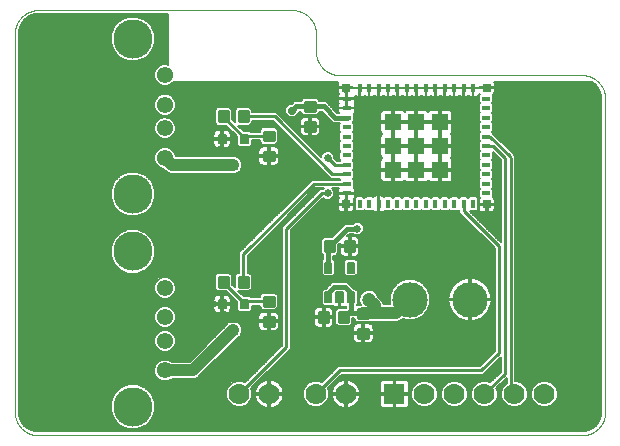
<source format=gtl>
G75*
%MOIN*%
%OFA0B0*%
%FSLAX25Y25*%
%IPPOS*%
%LPD*%
%AMOC8*
5,1,8,0,0,1.08239X$1,22.5*
%
%ADD10C,0.00000*%
%ADD11C,0.00984*%
%ADD12C,0.00787*%
%ADD13R,0.02756X0.02756*%
%ADD14R,0.01575X0.03150*%
%ADD15R,0.03150X0.01575*%
%ADD16R,0.05709X0.05709*%
%ADD17R,0.07000X0.07000*%
%ADD18C,0.07000*%
%ADD19C,0.13055*%
%ADD20C,0.05433*%
%ADD21C,0.11811*%
%ADD22C,0.00689*%
%ADD23C,0.01600*%
%ADD24C,0.02775*%
%ADD25C,0.02578*%
%ADD26C,0.00600*%
%ADD27C,0.15811*%
%ADD28C,0.01000*%
%ADD29C,0.04000*%
%ADD30C,0.04724*%
D10*
X0010226Y0002294D02*
X0191329Y0002294D01*
X0191329Y0002295D02*
X0191519Y0002297D01*
X0191709Y0002304D01*
X0191899Y0002316D01*
X0192089Y0002332D01*
X0192278Y0002352D01*
X0192467Y0002378D01*
X0192655Y0002407D01*
X0192842Y0002442D01*
X0193028Y0002481D01*
X0193213Y0002524D01*
X0193398Y0002572D01*
X0193581Y0002624D01*
X0193762Y0002680D01*
X0193942Y0002741D01*
X0194121Y0002807D01*
X0194298Y0002876D01*
X0194474Y0002950D01*
X0194647Y0003028D01*
X0194819Y0003111D01*
X0194988Y0003197D01*
X0195156Y0003287D01*
X0195321Y0003382D01*
X0195484Y0003480D01*
X0195644Y0003583D01*
X0195802Y0003689D01*
X0195957Y0003799D01*
X0196110Y0003912D01*
X0196260Y0004030D01*
X0196406Y0004151D01*
X0196550Y0004275D01*
X0196691Y0004403D01*
X0196829Y0004534D01*
X0196964Y0004669D01*
X0197095Y0004807D01*
X0197223Y0004948D01*
X0197347Y0005092D01*
X0197468Y0005238D01*
X0197586Y0005388D01*
X0197699Y0005541D01*
X0197809Y0005696D01*
X0197915Y0005854D01*
X0198018Y0006014D01*
X0198116Y0006177D01*
X0198211Y0006342D01*
X0198301Y0006510D01*
X0198387Y0006679D01*
X0198470Y0006851D01*
X0198548Y0007024D01*
X0198622Y0007200D01*
X0198691Y0007377D01*
X0198757Y0007556D01*
X0198818Y0007736D01*
X0198874Y0007917D01*
X0198926Y0008100D01*
X0198974Y0008285D01*
X0199017Y0008470D01*
X0199056Y0008656D01*
X0199091Y0008843D01*
X0199120Y0009031D01*
X0199146Y0009220D01*
X0199166Y0009409D01*
X0199182Y0009599D01*
X0199194Y0009789D01*
X0199201Y0009979D01*
X0199203Y0010169D01*
X0199203Y0114499D01*
X0199201Y0114689D01*
X0199194Y0114879D01*
X0199182Y0115069D01*
X0199166Y0115259D01*
X0199146Y0115448D01*
X0199120Y0115637D01*
X0199091Y0115825D01*
X0199056Y0116012D01*
X0199017Y0116198D01*
X0198974Y0116383D01*
X0198926Y0116568D01*
X0198874Y0116751D01*
X0198818Y0116932D01*
X0198757Y0117112D01*
X0198691Y0117291D01*
X0198622Y0117468D01*
X0198548Y0117644D01*
X0198470Y0117817D01*
X0198387Y0117989D01*
X0198301Y0118158D01*
X0198211Y0118326D01*
X0198116Y0118491D01*
X0198018Y0118654D01*
X0197915Y0118814D01*
X0197809Y0118972D01*
X0197699Y0119127D01*
X0197586Y0119280D01*
X0197468Y0119430D01*
X0197347Y0119576D01*
X0197223Y0119720D01*
X0197095Y0119861D01*
X0196964Y0119999D01*
X0196829Y0120134D01*
X0196691Y0120265D01*
X0196550Y0120393D01*
X0196406Y0120517D01*
X0196260Y0120638D01*
X0196110Y0120756D01*
X0195957Y0120869D01*
X0195802Y0120979D01*
X0195644Y0121085D01*
X0195484Y0121188D01*
X0195321Y0121286D01*
X0195156Y0121381D01*
X0194988Y0121471D01*
X0194819Y0121557D01*
X0194647Y0121640D01*
X0194474Y0121718D01*
X0194298Y0121792D01*
X0194121Y0121861D01*
X0193942Y0121927D01*
X0193762Y0121988D01*
X0193581Y0122044D01*
X0193398Y0122096D01*
X0193213Y0122144D01*
X0193028Y0122187D01*
X0192842Y0122226D01*
X0192655Y0122261D01*
X0192467Y0122290D01*
X0192278Y0122316D01*
X0192089Y0122336D01*
X0191899Y0122352D01*
X0191709Y0122364D01*
X0191519Y0122371D01*
X0191329Y0122373D01*
X0110620Y0122373D01*
X0110430Y0122375D01*
X0110240Y0122382D01*
X0110050Y0122394D01*
X0109860Y0122410D01*
X0109671Y0122430D01*
X0109482Y0122456D01*
X0109294Y0122485D01*
X0109107Y0122520D01*
X0108921Y0122559D01*
X0108736Y0122602D01*
X0108551Y0122650D01*
X0108368Y0122702D01*
X0108187Y0122758D01*
X0108007Y0122819D01*
X0107828Y0122885D01*
X0107651Y0122954D01*
X0107475Y0123028D01*
X0107302Y0123106D01*
X0107130Y0123189D01*
X0106961Y0123275D01*
X0106793Y0123365D01*
X0106628Y0123460D01*
X0106465Y0123558D01*
X0106305Y0123661D01*
X0106147Y0123767D01*
X0105992Y0123877D01*
X0105839Y0123990D01*
X0105689Y0124108D01*
X0105543Y0124229D01*
X0105399Y0124353D01*
X0105258Y0124481D01*
X0105120Y0124612D01*
X0104985Y0124747D01*
X0104854Y0124885D01*
X0104726Y0125026D01*
X0104602Y0125170D01*
X0104481Y0125316D01*
X0104363Y0125466D01*
X0104250Y0125619D01*
X0104140Y0125774D01*
X0104034Y0125932D01*
X0103931Y0126092D01*
X0103833Y0126255D01*
X0103738Y0126420D01*
X0103648Y0126588D01*
X0103562Y0126757D01*
X0103479Y0126929D01*
X0103401Y0127102D01*
X0103327Y0127278D01*
X0103258Y0127455D01*
X0103192Y0127634D01*
X0103131Y0127814D01*
X0103075Y0127995D01*
X0103023Y0128178D01*
X0102975Y0128363D01*
X0102932Y0128548D01*
X0102893Y0128734D01*
X0102858Y0128921D01*
X0102829Y0129109D01*
X0102803Y0129298D01*
X0102783Y0129487D01*
X0102767Y0129677D01*
X0102755Y0129867D01*
X0102748Y0130057D01*
X0102746Y0130247D01*
X0102746Y0136153D01*
X0102744Y0136343D01*
X0102737Y0136533D01*
X0102725Y0136723D01*
X0102709Y0136913D01*
X0102689Y0137102D01*
X0102663Y0137291D01*
X0102634Y0137479D01*
X0102599Y0137666D01*
X0102560Y0137852D01*
X0102517Y0138037D01*
X0102469Y0138222D01*
X0102417Y0138405D01*
X0102361Y0138586D01*
X0102300Y0138766D01*
X0102234Y0138945D01*
X0102165Y0139122D01*
X0102091Y0139298D01*
X0102013Y0139471D01*
X0101930Y0139643D01*
X0101844Y0139812D01*
X0101754Y0139980D01*
X0101659Y0140145D01*
X0101561Y0140308D01*
X0101458Y0140468D01*
X0101352Y0140626D01*
X0101242Y0140781D01*
X0101129Y0140934D01*
X0101011Y0141084D01*
X0100890Y0141230D01*
X0100766Y0141374D01*
X0100638Y0141515D01*
X0100507Y0141653D01*
X0100372Y0141788D01*
X0100234Y0141919D01*
X0100093Y0142047D01*
X0099949Y0142171D01*
X0099803Y0142292D01*
X0099653Y0142410D01*
X0099500Y0142523D01*
X0099345Y0142633D01*
X0099187Y0142739D01*
X0099027Y0142842D01*
X0098864Y0142940D01*
X0098699Y0143035D01*
X0098531Y0143125D01*
X0098362Y0143211D01*
X0098190Y0143294D01*
X0098017Y0143372D01*
X0097841Y0143446D01*
X0097664Y0143515D01*
X0097485Y0143581D01*
X0097305Y0143642D01*
X0097124Y0143698D01*
X0096941Y0143750D01*
X0096756Y0143798D01*
X0096571Y0143841D01*
X0096385Y0143880D01*
X0096198Y0143915D01*
X0096010Y0143944D01*
X0095821Y0143970D01*
X0095632Y0143990D01*
X0095442Y0144006D01*
X0095252Y0144018D01*
X0095062Y0144025D01*
X0094872Y0144027D01*
X0010226Y0144027D01*
X0010036Y0144025D01*
X0009846Y0144018D01*
X0009656Y0144006D01*
X0009466Y0143990D01*
X0009277Y0143970D01*
X0009088Y0143944D01*
X0008900Y0143915D01*
X0008713Y0143880D01*
X0008527Y0143841D01*
X0008342Y0143798D01*
X0008157Y0143750D01*
X0007974Y0143698D01*
X0007793Y0143642D01*
X0007613Y0143581D01*
X0007434Y0143515D01*
X0007257Y0143446D01*
X0007081Y0143372D01*
X0006908Y0143294D01*
X0006736Y0143211D01*
X0006567Y0143125D01*
X0006399Y0143035D01*
X0006234Y0142940D01*
X0006071Y0142842D01*
X0005911Y0142739D01*
X0005753Y0142633D01*
X0005598Y0142523D01*
X0005445Y0142410D01*
X0005295Y0142292D01*
X0005149Y0142171D01*
X0005005Y0142047D01*
X0004864Y0141919D01*
X0004726Y0141788D01*
X0004591Y0141653D01*
X0004460Y0141515D01*
X0004332Y0141374D01*
X0004208Y0141230D01*
X0004087Y0141084D01*
X0003969Y0140934D01*
X0003856Y0140781D01*
X0003746Y0140626D01*
X0003640Y0140468D01*
X0003537Y0140308D01*
X0003439Y0140145D01*
X0003344Y0139980D01*
X0003254Y0139812D01*
X0003168Y0139643D01*
X0003085Y0139471D01*
X0003007Y0139298D01*
X0002933Y0139122D01*
X0002864Y0138945D01*
X0002798Y0138766D01*
X0002737Y0138586D01*
X0002681Y0138405D01*
X0002629Y0138222D01*
X0002581Y0138037D01*
X0002538Y0137852D01*
X0002499Y0137666D01*
X0002464Y0137479D01*
X0002435Y0137291D01*
X0002409Y0137102D01*
X0002389Y0136913D01*
X0002373Y0136723D01*
X0002361Y0136533D01*
X0002354Y0136343D01*
X0002352Y0136153D01*
X0002352Y0010169D01*
X0002354Y0009979D01*
X0002361Y0009789D01*
X0002373Y0009599D01*
X0002389Y0009409D01*
X0002409Y0009220D01*
X0002435Y0009031D01*
X0002464Y0008843D01*
X0002499Y0008656D01*
X0002538Y0008470D01*
X0002581Y0008285D01*
X0002629Y0008100D01*
X0002681Y0007917D01*
X0002737Y0007736D01*
X0002798Y0007556D01*
X0002864Y0007377D01*
X0002933Y0007200D01*
X0003007Y0007024D01*
X0003085Y0006851D01*
X0003168Y0006679D01*
X0003254Y0006510D01*
X0003344Y0006342D01*
X0003439Y0006177D01*
X0003537Y0006014D01*
X0003640Y0005854D01*
X0003746Y0005696D01*
X0003856Y0005541D01*
X0003969Y0005388D01*
X0004087Y0005238D01*
X0004208Y0005092D01*
X0004332Y0004948D01*
X0004460Y0004807D01*
X0004591Y0004669D01*
X0004726Y0004534D01*
X0004864Y0004403D01*
X0005005Y0004275D01*
X0005149Y0004151D01*
X0005295Y0004030D01*
X0005445Y0003912D01*
X0005598Y0003799D01*
X0005753Y0003689D01*
X0005911Y0003583D01*
X0006071Y0003480D01*
X0006234Y0003382D01*
X0006399Y0003287D01*
X0006567Y0003197D01*
X0006736Y0003111D01*
X0006908Y0003028D01*
X0007081Y0002950D01*
X0007257Y0002876D01*
X0007434Y0002807D01*
X0007613Y0002741D01*
X0007793Y0002680D01*
X0007974Y0002624D01*
X0008157Y0002572D01*
X0008342Y0002524D01*
X0008527Y0002481D01*
X0008713Y0002442D01*
X0008900Y0002407D01*
X0009088Y0002378D01*
X0009277Y0002352D01*
X0009466Y0002332D01*
X0009656Y0002316D01*
X0009846Y0002304D01*
X0010036Y0002297D01*
X0010226Y0002295D01*
D11*
X0070365Y0055149D02*
X0073317Y0055149D01*
X0073317Y0051803D01*
X0070365Y0051803D01*
X0070365Y0055149D01*
X0070365Y0052738D02*
X0073317Y0052738D01*
X0073317Y0053673D02*
X0070365Y0053673D01*
X0070365Y0054608D02*
X0073317Y0054608D01*
X0077057Y0055149D02*
X0080009Y0055149D01*
X0080009Y0051803D01*
X0077057Y0051803D01*
X0077057Y0055149D01*
X0077057Y0052738D02*
X0080009Y0052738D01*
X0080009Y0053673D02*
X0077057Y0053673D01*
X0077057Y0054608D02*
X0080009Y0054608D01*
X0088671Y0048456D02*
X0088671Y0045504D01*
X0085325Y0045504D01*
X0085325Y0048456D01*
X0088671Y0048456D01*
X0088671Y0046439D02*
X0085325Y0046439D01*
X0085325Y0047374D02*
X0088671Y0047374D01*
X0088671Y0048309D02*
X0085325Y0048309D01*
X0088671Y0041763D02*
X0088671Y0038811D01*
X0085325Y0038811D01*
X0085325Y0041763D01*
X0088671Y0041763D01*
X0088671Y0039746D02*
X0085325Y0039746D01*
X0085325Y0040681D02*
X0088671Y0040681D01*
X0088671Y0041616D02*
X0085325Y0041616D01*
X0103829Y0043338D02*
X0106781Y0043338D01*
X0106781Y0039992D01*
X0103829Y0039992D01*
X0103829Y0043338D01*
X0103829Y0040927D02*
X0106781Y0040927D01*
X0106781Y0041862D02*
X0103829Y0041862D01*
X0103829Y0042797D02*
X0106781Y0042797D01*
X0110522Y0043338D02*
X0113474Y0043338D01*
X0113474Y0039992D01*
X0110522Y0039992D01*
X0110522Y0043338D01*
X0110522Y0040927D02*
X0113474Y0040927D01*
X0113474Y0041862D02*
X0110522Y0041862D01*
X0110522Y0042797D02*
X0113474Y0042797D01*
X0116821Y0041567D02*
X0116821Y0044519D01*
X0120167Y0044519D01*
X0120167Y0041567D01*
X0116821Y0041567D01*
X0116821Y0042502D02*
X0120167Y0042502D01*
X0120167Y0043437D02*
X0116821Y0043437D01*
X0116821Y0044372D02*
X0120167Y0044372D01*
X0116821Y0037826D02*
X0116821Y0034874D01*
X0116821Y0037826D02*
X0120167Y0037826D01*
X0120167Y0034874D01*
X0116821Y0034874D01*
X0116821Y0035809D02*
X0120167Y0035809D01*
X0120167Y0036744D02*
X0116821Y0036744D01*
X0116821Y0037679D02*
X0120167Y0037679D01*
X0115443Y0063614D02*
X0112491Y0063614D01*
X0112491Y0066960D01*
X0115443Y0066960D01*
X0115443Y0063614D01*
X0115443Y0064549D02*
X0112491Y0064549D01*
X0112491Y0065484D02*
X0115443Y0065484D01*
X0115443Y0066419D02*
X0112491Y0066419D01*
X0108750Y0063614D02*
X0105798Y0063614D01*
X0105798Y0066960D01*
X0108750Y0066960D01*
X0108750Y0063614D01*
X0108750Y0064549D02*
X0105798Y0064549D01*
X0105798Y0065484D02*
X0108750Y0065484D01*
X0108750Y0066419D02*
X0105798Y0066419D01*
X0088671Y0093929D02*
X0088671Y0096881D01*
X0088671Y0093929D02*
X0085325Y0093929D01*
X0085325Y0096881D01*
X0088671Y0096881D01*
X0088671Y0094864D02*
X0085325Y0094864D01*
X0085325Y0095799D02*
X0088671Y0095799D01*
X0088671Y0096734D02*
X0085325Y0096734D01*
X0088671Y0100622D02*
X0088671Y0103574D01*
X0088671Y0100622D02*
X0085325Y0100622D01*
X0085325Y0103574D01*
X0088671Y0103574D01*
X0088671Y0101557D02*
X0085325Y0101557D01*
X0085325Y0102492D02*
X0088671Y0102492D01*
X0088671Y0103427D02*
X0085325Y0103427D01*
X0080009Y0110267D02*
X0077057Y0110267D01*
X0080009Y0110267D02*
X0080009Y0106921D01*
X0077057Y0106921D01*
X0077057Y0110267D01*
X0077057Y0107856D02*
X0080009Y0107856D01*
X0080009Y0108791D02*
X0077057Y0108791D01*
X0077057Y0109726D02*
X0080009Y0109726D01*
X0073317Y0110267D02*
X0070365Y0110267D01*
X0073317Y0110267D02*
X0073317Y0106921D01*
X0070365Y0106921D01*
X0070365Y0110267D01*
X0070365Y0107856D02*
X0073317Y0107856D01*
X0073317Y0108791D02*
X0070365Y0108791D01*
X0070365Y0109726D02*
X0073317Y0109726D01*
X0099105Y0110464D02*
X0099105Y0113416D01*
X0102451Y0113416D01*
X0102451Y0110464D01*
X0099105Y0110464D01*
X0099105Y0111399D02*
X0102451Y0111399D01*
X0102451Y0112334D02*
X0099105Y0112334D01*
X0099105Y0113269D02*
X0102451Y0113269D01*
X0099105Y0106723D02*
X0099105Y0103771D01*
X0099105Y0106723D02*
X0102451Y0106723D01*
X0102451Y0103771D01*
X0099105Y0103771D01*
X0099105Y0104706D02*
X0102451Y0104706D01*
X0102451Y0105641D02*
X0099105Y0105641D01*
X0099105Y0106576D02*
X0102451Y0106576D01*
D12*
X0080109Y0102491D02*
X0077745Y0102491D01*
X0080109Y0102491D02*
X0080109Y0099735D01*
X0077745Y0099735D01*
X0077745Y0102491D01*
X0077745Y0100483D02*
X0080109Y0100483D01*
X0080109Y0101231D02*
X0077745Y0101231D01*
X0077745Y0101979D02*
X0080109Y0101979D01*
X0072629Y0102491D02*
X0070265Y0102491D01*
X0072629Y0102491D02*
X0072629Y0099735D01*
X0070265Y0099735D01*
X0070265Y0102491D01*
X0070265Y0100483D02*
X0072629Y0100483D01*
X0072629Y0101231D02*
X0070265Y0101231D01*
X0070265Y0101979D02*
X0072629Y0101979D01*
X0074005Y0093830D02*
X0076369Y0093830D01*
X0076369Y0091074D01*
X0074005Y0091074D01*
X0074005Y0093830D01*
X0074005Y0091822D02*
X0076369Y0091822D01*
X0076369Y0092570D02*
X0074005Y0092570D01*
X0074005Y0093318D02*
X0076369Y0093318D01*
X0077745Y0047373D02*
X0080109Y0047373D01*
X0080109Y0044617D01*
X0077745Y0044617D01*
X0077745Y0047373D01*
X0077745Y0045365D02*
X0080109Y0045365D01*
X0080109Y0046113D02*
X0077745Y0046113D01*
X0077745Y0046861D02*
X0080109Y0046861D01*
X0072629Y0047373D02*
X0070265Y0047373D01*
X0072629Y0047373D02*
X0072629Y0044617D01*
X0070265Y0044617D01*
X0070265Y0047373D01*
X0070265Y0045365D02*
X0072629Y0045365D01*
X0072629Y0046113D02*
X0070265Y0046113D01*
X0070265Y0046861D02*
X0072629Y0046861D01*
X0074005Y0038712D02*
X0076369Y0038712D01*
X0076369Y0035956D01*
X0074005Y0035956D01*
X0074005Y0038712D01*
X0074005Y0036704D02*
X0076369Y0036704D01*
X0076369Y0037452D02*
X0074005Y0037452D01*
X0074005Y0038200D02*
X0076369Y0038200D01*
D13*
X0112785Y0079263D03*
X0159636Y0079263D03*
X0159636Y0118239D03*
X0112785Y0118239D03*
D14*
X0117313Y0118043D03*
X0120463Y0118043D03*
X0123612Y0118043D03*
X0126762Y0118043D03*
X0129911Y0118043D03*
X0133061Y0118043D03*
X0136211Y0118043D03*
X0139360Y0118043D03*
X0142510Y0118043D03*
X0145659Y0118043D03*
X0148809Y0118043D03*
X0151959Y0118043D03*
X0155108Y0118043D03*
X0155108Y0079460D03*
X0151959Y0079460D03*
X0148809Y0079460D03*
X0145659Y0079460D03*
X0142510Y0079460D03*
X0139360Y0079460D03*
X0136211Y0079460D03*
X0133061Y0079460D03*
X0129911Y0079460D03*
X0126762Y0079460D03*
X0123612Y0079460D03*
X0120463Y0079460D03*
X0117313Y0079460D03*
D15*
X0112982Y0083003D03*
X0112982Y0086153D03*
X0112982Y0089302D03*
X0112982Y0092452D03*
X0112982Y0095602D03*
X0112982Y0098751D03*
X0112982Y0101901D03*
X0112982Y0105050D03*
X0112982Y0108200D03*
X0112982Y0111350D03*
X0112982Y0114499D03*
X0159439Y0114499D03*
X0159439Y0111350D03*
X0159439Y0108200D03*
X0159439Y0105050D03*
X0159439Y0101901D03*
X0159439Y0098751D03*
X0159439Y0095602D03*
X0159439Y0092452D03*
X0159439Y0089302D03*
X0159439Y0086153D03*
X0159439Y0083003D03*
D16*
X0144085Y0090877D03*
X0136211Y0090877D03*
X0128337Y0090877D03*
X0128337Y0098751D03*
X0136211Y0098751D03*
X0144085Y0098751D03*
X0144085Y0106625D03*
X0136211Y0106625D03*
X0128337Y0106625D03*
D17*
X0128927Y0016074D03*
D18*
X0138927Y0016074D03*
X0148927Y0016074D03*
X0158927Y0016074D03*
X0168927Y0016074D03*
X0178927Y0016074D03*
X0112746Y0016074D03*
X0102746Y0016074D03*
X0087156Y0016074D03*
X0077156Y0016074D03*
D19*
X0041722Y0011861D03*
X0041722Y0063594D03*
X0041722Y0082728D03*
X0041722Y0134460D03*
D20*
X0052392Y0122373D03*
X0052392Y0112531D03*
X0052392Y0104657D03*
X0052392Y0094814D03*
X0052392Y0051507D03*
X0052392Y0041665D03*
X0052392Y0033791D03*
X0052392Y0023948D03*
D21*
X0134085Y0047570D03*
X0154085Y0047570D03*
D22*
X0115394Y0046733D02*
X0113326Y0046733D01*
X0113326Y0049981D01*
X0115394Y0049981D01*
X0115394Y0046733D01*
X0115394Y0047388D02*
X0113326Y0047388D01*
X0113326Y0048043D02*
X0115394Y0048043D01*
X0115394Y0048698D02*
X0113326Y0048698D01*
X0113326Y0049353D02*
X0115394Y0049353D01*
X0111654Y0046733D02*
X0109586Y0046733D01*
X0109586Y0049981D01*
X0111654Y0049981D01*
X0111654Y0046733D01*
X0111654Y0047388D02*
X0109586Y0047388D01*
X0109586Y0048043D02*
X0111654Y0048043D01*
X0111654Y0048698D02*
X0109586Y0048698D01*
X0109586Y0049353D02*
X0111654Y0049353D01*
X0107914Y0046733D02*
X0105846Y0046733D01*
X0105846Y0049981D01*
X0107914Y0049981D01*
X0107914Y0046733D01*
X0107914Y0047388D02*
X0105846Y0047388D01*
X0105846Y0048043D02*
X0107914Y0048043D01*
X0107914Y0048698D02*
X0105846Y0048698D01*
X0105846Y0049353D02*
X0107914Y0049353D01*
X0107914Y0056576D02*
X0105846Y0056576D01*
X0105846Y0059824D01*
X0107914Y0059824D01*
X0107914Y0056576D01*
X0107914Y0057231D02*
X0105846Y0057231D01*
X0105846Y0057886D02*
X0107914Y0057886D01*
X0107914Y0058541D02*
X0105846Y0058541D01*
X0105846Y0059196D02*
X0107914Y0059196D01*
X0113326Y0056576D02*
X0115394Y0056576D01*
X0113326Y0056576D02*
X0113326Y0059824D01*
X0115394Y0059824D01*
X0115394Y0056576D01*
X0115394Y0057231D02*
X0113326Y0057231D01*
X0113326Y0057886D02*
X0115394Y0057886D01*
X0115394Y0058541D02*
X0113326Y0058541D01*
X0113326Y0059196D02*
X0115394Y0059196D01*
D23*
X0106880Y0058200D02*
X0106880Y0064893D01*
X0107274Y0065287D01*
X0113179Y0071192D01*
X0116526Y0071192D01*
X0112376Y0051726D02*
X0108864Y0051726D01*
X0106880Y0049742D01*
X0106880Y0048357D01*
X0112376Y0051726D02*
X0114360Y0049742D01*
X0114360Y0048357D01*
X0114360Y0044027D01*
X0111998Y0041665D01*
X0113376Y0043043D01*
X0118494Y0043043D01*
X0112982Y0108200D02*
X0109045Y0108200D01*
X0105305Y0111940D01*
X0100778Y0111940D01*
X0096250Y0111940D01*
X0094872Y0110562D01*
D24*
X0094872Y0110562D03*
D25*
X0106683Y0106625D03*
X0108652Y0114499D03*
X0120463Y0110562D03*
X0132274Y0112531D03*
X0140148Y0112531D03*
X0151959Y0110562D03*
X0151959Y0102688D03*
X0151959Y0094814D03*
X0151959Y0086940D03*
X0140148Y0084972D03*
X0132274Y0084972D03*
X0120463Y0086940D03*
X0120463Y0094814D03*
X0120463Y0102688D03*
X0106683Y0094814D03*
X0106683Y0083003D03*
X0108652Y0075129D03*
X0116526Y0071192D03*
X0124400Y0075129D03*
X0118494Y0065287D03*
X0100778Y0041665D03*
X0086998Y0035759D03*
X0072352Y0042294D03*
X0068415Y0042294D03*
X0068415Y0046231D03*
X0055502Y0029854D03*
X0039754Y0033791D03*
X0022037Y0018043D03*
X0037785Y0049539D03*
X0077156Y0023948D03*
X0088967Y0023948D03*
X0094872Y0018043D03*
X0118494Y0031822D03*
X0163770Y0010169D03*
X0189360Y0012137D03*
X0187392Y0031822D03*
X0173612Y0043633D03*
X0159833Y0075129D03*
X0165738Y0118436D03*
X0086998Y0090877D03*
X0070384Y0097326D03*
X0067313Y0100720D03*
X0067313Y0104657D03*
X0055502Y0100720D03*
X0039754Y0104657D03*
X0016132Y0090877D03*
X0027943Y0128279D03*
D26*
X0004369Y0007184D02*
X0005578Y0005520D01*
X0007242Y0004311D01*
X0009198Y0003675D01*
X0010226Y0003594D01*
X0191329Y0003594D01*
X0192357Y0003675D01*
X0194313Y0004311D01*
X0195977Y0005520D01*
X0197186Y0007184D01*
X0197822Y0009140D01*
X0197903Y0010168D01*
X0197903Y0114499D01*
X0197822Y0115528D01*
X0197186Y0117484D01*
X0195977Y0119148D01*
X0194660Y0120105D01*
X0162229Y0120105D01*
X0162314Y0119788D01*
X0162314Y0118539D01*
X0159936Y0118539D01*
X0159936Y0117939D01*
X0162314Y0117939D01*
X0162314Y0116690D01*
X0162225Y0116360D01*
X0162054Y0116063D01*
X0161812Y0115821D01*
X0161774Y0115799D01*
X0161914Y0115659D01*
X0161914Y0113339D01*
X0161499Y0112924D01*
X0161914Y0112510D01*
X0161914Y0110189D01*
X0161499Y0109775D01*
X0161914Y0109360D01*
X0161914Y0107040D01*
X0161499Y0106625D01*
X0161914Y0106211D01*
X0161914Y0103890D01*
X0161499Y0103476D01*
X0161914Y0103061D01*
X0161914Y0102881D01*
X0168738Y0096057D01*
X0168738Y0095763D01*
X0169107Y0095394D01*
X0169107Y0020474D01*
X0169802Y0020474D01*
X0171420Y0019804D01*
X0172657Y0018566D01*
X0173327Y0016949D01*
X0173327Y0015199D01*
X0172657Y0013582D01*
X0171420Y0012344D01*
X0169802Y0011674D01*
X0168052Y0011674D01*
X0166435Y0012344D01*
X0165197Y0013582D01*
X0164527Y0015199D01*
X0164527Y0016949D01*
X0165197Y0018566D01*
X0166307Y0019676D01*
X0166307Y0021474D01*
X0162875Y0018042D01*
X0163327Y0016949D01*
X0163327Y0015199D01*
X0162657Y0013582D01*
X0161420Y0012344D01*
X0159802Y0011674D01*
X0158052Y0011674D01*
X0156435Y0012344D01*
X0155197Y0013582D01*
X0154527Y0015199D01*
X0154527Y0016949D01*
X0155197Y0018566D01*
X0156435Y0019804D01*
X0158052Y0020474D01*
X0159802Y0020474D01*
X0160895Y0020022D01*
X0164338Y0023465D01*
X0164338Y0028442D01*
X0159264Y0023368D01*
X0158444Y0022548D01*
X0111200Y0022548D01*
X0106694Y0018042D01*
X0107146Y0016949D01*
X0107146Y0015199D01*
X0106476Y0013582D01*
X0105238Y0012344D01*
X0103621Y0011674D01*
X0101871Y0011674D01*
X0100254Y0012344D01*
X0099016Y0013582D01*
X0098346Y0015199D01*
X0098346Y0016949D01*
X0099016Y0018566D01*
X0100254Y0019804D01*
X0101871Y0020474D01*
X0103621Y0020474D01*
X0104714Y0020022D01*
X0109220Y0024528D01*
X0110040Y0025348D01*
X0157284Y0025348D01*
X0162370Y0030433D01*
X0162370Y0064707D01*
X0150559Y0076518D01*
X0150559Y0077225D01*
X0150384Y0077400D01*
X0149969Y0076985D01*
X0147649Y0076985D01*
X0147234Y0077400D01*
X0146820Y0076985D01*
X0144499Y0076985D01*
X0144085Y0077400D01*
X0143670Y0076985D01*
X0141350Y0076985D01*
X0140935Y0077400D01*
X0140520Y0076985D01*
X0138200Y0076985D01*
X0137785Y0077400D01*
X0137371Y0076985D01*
X0135050Y0076985D01*
X0134636Y0077400D01*
X0134221Y0076985D01*
X0131901Y0076985D01*
X0131486Y0077400D01*
X0131072Y0076985D01*
X0128751Y0076985D01*
X0128337Y0077400D01*
X0127922Y0076985D01*
X0125602Y0076985D01*
X0125462Y0077125D01*
X0125440Y0077087D01*
X0125198Y0076845D01*
X0124901Y0076674D01*
X0124571Y0076585D01*
X0123706Y0076585D01*
X0123706Y0079366D01*
X0123518Y0079366D01*
X0123518Y0076585D01*
X0122654Y0076585D01*
X0122323Y0076674D01*
X0122027Y0076845D01*
X0121785Y0077087D01*
X0121763Y0077125D01*
X0121623Y0076985D01*
X0119302Y0076985D01*
X0118888Y0077400D01*
X0118473Y0076985D01*
X0116153Y0076985D01*
X0115626Y0077512D01*
X0115626Y0081407D01*
X0116153Y0081935D01*
X0118473Y0081935D01*
X0118888Y0081520D01*
X0119302Y0081935D01*
X0121623Y0081935D01*
X0121763Y0081795D01*
X0121785Y0081833D01*
X0122027Y0082075D01*
X0122323Y0082246D01*
X0122654Y0082335D01*
X0123518Y0082335D01*
X0123518Y0079554D01*
X0123706Y0079554D01*
X0123706Y0082335D01*
X0124571Y0082335D01*
X0124901Y0082246D01*
X0125198Y0082075D01*
X0125440Y0081833D01*
X0125462Y0081795D01*
X0125602Y0081935D01*
X0127922Y0081935D01*
X0128337Y0081520D01*
X0128751Y0081935D01*
X0131072Y0081935D01*
X0131486Y0081520D01*
X0131901Y0081935D01*
X0134221Y0081935D01*
X0134636Y0081520D01*
X0135050Y0081935D01*
X0137371Y0081935D01*
X0137785Y0081520D01*
X0138200Y0081935D01*
X0140520Y0081935D01*
X0140935Y0081520D01*
X0141350Y0081935D01*
X0143670Y0081935D01*
X0144085Y0081520D01*
X0144499Y0081935D01*
X0146820Y0081935D01*
X0147234Y0081520D01*
X0147649Y0081935D01*
X0149969Y0081935D01*
X0150384Y0081520D01*
X0150798Y0081935D01*
X0153119Y0081935D01*
X0153533Y0081520D01*
X0153948Y0081935D01*
X0156268Y0081935D01*
X0156796Y0081407D01*
X0156796Y0077512D01*
X0156268Y0076985D01*
X0154051Y0076985D01*
X0164338Y0066698D01*
X0164338Y0094234D01*
X0161914Y0096659D01*
X0161914Y0094441D01*
X0161499Y0094027D01*
X0161914Y0093612D01*
X0161914Y0091292D01*
X0161499Y0090877D01*
X0161914Y0090463D01*
X0161914Y0088142D01*
X0161499Y0087728D01*
X0161914Y0087313D01*
X0161914Y0084993D01*
X0161499Y0084578D01*
X0161914Y0084163D01*
X0161914Y0081843D01*
X0161774Y0081703D01*
X0161812Y0081681D01*
X0162054Y0081439D01*
X0162225Y0081143D01*
X0162314Y0080812D01*
X0162314Y0079563D01*
X0159936Y0079563D01*
X0159936Y0078963D01*
X0162314Y0078963D01*
X0162314Y0077714D01*
X0162225Y0077383D01*
X0162054Y0077087D01*
X0161812Y0076845D01*
X0161516Y0076674D01*
X0161185Y0076585D01*
X0159936Y0076585D01*
X0159936Y0078963D01*
X0159336Y0078963D01*
X0159336Y0076585D01*
X0158087Y0076585D01*
X0157756Y0076674D01*
X0157460Y0076845D01*
X0157218Y0077087D01*
X0157046Y0077383D01*
X0156958Y0077714D01*
X0156958Y0078963D01*
X0159336Y0078963D01*
X0159336Y0079563D01*
X0156958Y0079563D01*
X0156958Y0080812D01*
X0157046Y0081143D01*
X0157218Y0081439D01*
X0157293Y0081514D01*
X0156964Y0081843D01*
X0156964Y0084163D01*
X0157379Y0084578D01*
X0156964Y0084993D01*
X0156964Y0087313D01*
X0157379Y0087728D01*
X0156964Y0088142D01*
X0156964Y0090463D01*
X0157379Y0090877D01*
X0156964Y0091292D01*
X0156964Y0093612D01*
X0157379Y0094027D01*
X0156964Y0094441D01*
X0156964Y0096762D01*
X0157379Y0097176D01*
X0156964Y0097591D01*
X0156964Y0099911D01*
X0157379Y0100326D01*
X0156964Y0100741D01*
X0156964Y0103061D01*
X0157379Y0103476D01*
X0156964Y0103890D01*
X0156964Y0106211D01*
X0157379Y0106625D01*
X0156964Y0107040D01*
X0156964Y0109360D01*
X0157379Y0109775D01*
X0156964Y0110189D01*
X0156964Y0112510D01*
X0157379Y0112924D01*
X0156964Y0113339D01*
X0156964Y0115659D01*
X0157293Y0115988D01*
X0157218Y0116063D01*
X0157160Y0116163D01*
X0157107Y0115966D01*
X0156936Y0115669D01*
X0156694Y0115427D01*
X0156397Y0115256D01*
X0156067Y0115168D01*
X0155202Y0115168D01*
X0155202Y0117949D01*
X0155202Y0118136D01*
X0157196Y0118136D01*
X0157196Y0118539D01*
X0159336Y0118539D01*
X0159336Y0117939D01*
X0157196Y0117939D01*
X0157196Y0117949D01*
X0155202Y0117949D01*
X0155015Y0117949D01*
X0155015Y0115168D01*
X0154150Y0115168D01*
X0153819Y0115256D01*
X0153533Y0115421D01*
X0153248Y0115256D01*
X0152917Y0115168D01*
X0152052Y0115168D01*
X0152052Y0117949D01*
X0151865Y0117949D01*
X0149871Y0117949D01*
X0148903Y0117949D01*
X0148903Y0118136D01*
X0151865Y0118136D01*
X0151865Y0117949D01*
X0151865Y0115168D01*
X0151000Y0115168D01*
X0150669Y0115256D01*
X0150384Y0115421D01*
X0150098Y0115256D01*
X0149768Y0115168D01*
X0148903Y0115168D01*
X0148903Y0117949D01*
X0148715Y0117949D01*
X0146722Y0117949D01*
X0145753Y0117949D01*
X0145753Y0118136D01*
X0148715Y0118136D01*
X0148715Y0117949D01*
X0148715Y0115168D01*
X0147850Y0115168D01*
X0147520Y0115256D01*
X0147234Y0115421D01*
X0146949Y0115256D01*
X0146618Y0115168D01*
X0145753Y0115168D01*
X0145753Y0117949D01*
X0145566Y0117949D01*
X0143572Y0117949D01*
X0142604Y0117949D01*
X0142604Y0118136D01*
X0145566Y0118136D01*
X0145566Y0117949D01*
X0145566Y0115168D01*
X0144701Y0115168D01*
X0144370Y0115256D01*
X0144085Y0115421D01*
X0143799Y0115256D01*
X0143468Y0115168D01*
X0142604Y0115168D01*
X0142604Y0117949D01*
X0142416Y0117949D01*
X0140422Y0117949D01*
X0139454Y0117949D01*
X0139454Y0118136D01*
X0142416Y0118136D01*
X0142416Y0117949D01*
X0142416Y0115168D01*
X0141551Y0115168D01*
X0141221Y0115256D01*
X0140935Y0115421D01*
X0140649Y0115256D01*
X0140319Y0115168D01*
X0139454Y0115168D01*
X0139454Y0117949D01*
X0139267Y0117949D01*
X0139267Y0115168D01*
X0138402Y0115168D01*
X0138071Y0115256D01*
X0137785Y0115421D01*
X0137500Y0115256D01*
X0137169Y0115168D01*
X0136304Y0115168D01*
X0136304Y0117949D01*
X0136117Y0117949D01*
X0133155Y0117949D01*
X0133155Y0118136D01*
X0134123Y0118136D01*
X0136117Y0118136D01*
X0136117Y0117949D01*
X0136117Y0115168D01*
X0135252Y0115168D01*
X0134921Y0115256D01*
X0134636Y0115421D01*
X0134350Y0115256D01*
X0134020Y0115168D01*
X0133155Y0115168D01*
X0133155Y0117949D01*
X0132967Y0117949D01*
X0130005Y0117949D01*
X0130005Y0118136D01*
X0131999Y0118136D01*
X0132967Y0118136D01*
X0132967Y0117949D01*
X0132967Y0115168D01*
X0132102Y0115168D01*
X0131772Y0115256D01*
X0131486Y0115421D01*
X0131201Y0115256D01*
X0130870Y0115168D01*
X0130005Y0115168D01*
X0130005Y0117949D01*
X0129818Y0117949D01*
X0129818Y0115168D01*
X0128953Y0115168D01*
X0128622Y0115256D01*
X0128337Y0115421D01*
X0128051Y0115256D01*
X0127720Y0115168D01*
X0126856Y0115168D01*
X0126856Y0117949D01*
X0126856Y0118136D01*
X0128849Y0118136D01*
X0129818Y0118136D01*
X0129818Y0117949D01*
X0126856Y0117949D01*
X0126668Y0117949D01*
X0123706Y0117949D01*
X0123706Y0118136D01*
X0125700Y0118136D01*
X0126668Y0118136D01*
X0126668Y0117949D01*
X0126668Y0115168D01*
X0125803Y0115168D01*
X0125473Y0115256D01*
X0125187Y0115421D01*
X0124901Y0115256D01*
X0124571Y0115168D01*
X0123706Y0115168D01*
X0123706Y0117949D01*
X0123518Y0117949D01*
X0120556Y0117949D01*
X0120556Y0115168D01*
X0121421Y0115168D01*
X0121752Y0115256D01*
X0122037Y0115421D01*
X0122323Y0115256D01*
X0122654Y0115168D01*
X0123518Y0115168D01*
X0123518Y0117949D01*
X0123518Y0118136D01*
X0122550Y0118136D01*
X0120556Y0118136D01*
X0120556Y0117949D01*
X0120369Y0117949D01*
X0118375Y0117949D01*
X0117407Y0117949D01*
X0117407Y0118136D01*
X0120369Y0118136D01*
X0120369Y0117949D01*
X0120369Y0115168D01*
X0119504Y0115168D01*
X0119173Y0115256D01*
X0118888Y0115421D01*
X0118602Y0115256D01*
X0118272Y0115168D01*
X0117407Y0115168D01*
X0117407Y0117949D01*
X0117219Y0117949D01*
X0115226Y0117949D01*
X0115226Y0117939D01*
X0113085Y0117939D01*
X0113085Y0116587D01*
X0113076Y0116587D01*
X0113076Y0114593D01*
X0112889Y0114593D01*
X0112889Y0116587D01*
X0112485Y0116587D01*
X0112485Y0117939D01*
X0110107Y0117939D01*
X0110107Y0116690D01*
X0110196Y0116360D01*
X0110361Y0116074D01*
X0110196Y0115788D01*
X0110107Y0115458D01*
X0110107Y0114593D01*
X0112888Y0114593D01*
X0112888Y0114405D01*
X0110107Y0114405D01*
X0110107Y0113541D01*
X0110196Y0113210D01*
X0110361Y0112924D01*
X0110196Y0112639D01*
X0110107Y0112308D01*
X0110107Y0111443D01*
X0112888Y0111443D01*
X0112888Y0111256D01*
X0110107Y0111256D01*
X0110107Y0110391D01*
X0110196Y0110060D01*
X0110289Y0109900D01*
X0109749Y0109900D01*
X0106009Y0113640D01*
X0103843Y0113640D01*
X0103843Y0113993D01*
X0103027Y0114809D01*
X0098528Y0114809D01*
X0097712Y0113993D01*
X0097712Y0113640D01*
X0095546Y0113640D01*
X0094755Y0112850D01*
X0093925Y0112850D01*
X0092585Y0111510D01*
X0092585Y0109615D01*
X0093925Y0108275D01*
X0095820Y0108275D01*
X0097159Y0109615D01*
X0097159Y0110240D01*
X0097712Y0110240D01*
X0097712Y0109887D01*
X0098528Y0109072D01*
X0103027Y0109072D01*
X0103843Y0109887D01*
X0103843Y0110240D01*
X0104601Y0110240D01*
X0108341Y0106500D01*
X0110797Y0106500D01*
X0110507Y0106211D01*
X0110507Y0103890D01*
X0110922Y0103476D01*
X0110507Y0103061D01*
X0110507Y0100741D01*
X0110922Y0100326D01*
X0110507Y0099911D01*
X0110507Y0097591D01*
X0110922Y0097176D01*
X0110507Y0096762D01*
X0110507Y0094441D01*
X0110922Y0094027D01*
X0110747Y0093852D01*
X0109625Y0093852D01*
X0108872Y0094605D01*
X0108872Y0095721D01*
X0107590Y0097003D01*
X0105776Y0097003D01*
X0104494Y0095721D01*
X0104494Y0095046D01*
X0089546Y0109994D01*
X0081402Y0109994D01*
X0081402Y0110844D01*
X0080586Y0111659D01*
X0076480Y0111659D01*
X0075665Y0110844D01*
X0075665Y0106749D01*
X0074709Y0107705D01*
X0074709Y0110844D01*
X0073894Y0111659D01*
X0069788Y0111659D01*
X0068972Y0110844D01*
X0068972Y0106344D01*
X0069788Y0105528D01*
X0072926Y0105528D01*
X0076452Y0102002D01*
X0076452Y0099200D01*
X0077210Y0098442D01*
X0080644Y0098442D01*
X0081402Y0099200D01*
X0081402Y0100698D01*
X0083933Y0100698D01*
X0083933Y0100045D01*
X0084748Y0099229D01*
X0089248Y0099229D01*
X0090063Y0100045D01*
X0090063Y0104151D01*
X0089248Y0104966D01*
X0084748Y0104966D01*
X0083933Y0104151D01*
X0083933Y0103498D01*
X0080932Y0103498D01*
X0080644Y0103785D01*
X0078629Y0103785D01*
X0076886Y0105528D01*
X0080586Y0105528D01*
X0081402Y0106344D01*
X0081402Y0107194D01*
X0088387Y0107194D01*
X0107678Y0087902D01*
X0110747Y0087902D01*
X0110922Y0087728D01*
X0110747Y0087553D01*
X0101379Y0087553D01*
X0077133Y0063307D01*
X0077133Y0056541D01*
X0076480Y0056541D01*
X0075665Y0055725D01*
X0075665Y0051631D01*
X0074709Y0052587D01*
X0074709Y0055725D01*
X0073894Y0056541D01*
X0069788Y0056541D01*
X0068972Y0055725D01*
X0068972Y0051226D01*
X0069788Y0050410D01*
X0072926Y0050410D01*
X0076452Y0046884D01*
X0076452Y0044081D01*
X0077210Y0043324D01*
X0080644Y0043324D01*
X0081402Y0044081D01*
X0081402Y0045580D01*
X0083933Y0045580D01*
X0083933Y0044927D01*
X0084748Y0044111D01*
X0089248Y0044111D01*
X0090063Y0044927D01*
X0090063Y0049033D01*
X0089248Y0049848D01*
X0084748Y0049848D01*
X0083933Y0049033D01*
X0083933Y0048380D01*
X0080931Y0048380D01*
X0080932Y0048380D02*
X0080644Y0048667D01*
X0078629Y0048667D01*
X0076886Y0050410D01*
X0080586Y0050410D01*
X0081402Y0051226D01*
X0081402Y0055725D01*
X0080586Y0056541D01*
X0079933Y0056541D01*
X0079933Y0062148D01*
X0102539Y0084753D01*
X0105337Y0084753D01*
X0104987Y0084403D01*
X0104135Y0084403D01*
X0092324Y0072592D01*
X0092324Y0072592D01*
X0091504Y0071772D01*
X0091504Y0032402D01*
X0079123Y0020022D01*
X0078031Y0020474D01*
X0076280Y0020474D01*
X0074663Y0019804D01*
X0073425Y0018566D01*
X0072756Y0016949D01*
X0072756Y0015199D01*
X0073425Y0013582D01*
X0074663Y0012344D01*
X0076280Y0011674D01*
X0078031Y0011674D01*
X0079648Y0012344D01*
X0080886Y0013582D01*
X0081555Y0015199D01*
X0081555Y0016949D01*
X0081103Y0018042D01*
X0094304Y0031242D01*
X0094304Y0070612D01*
X0105141Y0081450D01*
X0105776Y0080814D01*
X0107590Y0080814D01*
X0108872Y0082096D01*
X0108872Y0083910D01*
X0108029Y0084753D01*
X0110531Y0084753D01*
X0110367Y0084589D01*
X0110196Y0084292D01*
X0110107Y0083962D01*
X0110107Y0083097D01*
X0112888Y0083097D01*
X0112888Y0082909D01*
X0110107Y0082909D01*
X0110107Y0082045D01*
X0110196Y0081714D01*
X0110361Y0081428D01*
X0110196Y0081143D01*
X0110107Y0080812D01*
X0110107Y0079563D01*
X0112485Y0079563D01*
X0112485Y0078963D01*
X0110107Y0078963D01*
X0110107Y0077714D01*
X0110196Y0077383D01*
X0110367Y0077087D01*
X0110609Y0076845D01*
X0110906Y0076674D01*
X0111236Y0076585D01*
X0112485Y0076585D01*
X0112485Y0078963D01*
X0113085Y0078963D01*
X0113085Y0076585D01*
X0114335Y0076585D01*
X0114665Y0076674D01*
X0114962Y0076845D01*
X0115204Y0077087D01*
X0115375Y0077383D01*
X0115463Y0077714D01*
X0115463Y0078963D01*
X0113085Y0078963D01*
X0113085Y0079563D01*
X0113085Y0080916D01*
X0113076Y0080916D01*
X0113076Y0082909D01*
X0112889Y0082909D01*
X0112889Y0080916D01*
X0112485Y0080916D01*
X0112485Y0079563D01*
X0113085Y0079563D01*
X0115463Y0079563D01*
X0115463Y0080812D01*
X0115375Y0081143D01*
X0115356Y0081176D01*
X0115597Y0081418D01*
X0115768Y0081714D01*
X0115857Y0082045D01*
X0115857Y0082909D01*
X0113076Y0082909D01*
X0113076Y0083097D01*
X0115857Y0083097D01*
X0115857Y0083962D01*
X0115768Y0084292D01*
X0115597Y0084589D01*
X0115355Y0084831D01*
X0115317Y0084853D01*
X0115457Y0084993D01*
X0115457Y0087313D01*
X0115042Y0087728D01*
X0115457Y0088142D01*
X0115457Y0090463D01*
X0115042Y0090877D01*
X0115457Y0091292D01*
X0115457Y0093612D01*
X0115042Y0094027D01*
X0115457Y0094441D01*
X0115457Y0096762D01*
X0115042Y0097176D01*
X0115457Y0097591D01*
X0115457Y0099911D01*
X0115042Y0100326D01*
X0115457Y0100741D01*
X0115457Y0103061D01*
X0115042Y0103476D01*
X0115457Y0103890D01*
X0115457Y0106211D01*
X0115042Y0106625D01*
X0115457Y0107040D01*
X0115457Y0109360D01*
X0115317Y0109500D01*
X0115355Y0109522D01*
X0115597Y0109764D01*
X0115768Y0110060D01*
X0115857Y0110391D01*
X0115857Y0111256D01*
X0113076Y0111256D01*
X0113076Y0111443D01*
X0115857Y0111443D01*
X0115857Y0112308D01*
X0115768Y0112639D01*
X0115604Y0112924D01*
X0115768Y0113210D01*
X0115857Y0113541D01*
X0115857Y0114405D01*
X0113076Y0114405D01*
X0113076Y0111443D01*
X0112889Y0111443D01*
X0112889Y0113437D01*
X0112889Y0114405D01*
X0113076Y0114405D01*
X0113076Y0114593D01*
X0115857Y0114593D01*
X0115857Y0115353D01*
X0116024Y0115256D01*
X0116354Y0115168D01*
X0117219Y0115168D01*
X0117219Y0117949D01*
X0117219Y0118136D01*
X0115226Y0118136D01*
X0115226Y0118539D01*
X0113085Y0118539D01*
X0113085Y0117939D01*
X0112485Y0117939D01*
X0112485Y0118539D01*
X0110107Y0118539D01*
X0110107Y0119788D01*
X0110192Y0120105D01*
X0055238Y0120105D01*
X0054440Y0119307D01*
X0053111Y0118757D01*
X0051672Y0118757D01*
X0050343Y0119307D01*
X0049326Y0120325D01*
X0048775Y0121654D01*
X0048775Y0123093D01*
X0049326Y0124422D01*
X0050343Y0125439D01*
X0051672Y0125990D01*
X0053111Y0125990D01*
X0053533Y0125815D01*
X0053533Y0142727D01*
X0010226Y0142727D01*
X0009198Y0142646D01*
X0007242Y0142010D01*
X0005578Y0140801D01*
X0004369Y0139137D01*
X0003733Y0137181D01*
X0003652Y0136153D01*
X0003652Y0010169D01*
X0003733Y0009140D01*
X0004369Y0007184D01*
X0004443Y0007083D02*
X0035997Y0007083D01*
X0035426Y0007654D02*
X0037515Y0005565D01*
X0040245Y0004434D01*
X0043200Y0004434D01*
X0045930Y0005565D01*
X0048019Y0007654D01*
X0049150Y0010384D01*
X0049150Y0013339D01*
X0048019Y0016069D01*
X0045930Y0018158D01*
X0043200Y0019289D01*
X0040245Y0019289D01*
X0037515Y0018158D01*
X0035426Y0016069D01*
X0034295Y0013339D01*
X0034295Y0010384D01*
X0035426Y0007654D01*
X0035414Y0007681D02*
X0004207Y0007681D01*
X0004013Y0008280D02*
X0035167Y0008280D01*
X0034919Y0008878D02*
X0003818Y0008878D01*
X0003707Y0009477D02*
X0034671Y0009477D01*
X0034423Y0010075D02*
X0003660Y0010075D01*
X0003652Y0010674D02*
X0034295Y0010674D01*
X0034295Y0011272D02*
X0003652Y0011272D01*
X0003652Y0011871D02*
X0034295Y0011871D01*
X0034295Y0012469D02*
X0003652Y0012469D01*
X0003652Y0013068D02*
X0034295Y0013068D01*
X0034430Y0013666D02*
X0003652Y0013666D01*
X0003652Y0014265D02*
X0034678Y0014265D01*
X0034926Y0014863D02*
X0003652Y0014863D01*
X0003652Y0015462D02*
X0035174Y0015462D01*
X0035422Y0016060D02*
X0003652Y0016060D01*
X0003652Y0016659D02*
X0036016Y0016659D01*
X0036614Y0017257D02*
X0003652Y0017257D01*
X0003652Y0017856D02*
X0037213Y0017856D01*
X0038230Y0018454D02*
X0003652Y0018454D01*
X0003652Y0019053D02*
X0039675Y0019053D01*
X0043770Y0019053D02*
X0073912Y0019053D01*
X0073379Y0018454D02*
X0045215Y0018454D01*
X0046232Y0017856D02*
X0073131Y0017856D01*
X0072883Y0017257D02*
X0046831Y0017257D01*
X0047429Y0016659D02*
X0072756Y0016659D01*
X0072756Y0016060D02*
X0048023Y0016060D01*
X0048271Y0015462D02*
X0072756Y0015462D01*
X0072895Y0014863D02*
X0048519Y0014863D01*
X0048766Y0014265D02*
X0073142Y0014265D01*
X0073390Y0013666D02*
X0049014Y0013666D01*
X0049150Y0013068D02*
X0073939Y0013068D01*
X0074538Y0012469D02*
X0049150Y0012469D01*
X0049150Y0011871D02*
X0075806Y0011871D01*
X0078505Y0011871D02*
X0084832Y0011871D01*
X0084640Y0011969D02*
X0085313Y0011626D01*
X0086031Y0011392D01*
X0086778Y0011274D01*
X0086856Y0011274D01*
X0086856Y0015774D01*
X0087455Y0015774D01*
X0087455Y0011274D01*
X0087533Y0011274D01*
X0088280Y0011392D01*
X0088998Y0011626D01*
X0089671Y0011969D01*
X0090282Y0012413D01*
X0090817Y0012947D01*
X0091261Y0013558D01*
X0091604Y0014231D01*
X0091837Y0014950D01*
X0091955Y0015696D01*
X0091955Y0015774D01*
X0087456Y0015774D01*
X0087456Y0016374D01*
X0091955Y0016374D01*
X0091955Y0016452D01*
X0091837Y0017198D01*
X0091604Y0017917D01*
X0091261Y0018590D01*
X0090817Y0019201D01*
X0090282Y0019735D01*
X0089671Y0020179D01*
X0088998Y0020522D01*
X0088280Y0020756D01*
X0087533Y0020874D01*
X0087455Y0020874D01*
X0087455Y0016374D01*
X0086856Y0016374D01*
X0086856Y0020874D01*
X0086778Y0020874D01*
X0086031Y0020756D01*
X0085313Y0020522D01*
X0084640Y0020179D01*
X0084029Y0019735D01*
X0083494Y0019201D01*
X0083050Y0018590D01*
X0082707Y0017917D01*
X0082474Y0017198D01*
X0082356Y0016452D01*
X0082355Y0016374D01*
X0086855Y0016374D01*
X0086855Y0015774D01*
X0082356Y0015774D01*
X0082356Y0015696D01*
X0082474Y0014950D01*
X0082707Y0014231D01*
X0083050Y0013558D01*
X0083494Y0012947D01*
X0084029Y0012413D01*
X0084640Y0011969D01*
X0083972Y0012469D02*
X0079773Y0012469D01*
X0080372Y0013068D02*
X0083407Y0013068D01*
X0082995Y0013666D02*
X0080921Y0013666D01*
X0081169Y0014265D02*
X0082696Y0014265D01*
X0082502Y0014863D02*
X0081416Y0014863D01*
X0081555Y0015462D02*
X0082393Y0015462D01*
X0081555Y0016060D02*
X0086855Y0016060D01*
X0086856Y0015462D02*
X0087455Y0015462D01*
X0087456Y0016060D02*
X0098346Y0016060D01*
X0098346Y0015462D02*
X0091918Y0015462D01*
X0091809Y0014863D02*
X0098485Y0014863D01*
X0098733Y0014265D02*
X0091615Y0014265D01*
X0091316Y0013666D02*
X0098981Y0013666D01*
X0099530Y0013068D02*
X0090904Y0013068D01*
X0090339Y0012469D02*
X0100128Y0012469D01*
X0101396Y0011871D02*
X0089479Y0011871D01*
X0087455Y0011871D02*
X0086856Y0011871D01*
X0086856Y0012469D02*
X0087455Y0012469D01*
X0087455Y0013068D02*
X0086856Y0013068D01*
X0086856Y0013666D02*
X0087455Y0013666D01*
X0087455Y0014265D02*
X0086856Y0014265D01*
X0086856Y0014863D02*
X0087455Y0014863D01*
X0087455Y0016659D02*
X0086856Y0016659D01*
X0086856Y0017257D02*
X0087455Y0017257D01*
X0087455Y0017856D02*
X0086856Y0017856D01*
X0086856Y0018454D02*
X0087455Y0018454D01*
X0087455Y0019053D02*
X0086856Y0019053D01*
X0086856Y0019651D02*
X0087455Y0019651D01*
X0087455Y0020250D02*
X0086856Y0020250D01*
X0086856Y0020848D02*
X0087455Y0020848D01*
X0087695Y0020848D02*
X0105540Y0020848D01*
X0104942Y0020250D02*
X0104162Y0020250D01*
X0106139Y0021447D02*
X0084508Y0021447D01*
X0083910Y0020848D02*
X0086616Y0020848D01*
X0085107Y0022045D02*
X0106738Y0022045D01*
X0107336Y0022644D02*
X0085705Y0022644D01*
X0086304Y0023242D02*
X0107935Y0023242D01*
X0108533Y0023841D02*
X0086902Y0023841D01*
X0087501Y0024439D02*
X0109132Y0024439D01*
X0109730Y0025038D02*
X0088099Y0025038D01*
X0088698Y0025636D02*
X0157573Y0025636D01*
X0158171Y0026235D02*
X0089296Y0026235D01*
X0089895Y0026833D02*
X0158770Y0026833D01*
X0159368Y0027432D02*
X0090493Y0027432D01*
X0091092Y0028030D02*
X0159967Y0028030D01*
X0160565Y0028629D02*
X0091690Y0028629D01*
X0092289Y0029227D02*
X0161164Y0029227D01*
X0161762Y0029826D02*
X0092887Y0029826D01*
X0093486Y0030425D02*
X0162361Y0030425D01*
X0162370Y0031023D02*
X0094084Y0031023D01*
X0094304Y0031622D02*
X0162370Y0031622D01*
X0162370Y0032220D02*
X0094304Y0032220D01*
X0094304Y0032819D02*
X0162370Y0032819D01*
X0162370Y0033417D02*
X0121229Y0033417D01*
X0121268Y0033439D02*
X0121601Y0033773D01*
X0121837Y0034181D01*
X0121959Y0034637D01*
X0121959Y0036050D01*
X0118794Y0036050D01*
X0118794Y0036650D01*
X0118194Y0036650D01*
X0118194Y0039618D01*
X0116585Y0039618D01*
X0116129Y0039496D01*
X0115720Y0039260D01*
X0115387Y0038926D01*
X0115151Y0038518D01*
X0115029Y0038062D01*
X0115029Y0036650D01*
X0118194Y0036650D01*
X0118194Y0036050D01*
X0115029Y0036050D01*
X0115029Y0034637D01*
X0115151Y0034181D01*
X0115387Y0033773D01*
X0115720Y0033439D01*
X0116129Y0033203D01*
X0116585Y0033081D01*
X0118194Y0033081D01*
X0118194Y0036050D01*
X0118794Y0036050D01*
X0118794Y0033081D01*
X0120403Y0033081D01*
X0120859Y0033203D01*
X0121268Y0033439D01*
X0121742Y0034016D02*
X0162370Y0034016D01*
X0162370Y0034614D02*
X0121953Y0034614D01*
X0121959Y0035213D02*
X0162370Y0035213D01*
X0162370Y0035811D02*
X0121959Y0035811D01*
X0121959Y0036650D02*
X0121959Y0038062D01*
X0121837Y0038518D01*
X0121601Y0038926D01*
X0121268Y0039260D01*
X0120859Y0039496D01*
X0120403Y0039618D01*
X0118794Y0039618D01*
X0118794Y0036650D01*
X0121959Y0036650D01*
X0121959Y0037008D02*
X0162370Y0037008D01*
X0162370Y0036410D02*
X0118794Y0036410D01*
X0118794Y0037008D02*
X0118194Y0037008D01*
X0118194Y0036410D02*
X0094304Y0036410D01*
X0094304Y0037008D02*
X0115029Y0037008D01*
X0115029Y0037607D02*
X0094304Y0037607D01*
X0094304Y0038205D02*
X0103571Y0038205D01*
X0103593Y0038199D02*
X0105005Y0038199D01*
X0105005Y0041365D01*
X0102037Y0041365D01*
X0102037Y0039755D01*
X0102159Y0039300D01*
X0102395Y0038891D01*
X0102728Y0038557D01*
X0103137Y0038321D01*
X0103593Y0038199D01*
X0102482Y0038804D02*
X0094304Y0038804D01*
X0094304Y0039402D02*
X0102131Y0039402D01*
X0102037Y0040001D02*
X0094304Y0040001D01*
X0094304Y0040599D02*
X0102037Y0040599D01*
X0102037Y0041198D02*
X0094304Y0041198D01*
X0094304Y0041796D02*
X0105005Y0041796D01*
X0105005Y0041965D02*
X0105005Y0041365D01*
X0105605Y0041365D01*
X0105605Y0041965D01*
X0105005Y0041965D01*
X0105005Y0045130D01*
X0103593Y0045130D01*
X0103137Y0045008D01*
X0102728Y0044772D01*
X0102395Y0044438D01*
X0102159Y0044030D01*
X0102037Y0043574D01*
X0102037Y0041965D01*
X0105005Y0041965D01*
X0105005Y0042395D02*
X0105605Y0042395D01*
X0105605Y0041965D02*
X0105605Y0045130D01*
X0107017Y0045130D01*
X0107473Y0045008D01*
X0107882Y0044772D01*
X0108216Y0044438D01*
X0108451Y0044030D01*
X0108574Y0043574D01*
X0108574Y0041965D01*
X0105605Y0041965D01*
X0105605Y0041796D02*
X0109130Y0041796D01*
X0109130Y0041198D02*
X0108574Y0041198D01*
X0108574Y0041365D02*
X0105605Y0041365D01*
X0105605Y0038199D01*
X0107017Y0038199D01*
X0107473Y0038321D01*
X0107882Y0038557D01*
X0108216Y0038891D01*
X0108451Y0039300D01*
X0108574Y0039755D01*
X0108574Y0041365D01*
X0108574Y0040599D02*
X0109130Y0040599D01*
X0109130Y0040001D02*
X0108574Y0040001D01*
X0108479Y0039402D02*
X0109142Y0039402D01*
X0109130Y0039415D02*
X0109945Y0038599D01*
X0114051Y0038599D01*
X0114867Y0039415D01*
X0114867Y0041343D01*
X0115429Y0041343D01*
X0115429Y0040989D01*
X0116244Y0040174D01*
X0117841Y0040174D01*
X0117917Y0040143D01*
X0130134Y0040143D01*
X0131200Y0040584D01*
X0131776Y0041160D01*
X0132731Y0040765D01*
X0135438Y0040765D01*
X0137940Y0041801D01*
X0139854Y0043715D01*
X0140890Y0046216D01*
X0140890Y0048924D01*
X0139854Y0051425D01*
X0137940Y0053340D01*
X0135438Y0054376D01*
X0132731Y0054376D01*
X0130230Y0053340D01*
X0128315Y0051425D01*
X0127279Y0048924D01*
X0127279Y0046216D01*
X0127393Y0045943D01*
X0125331Y0045943D01*
X0125331Y0046178D01*
X0124890Y0047244D01*
X0123590Y0048544D01*
X0123228Y0049418D01*
X0122310Y0050336D01*
X0121111Y0050832D01*
X0119814Y0050832D01*
X0118615Y0050336D01*
X0117697Y0049418D01*
X0117200Y0048219D01*
X0117200Y0046921D01*
X0117619Y0045911D01*
X0116331Y0045911D01*
X0116638Y0046218D01*
X0116638Y0050497D01*
X0115909Y0051226D01*
X0115280Y0051226D01*
X0114076Y0052430D01*
X0113080Y0053426D01*
X0108160Y0053426D01*
X0107164Y0052430D01*
X0105960Y0051226D01*
X0105331Y0051226D01*
X0104602Y0050497D01*
X0104602Y0046218D01*
X0105331Y0045489D01*
X0108429Y0045489D01*
X0108467Y0045527D01*
X0108577Y0045418D01*
X0108952Y0045201D01*
X0109370Y0045089D01*
X0110320Y0045089D01*
X0110320Y0048057D01*
X0110920Y0048057D01*
X0110920Y0045089D01*
X0111870Y0045089D01*
X0112288Y0045201D01*
X0112660Y0045416D01*
X0112660Y0044731D01*
X0112659Y0044730D01*
X0109945Y0044730D01*
X0109130Y0043914D01*
X0109130Y0039415D01*
X0109741Y0038804D02*
X0108128Y0038804D01*
X0107040Y0038205D02*
X0115067Y0038205D01*
X0115316Y0038804D02*
X0114256Y0038804D01*
X0114854Y0039402D02*
X0115967Y0039402D01*
X0115819Y0040599D02*
X0114867Y0040599D01*
X0114867Y0040001D02*
X0162370Y0040001D01*
X0162370Y0040599D02*
X0155909Y0040599D01*
X0155493Y0040488D02*
X0156406Y0040732D01*
X0157278Y0041094D01*
X0158096Y0041566D01*
X0158846Y0042141D01*
X0159514Y0042809D01*
X0160089Y0043558D01*
X0160561Y0044376D01*
X0160922Y0045249D01*
X0161167Y0046161D01*
X0161290Y0047098D01*
X0161290Y0047270D01*
X0154385Y0047270D01*
X0154385Y0047870D01*
X0161290Y0047870D01*
X0161290Y0048042D01*
X0161167Y0048979D01*
X0160922Y0049891D01*
X0160561Y0050764D01*
X0160089Y0051582D01*
X0159514Y0052331D01*
X0158846Y0052999D01*
X0158096Y0053574D01*
X0157278Y0054046D01*
X0156406Y0054408D01*
X0155493Y0054652D01*
X0154557Y0054776D01*
X0154385Y0054776D01*
X0154385Y0047870D01*
X0153785Y0047870D01*
X0153785Y0054776D01*
X0153612Y0054776D01*
X0152676Y0054652D01*
X0151764Y0054408D01*
X0150891Y0054046D01*
X0150073Y0053574D01*
X0149324Y0052999D01*
X0148656Y0052331D01*
X0148081Y0051582D01*
X0147608Y0050764D01*
X0147247Y0049891D01*
X0147002Y0048979D01*
X0146879Y0048042D01*
X0146879Y0047870D01*
X0153785Y0047870D01*
X0153785Y0047270D01*
X0154385Y0047270D01*
X0154385Y0040365D01*
X0154557Y0040365D01*
X0155493Y0040488D01*
X0154385Y0040599D02*
X0153785Y0040599D01*
X0153785Y0040365D02*
X0153785Y0047270D01*
X0146879Y0047270D01*
X0146879Y0047098D01*
X0147002Y0046161D01*
X0147247Y0045249D01*
X0147608Y0044376D01*
X0148081Y0043558D01*
X0148656Y0042809D01*
X0149324Y0042141D01*
X0150073Y0041566D01*
X0150891Y0041094D01*
X0151764Y0040732D01*
X0152676Y0040488D01*
X0153612Y0040365D01*
X0153785Y0040365D01*
X0153785Y0041198D02*
X0154385Y0041198D01*
X0154385Y0041796D02*
X0153785Y0041796D01*
X0153785Y0042395D02*
X0154385Y0042395D01*
X0154385Y0042993D02*
X0153785Y0042993D01*
X0153785Y0043592D02*
X0154385Y0043592D01*
X0154385Y0044190D02*
X0153785Y0044190D01*
X0153785Y0044789D02*
X0154385Y0044789D01*
X0154385Y0045387D02*
X0153785Y0045387D01*
X0153785Y0045986D02*
X0154385Y0045986D01*
X0154385Y0046584D02*
X0153785Y0046584D01*
X0153785Y0047183D02*
X0154385Y0047183D01*
X0154385Y0047781D02*
X0162370Y0047781D01*
X0162370Y0047183D02*
X0161290Y0047183D01*
X0161223Y0046584D02*
X0162370Y0046584D01*
X0162370Y0045986D02*
X0161120Y0045986D01*
X0160959Y0045387D02*
X0162370Y0045387D01*
X0162370Y0044789D02*
X0160732Y0044789D01*
X0160454Y0044190D02*
X0162370Y0044190D01*
X0162370Y0043592D02*
X0160108Y0043592D01*
X0159655Y0042993D02*
X0162370Y0042993D01*
X0162370Y0042395D02*
X0159099Y0042395D01*
X0158396Y0041796D02*
X0162370Y0041796D01*
X0162370Y0041198D02*
X0157458Y0041198D01*
X0162370Y0039402D02*
X0121021Y0039402D01*
X0121672Y0038804D02*
X0162370Y0038804D01*
X0162370Y0038205D02*
X0121921Y0038205D01*
X0121959Y0037607D02*
X0162370Y0037607D01*
X0169107Y0037607D02*
X0197903Y0037607D01*
X0197903Y0038205D02*
X0169107Y0038205D01*
X0169107Y0038804D02*
X0197903Y0038804D01*
X0197903Y0039402D02*
X0169107Y0039402D01*
X0169107Y0040001D02*
X0197903Y0040001D01*
X0197903Y0040599D02*
X0169107Y0040599D01*
X0169107Y0041198D02*
X0197903Y0041198D01*
X0197903Y0041796D02*
X0169107Y0041796D01*
X0169107Y0042395D02*
X0197903Y0042395D01*
X0197903Y0042993D02*
X0169107Y0042993D01*
X0169107Y0043592D02*
X0197903Y0043592D01*
X0197903Y0044190D02*
X0169107Y0044190D01*
X0169107Y0044789D02*
X0197903Y0044789D01*
X0197903Y0045387D02*
X0169107Y0045387D01*
X0169107Y0045986D02*
X0197903Y0045986D01*
X0197903Y0046584D02*
X0169107Y0046584D01*
X0169107Y0047183D02*
X0197903Y0047183D01*
X0197903Y0047781D02*
X0169107Y0047781D01*
X0169107Y0048380D02*
X0197903Y0048380D01*
X0197903Y0048978D02*
X0169107Y0048978D01*
X0169107Y0049577D02*
X0197903Y0049577D01*
X0197903Y0050175D02*
X0169107Y0050175D01*
X0169107Y0050774D02*
X0197903Y0050774D01*
X0197903Y0051372D02*
X0169107Y0051372D01*
X0169107Y0051971D02*
X0197903Y0051971D01*
X0197903Y0052569D02*
X0169107Y0052569D01*
X0169107Y0053168D02*
X0197903Y0053168D01*
X0197903Y0053766D02*
X0169107Y0053766D01*
X0169107Y0054365D02*
X0197903Y0054365D01*
X0197903Y0054963D02*
X0169107Y0054963D01*
X0169107Y0055562D02*
X0197903Y0055562D01*
X0197903Y0056161D02*
X0169107Y0056161D01*
X0169107Y0056759D02*
X0197903Y0056759D01*
X0197903Y0057358D02*
X0169107Y0057358D01*
X0169107Y0057956D02*
X0197903Y0057956D01*
X0197903Y0058555D02*
X0169107Y0058555D01*
X0169107Y0059153D02*
X0197903Y0059153D01*
X0197903Y0059752D02*
X0169107Y0059752D01*
X0169107Y0060350D02*
X0197903Y0060350D01*
X0197903Y0060949D02*
X0169107Y0060949D01*
X0169107Y0061547D02*
X0197903Y0061547D01*
X0197903Y0062146D02*
X0169107Y0062146D01*
X0169107Y0062744D02*
X0197903Y0062744D01*
X0197903Y0063343D02*
X0169107Y0063343D01*
X0169107Y0063941D02*
X0197903Y0063941D01*
X0197903Y0064540D02*
X0169107Y0064540D01*
X0169107Y0065138D02*
X0197903Y0065138D01*
X0197903Y0065737D02*
X0169107Y0065737D01*
X0169107Y0066335D02*
X0197903Y0066335D01*
X0197903Y0066934D02*
X0169107Y0066934D01*
X0169107Y0067532D02*
X0197903Y0067532D01*
X0197903Y0068131D02*
X0169107Y0068131D01*
X0169107Y0068729D02*
X0197903Y0068729D01*
X0197903Y0069328D02*
X0169107Y0069328D01*
X0169107Y0069926D02*
X0197903Y0069926D01*
X0197903Y0070525D02*
X0169107Y0070525D01*
X0169107Y0071123D02*
X0197903Y0071123D01*
X0197903Y0071722D02*
X0169107Y0071722D01*
X0169107Y0072320D02*
X0197903Y0072320D01*
X0197903Y0072919D02*
X0169107Y0072919D01*
X0169107Y0073517D02*
X0197903Y0073517D01*
X0197903Y0074116D02*
X0169107Y0074116D01*
X0169107Y0074714D02*
X0197903Y0074714D01*
X0197903Y0075313D02*
X0169107Y0075313D01*
X0169107Y0075911D02*
X0197903Y0075911D01*
X0197903Y0076510D02*
X0169107Y0076510D01*
X0169107Y0077108D02*
X0197903Y0077108D01*
X0197903Y0077707D02*
X0169107Y0077707D01*
X0169107Y0078305D02*
X0197903Y0078305D01*
X0197903Y0078904D02*
X0169107Y0078904D01*
X0169107Y0079502D02*
X0197903Y0079502D01*
X0197903Y0080101D02*
X0169107Y0080101D01*
X0169107Y0080699D02*
X0197903Y0080699D01*
X0197903Y0081298D02*
X0169107Y0081298D01*
X0169107Y0081896D02*
X0197903Y0081896D01*
X0197903Y0082495D02*
X0169107Y0082495D01*
X0169107Y0083094D02*
X0197903Y0083094D01*
X0197903Y0083692D02*
X0169107Y0083692D01*
X0169107Y0084291D02*
X0197903Y0084291D01*
X0197903Y0084889D02*
X0169107Y0084889D01*
X0169107Y0085488D02*
X0197903Y0085488D01*
X0197903Y0086086D02*
X0169107Y0086086D01*
X0169107Y0086685D02*
X0197903Y0086685D01*
X0197903Y0087283D02*
X0169107Y0087283D01*
X0169107Y0087882D02*
X0197903Y0087882D01*
X0197903Y0088480D02*
X0169107Y0088480D01*
X0169107Y0089079D02*
X0197903Y0089079D01*
X0197903Y0089677D02*
X0169107Y0089677D01*
X0169107Y0090276D02*
X0197903Y0090276D01*
X0197903Y0090874D02*
X0169107Y0090874D01*
X0169107Y0091473D02*
X0197903Y0091473D01*
X0197903Y0092071D02*
X0169107Y0092071D01*
X0169107Y0092670D02*
X0197903Y0092670D01*
X0197903Y0093268D02*
X0169107Y0093268D01*
X0169107Y0093867D02*
X0197903Y0093867D01*
X0197903Y0094465D02*
X0169107Y0094465D01*
X0169107Y0095064D02*
X0197903Y0095064D01*
X0197903Y0095662D02*
X0168838Y0095662D01*
X0168534Y0096261D02*
X0197903Y0096261D01*
X0197903Y0096859D02*
X0167936Y0096859D01*
X0167337Y0097458D02*
X0197903Y0097458D01*
X0197903Y0098056D02*
X0166739Y0098056D01*
X0166140Y0098655D02*
X0197903Y0098655D01*
X0197903Y0099253D02*
X0165542Y0099253D01*
X0164943Y0099852D02*
X0197903Y0099852D01*
X0197903Y0100450D02*
X0164345Y0100450D01*
X0163746Y0101049D02*
X0197903Y0101049D01*
X0197903Y0101647D02*
X0163148Y0101647D01*
X0162549Y0102246D02*
X0197903Y0102246D01*
X0197903Y0102844D02*
X0161951Y0102844D01*
X0161532Y0103443D02*
X0197903Y0103443D01*
X0197903Y0104041D02*
X0161914Y0104041D01*
X0161914Y0104640D02*
X0197903Y0104640D01*
X0197903Y0105238D02*
X0161914Y0105238D01*
X0161914Y0105837D02*
X0197903Y0105837D01*
X0197903Y0106435D02*
X0161689Y0106435D01*
X0161908Y0107034D02*
X0197903Y0107034D01*
X0197903Y0107632D02*
X0161914Y0107632D01*
X0161914Y0108231D02*
X0197903Y0108231D01*
X0197903Y0108830D02*
X0161914Y0108830D01*
X0161846Y0109428D02*
X0197903Y0109428D01*
X0197903Y0110027D02*
X0161751Y0110027D01*
X0161914Y0110625D02*
X0197903Y0110625D01*
X0197903Y0111224D02*
X0161914Y0111224D01*
X0161914Y0111822D02*
X0197903Y0111822D01*
X0197903Y0112421D02*
X0161914Y0112421D01*
X0161594Y0113019D02*
X0197903Y0113019D01*
X0197903Y0113618D02*
X0161914Y0113618D01*
X0161914Y0114216D02*
X0197903Y0114216D01*
X0197878Y0114815D02*
X0161914Y0114815D01*
X0161914Y0115413D02*
X0197831Y0115413D01*
X0197665Y0116012D02*
X0162002Y0116012D01*
X0162292Y0116610D02*
X0197470Y0116610D01*
X0197276Y0117209D02*
X0162314Y0117209D01*
X0162314Y0117807D02*
X0196951Y0117807D01*
X0196516Y0118406D02*
X0159936Y0118406D01*
X0159336Y0118406D02*
X0157196Y0118406D01*
X0155202Y0117807D02*
X0155015Y0117807D01*
X0155014Y0117949D02*
X0153021Y0117949D01*
X0152052Y0117949D01*
X0152052Y0118136D01*
X0155014Y0118136D01*
X0155014Y0117949D01*
X0155015Y0117209D02*
X0155202Y0117209D01*
X0155202Y0116610D02*
X0155015Y0116610D01*
X0155015Y0116012D02*
X0155202Y0116012D01*
X0155202Y0115413D02*
X0155015Y0115413D01*
X0153547Y0115413D02*
X0153519Y0115413D01*
X0152052Y0115413D02*
X0151865Y0115413D01*
X0151865Y0116012D02*
X0152052Y0116012D01*
X0152052Y0116610D02*
X0151865Y0116610D01*
X0151865Y0117209D02*
X0152052Y0117209D01*
X0152052Y0117807D02*
X0151865Y0117807D01*
X0148903Y0117807D02*
X0148715Y0117807D01*
X0148715Y0117209D02*
X0148903Y0117209D01*
X0148903Y0116610D02*
X0148715Y0116610D01*
X0148715Y0116012D02*
X0148903Y0116012D01*
X0148903Y0115413D02*
X0148715Y0115413D01*
X0147248Y0115413D02*
X0147220Y0115413D01*
X0145753Y0115413D02*
X0145566Y0115413D01*
X0145566Y0116012D02*
X0145753Y0116012D01*
X0145753Y0116610D02*
X0145566Y0116610D01*
X0145566Y0117209D02*
X0145753Y0117209D01*
X0145753Y0117807D02*
X0145566Y0117807D01*
X0142604Y0117807D02*
X0142416Y0117807D01*
X0142416Y0117209D02*
X0142604Y0117209D01*
X0142604Y0116610D02*
X0142416Y0116610D01*
X0142416Y0116012D02*
X0142604Y0116012D01*
X0142604Y0115413D02*
X0142416Y0115413D01*
X0140949Y0115413D02*
X0140921Y0115413D01*
X0139454Y0115413D02*
X0139267Y0115413D01*
X0139267Y0116012D02*
X0139454Y0116012D01*
X0139454Y0116610D02*
X0139267Y0116610D01*
X0139267Y0117209D02*
X0139454Y0117209D01*
X0139454Y0117807D02*
X0139267Y0117807D01*
X0139266Y0117949D02*
X0138298Y0117949D01*
X0136304Y0117949D01*
X0136304Y0118136D01*
X0139266Y0118136D01*
X0139266Y0117949D01*
X0136304Y0117807D02*
X0136117Y0117807D01*
X0136117Y0117209D02*
X0136304Y0117209D01*
X0136304Y0116610D02*
X0136117Y0116610D01*
X0136117Y0116012D02*
X0136304Y0116012D01*
X0136304Y0115413D02*
X0136117Y0115413D01*
X0134650Y0115413D02*
X0134622Y0115413D01*
X0133155Y0115413D02*
X0132967Y0115413D01*
X0132967Y0116012D02*
X0133155Y0116012D01*
X0133155Y0116610D02*
X0132967Y0116610D01*
X0132967Y0117209D02*
X0133155Y0117209D01*
X0133155Y0117807D02*
X0132967Y0117807D01*
X0130005Y0117807D02*
X0129818Y0117807D01*
X0129818Y0117209D02*
X0130005Y0117209D01*
X0130005Y0116610D02*
X0129818Y0116610D01*
X0129818Y0116012D02*
X0130005Y0116012D01*
X0130005Y0115413D02*
X0129818Y0115413D01*
X0128351Y0115413D02*
X0128323Y0115413D01*
X0126856Y0115413D02*
X0126668Y0115413D01*
X0126668Y0116012D02*
X0126856Y0116012D01*
X0126856Y0116610D02*
X0126668Y0116610D01*
X0126668Y0117209D02*
X0126856Y0117209D01*
X0126856Y0117807D02*
X0126668Y0117807D01*
X0125201Y0115413D02*
X0125173Y0115413D01*
X0123706Y0115413D02*
X0123518Y0115413D01*
X0123518Y0116012D02*
X0123706Y0116012D01*
X0123706Y0116610D02*
X0123518Y0116610D01*
X0123518Y0117209D02*
X0123706Y0117209D01*
X0123706Y0117807D02*
X0123518Y0117807D01*
X0120556Y0117807D02*
X0120369Y0117807D01*
X0120369Y0117209D02*
X0120556Y0117209D01*
X0120556Y0116610D02*
X0120369Y0116610D01*
X0120369Y0116012D02*
X0120556Y0116012D01*
X0120556Y0115413D02*
X0120369Y0115413D01*
X0118902Y0115413D02*
X0118874Y0115413D01*
X0117407Y0115413D02*
X0117219Y0115413D01*
X0117219Y0116012D02*
X0117407Y0116012D01*
X0117407Y0116610D02*
X0117219Y0116610D01*
X0117219Y0117209D02*
X0117407Y0117209D01*
X0117407Y0117807D02*
X0117219Y0117807D01*
X0115226Y0118406D02*
X0113085Y0118406D01*
X0113085Y0117807D02*
X0112485Y0117807D01*
X0112485Y0117209D02*
X0113085Y0117209D01*
X0113085Y0116610D02*
X0112485Y0116610D01*
X0112889Y0116012D02*
X0113076Y0116012D01*
X0113076Y0115413D02*
X0112889Y0115413D01*
X0112889Y0114815D02*
X0113076Y0114815D01*
X0113076Y0114216D02*
X0112889Y0114216D01*
X0112889Y0113618D02*
X0113076Y0113618D01*
X0113076Y0113019D02*
X0112889Y0113019D01*
X0112889Y0112421D02*
X0113076Y0112421D01*
X0113076Y0111822D02*
X0112889Y0111822D01*
X0110107Y0111822D02*
X0107827Y0111822D01*
X0107229Y0112421D02*
X0110138Y0112421D01*
X0110306Y0113019D02*
X0106630Y0113019D01*
X0106032Y0113618D02*
X0110107Y0113618D01*
X0110107Y0114216D02*
X0103620Y0114216D01*
X0108426Y0111224D02*
X0110107Y0111224D01*
X0110107Y0110625D02*
X0109024Y0110625D01*
X0109623Y0110027D02*
X0110216Y0110027D01*
X0107209Y0107632D02*
X0103995Y0107632D01*
X0103885Y0107824D02*
X0103551Y0108158D01*
X0103143Y0108394D01*
X0102687Y0108516D01*
X0101078Y0108516D01*
X0101078Y0105547D01*
X0104243Y0105547D01*
X0104243Y0106960D01*
X0104121Y0107415D01*
X0103885Y0107824D01*
X0103424Y0108231D02*
X0106610Y0108231D01*
X0106012Y0108830D02*
X0096374Y0108830D01*
X0096973Y0109428D02*
X0098171Y0109428D01*
X0097712Y0110027D02*
X0097159Y0110027D01*
X0098131Y0108231D02*
X0091309Y0108231D01*
X0090711Y0108830D02*
X0093370Y0108830D01*
X0092771Y0109428D02*
X0090112Y0109428D01*
X0091908Y0107632D02*
X0097560Y0107632D01*
X0097670Y0107824D02*
X0097434Y0107415D01*
X0097312Y0106960D01*
X0097312Y0105547D01*
X0100478Y0105547D01*
X0100478Y0108516D01*
X0098868Y0108516D01*
X0098413Y0108394D01*
X0098004Y0108158D01*
X0097670Y0107824D01*
X0097332Y0107034D02*
X0092506Y0107034D01*
X0093105Y0106435D02*
X0097312Y0106435D01*
X0097312Y0105837D02*
X0093703Y0105837D01*
X0094302Y0105238D02*
X0100478Y0105238D01*
X0100478Y0104947D02*
X0097312Y0104947D01*
X0097312Y0103535D01*
X0097434Y0103079D01*
X0097670Y0102670D01*
X0098004Y0102337D01*
X0098413Y0102101D01*
X0098868Y0101979D01*
X0100478Y0101979D01*
X0100478Y0104947D01*
X0101078Y0104947D01*
X0101078Y0105547D01*
X0100478Y0105547D01*
X0100478Y0104947D01*
X0100478Y0104640D02*
X0101078Y0104640D01*
X0101078Y0104947D02*
X0101078Y0101979D01*
X0102687Y0101979D01*
X0103143Y0102101D01*
X0103551Y0102337D01*
X0103885Y0102670D01*
X0104121Y0103079D01*
X0104243Y0103535D01*
X0104243Y0104947D01*
X0101078Y0104947D01*
X0101078Y0105238D02*
X0110507Y0105238D01*
X0110507Y0104640D02*
X0104243Y0104640D01*
X0104243Y0104041D02*
X0110507Y0104041D01*
X0110889Y0103443D02*
X0104218Y0103443D01*
X0103985Y0102844D02*
X0110507Y0102844D01*
X0110507Y0102246D02*
X0103394Y0102246D01*
X0101078Y0102246D02*
X0100478Y0102246D01*
X0100478Y0102844D02*
X0101078Y0102844D01*
X0101078Y0103443D02*
X0100478Y0103443D01*
X0100478Y0104041D02*
X0101078Y0104041D01*
X0101078Y0105837D02*
X0100478Y0105837D01*
X0100478Y0106435D02*
X0101078Y0106435D01*
X0101078Y0107034D02*
X0100478Y0107034D01*
X0100478Y0107632D02*
X0101078Y0107632D01*
X0101078Y0108231D02*
X0100478Y0108231D01*
X0103384Y0109428D02*
X0105413Y0109428D01*
X0104815Y0110027D02*
X0103843Y0110027D01*
X0104223Y0107034D02*
X0107807Y0107034D01*
X0110507Y0105837D02*
X0104243Y0105837D01*
X0104243Y0106435D02*
X0110732Y0106435D01*
X0115232Y0106435D02*
X0128037Y0106435D01*
X0128037Y0106325D02*
X0124182Y0106325D01*
X0124182Y0103600D01*
X0124271Y0103269D01*
X0124442Y0102973D01*
X0124684Y0102731D01*
X0124758Y0102688D01*
X0124684Y0102646D01*
X0124442Y0102404D01*
X0124271Y0102107D01*
X0124182Y0101777D01*
X0124182Y0099051D01*
X0128037Y0099051D01*
X0128037Y0106325D01*
X0128637Y0106325D01*
X0128637Y0106925D01*
X0132491Y0106925D01*
X0135911Y0106925D01*
X0135911Y0110780D01*
X0133185Y0110780D01*
X0132855Y0110691D01*
X0132558Y0110520D01*
X0132316Y0110278D01*
X0132274Y0110204D01*
X0132231Y0110278D01*
X0131989Y0110520D01*
X0131693Y0110691D01*
X0131362Y0110780D01*
X0128637Y0110780D01*
X0128637Y0106925D01*
X0128037Y0106925D01*
X0128037Y0110780D01*
X0125311Y0110780D01*
X0124980Y0110691D01*
X0124684Y0110520D01*
X0124442Y0110278D01*
X0124271Y0109981D01*
X0124182Y0109651D01*
X0124182Y0106925D01*
X0128037Y0106925D01*
X0128037Y0106325D01*
X0128037Y0105837D02*
X0128637Y0105837D01*
X0128637Y0106325D02*
X0128637Y0102471D01*
X0128637Y0099051D01*
X0132491Y0099051D01*
X0135911Y0099051D01*
X0135911Y0106325D01*
X0136511Y0106325D01*
X0136511Y0106925D01*
X0143785Y0106925D01*
X0143785Y0110780D01*
X0141059Y0110780D01*
X0140729Y0110691D01*
X0140432Y0110520D01*
X0140190Y0110278D01*
X0140148Y0110204D01*
X0140105Y0110278D01*
X0139863Y0110520D01*
X0139567Y0110691D01*
X0139236Y0110780D01*
X0136511Y0110780D01*
X0136511Y0106925D01*
X0135911Y0106925D01*
X0135911Y0106325D01*
X0128637Y0106325D01*
X0128637Y0106435D02*
X0135911Y0106435D01*
X0135911Y0105837D02*
X0136511Y0105837D01*
X0136511Y0106325D02*
X0136511Y0102471D01*
X0136511Y0099051D01*
X0143785Y0099051D01*
X0143785Y0102905D01*
X0143785Y0106325D01*
X0144385Y0106325D01*
X0144385Y0106925D01*
X0148239Y0106925D01*
X0148239Y0109651D01*
X0148150Y0109981D01*
X0147979Y0110278D01*
X0147737Y0110520D01*
X0147441Y0110691D01*
X0147110Y0110780D01*
X0144385Y0110780D01*
X0144385Y0106925D01*
X0143785Y0106925D01*
X0143785Y0106325D01*
X0139930Y0106325D01*
X0136511Y0106325D01*
X0136511Y0106435D02*
X0143785Y0106435D01*
X0143785Y0105837D02*
X0144385Y0105837D01*
X0144385Y0106325D02*
X0144385Y0099051D01*
X0148239Y0099051D01*
X0148239Y0101777D01*
X0148150Y0102107D01*
X0147979Y0102404D01*
X0147737Y0102646D01*
X0147664Y0102688D01*
X0147737Y0102731D01*
X0147979Y0102973D01*
X0148150Y0103269D01*
X0148239Y0103600D01*
X0148239Y0106325D01*
X0144385Y0106325D01*
X0144385Y0106435D02*
X0157189Y0106435D01*
X0156970Y0107034D02*
X0148239Y0107034D01*
X0148239Y0107632D02*
X0156964Y0107632D01*
X0156964Y0108231D02*
X0148239Y0108231D01*
X0148239Y0108830D02*
X0156964Y0108830D01*
X0157032Y0109428D02*
X0148239Y0109428D01*
X0148124Y0110027D02*
X0157127Y0110027D01*
X0156964Y0110625D02*
X0147555Y0110625D01*
X0144385Y0110625D02*
X0143785Y0110625D01*
X0143785Y0110027D02*
X0144385Y0110027D01*
X0144385Y0109428D02*
X0143785Y0109428D01*
X0143785Y0108830D02*
X0144385Y0108830D01*
X0144385Y0108231D02*
X0143785Y0108231D01*
X0143785Y0107632D02*
X0144385Y0107632D01*
X0144385Y0107034D02*
X0143785Y0107034D01*
X0143785Y0105238D02*
X0144385Y0105238D01*
X0144385Y0104640D02*
X0143785Y0104640D01*
X0143785Y0104041D02*
X0144385Y0104041D01*
X0144385Y0103443D02*
X0143785Y0103443D01*
X0143785Y0102844D02*
X0144385Y0102844D01*
X0144385Y0102246D02*
X0143785Y0102246D01*
X0143785Y0101647D02*
X0144385Y0101647D01*
X0144385Y0101049D02*
X0143785Y0101049D01*
X0143785Y0100450D02*
X0144385Y0100450D01*
X0144385Y0099852D02*
X0143785Y0099852D01*
X0143785Y0099253D02*
X0144385Y0099253D01*
X0144385Y0099051D02*
X0143785Y0099051D01*
X0143785Y0098451D01*
X0144385Y0098451D01*
X0144385Y0099051D01*
X0144385Y0098655D02*
X0156964Y0098655D01*
X0156964Y0099253D02*
X0148239Y0099253D01*
X0148239Y0099852D02*
X0156964Y0099852D01*
X0157254Y0100450D02*
X0148239Y0100450D01*
X0148239Y0101049D02*
X0156964Y0101049D01*
X0156964Y0101647D02*
X0148239Y0101647D01*
X0148070Y0102246D02*
X0156964Y0102246D01*
X0156964Y0102844D02*
X0147851Y0102844D01*
X0148197Y0103443D02*
X0157346Y0103443D01*
X0156964Y0104041D02*
X0148239Y0104041D01*
X0148239Y0104640D02*
X0156964Y0104640D01*
X0156964Y0105238D02*
X0148239Y0105238D01*
X0148239Y0105837D02*
X0156964Y0105837D01*
X0156964Y0111224D02*
X0115857Y0111224D01*
X0115857Y0111822D02*
X0156964Y0111822D01*
X0156964Y0112421D02*
X0115827Y0112421D01*
X0115658Y0113019D02*
X0157284Y0113019D01*
X0156964Y0113618D02*
X0115857Y0113618D01*
X0115857Y0114216D02*
X0156964Y0114216D01*
X0156964Y0114815D02*
X0115857Y0114815D01*
X0112485Y0118406D02*
X0003652Y0118406D01*
X0003652Y0119004D02*
X0051075Y0119004D01*
X0050048Y0119603D02*
X0003652Y0119603D01*
X0003652Y0120201D02*
X0049449Y0120201D01*
X0049129Y0120800D02*
X0003652Y0120800D01*
X0003652Y0121398D02*
X0048881Y0121398D01*
X0048775Y0121997D02*
X0003652Y0121997D01*
X0003652Y0122595D02*
X0048775Y0122595D01*
X0048817Y0123194D02*
X0003652Y0123194D01*
X0003652Y0123792D02*
X0049065Y0123792D01*
X0049313Y0124391D02*
X0003652Y0124391D01*
X0003652Y0124989D02*
X0049893Y0124989D01*
X0050702Y0125588D02*
X0003652Y0125588D01*
X0003652Y0126186D02*
X0053533Y0126186D01*
X0053533Y0126785D02*
X0003652Y0126785D01*
X0003652Y0127383D02*
X0039397Y0127383D01*
X0040245Y0127032D02*
X0043200Y0127032D01*
X0045930Y0128163D01*
X0048019Y0130252D01*
X0049150Y0132982D01*
X0049150Y0135937D01*
X0048019Y0138667D01*
X0045930Y0140757D01*
X0043200Y0141887D01*
X0040245Y0141887D01*
X0037515Y0140757D01*
X0035426Y0138667D01*
X0034295Y0135937D01*
X0034295Y0132982D01*
X0035426Y0130252D01*
X0037515Y0128163D01*
X0040245Y0127032D01*
X0037953Y0127982D02*
X0003652Y0127982D01*
X0003652Y0128580D02*
X0037098Y0128580D01*
X0036499Y0129179D02*
X0003652Y0129179D01*
X0003652Y0129777D02*
X0035901Y0129777D01*
X0035375Y0130376D02*
X0003652Y0130376D01*
X0003652Y0130974D02*
X0035127Y0130974D01*
X0034879Y0131573D02*
X0003652Y0131573D01*
X0003652Y0132171D02*
X0034631Y0132171D01*
X0034383Y0132770D02*
X0003652Y0132770D01*
X0003652Y0133368D02*
X0034295Y0133368D01*
X0034295Y0133967D02*
X0003652Y0133967D01*
X0003652Y0134565D02*
X0034295Y0134565D01*
X0034295Y0135164D02*
X0003652Y0135164D01*
X0003652Y0135763D02*
X0034295Y0135763D01*
X0034470Y0136361D02*
X0003669Y0136361D01*
X0003716Y0136960D02*
X0034718Y0136960D01*
X0034966Y0137558D02*
X0003856Y0137558D01*
X0004050Y0138157D02*
X0035214Y0138157D01*
X0035514Y0138755D02*
X0004245Y0138755D01*
X0004526Y0139354D02*
X0036112Y0139354D01*
X0036711Y0139952D02*
X0004961Y0139952D01*
X0005396Y0140551D02*
X0037309Y0140551D01*
X0038463Y0141149D02*
X0006057Y0141149D01*
X0006880Y0141748D02*
X0039908Y0141748D01*
X0043537Y0141748D02*
X0053533Y0141748D01*
X0053533Y0142346D02*
X0008276Y0142346D01*
X0003652Y0117807D02*
X0110107Y0117807D01*
X0110107Y0117209D02*
X0003652Y0117209D01*
X0003652Y0116610D02*
X0110129Y0116610D01*
X0110325Y0116012D02*
X0053438Y0116012D01*
X0053111Y0116147D02*
X0054440Y0115597D01*
X0055458Y0114579D01*
X0056008Y0113250D01*
X0056008Y0111811D01*
X0055458Y0110482D01*
X0054440Y0109465D01*
X0053111Y0108914D01*
X0051672Y0108914D01*
X0050343Y0109465D01*
X0049326Y0110482D01*
X0048775Y0111811D01*
X0048775Y0113250D01*
X0049326Y0114579D01*
X0050343Y0115597D01*
X0051672Y0116147D01*
X0053111Y0116147D01*
X0054624Y0115413D02*
X0110107Y0115413D01*
X0110107Y0114815D02*
X0055222Y0114815D01*
X0055608Y0114216D02*
X0097935Y0114216D01*
X0095523Y0113618D02*
X0055856Y0113618D01*
X0056008Y0113019D02*
X0094925Y0113019D01*
X0093496Y0112421D02*
X0056008Y0112421D01*
X0056008Y0111822D02*
X0092897Y0111822D01*
X0092585Y0111224D02*
X0081022Y0111224D01*
X0081402Y0110625D02*
X0092585Y0110625D01*
X0092585Y0110027D02*
X0081402Y0110027D01*
X0081402Y0107034D02*
X0088546Y0107034D01*
X0089145Y0106435D02*
X0081402Y0106435D01*
X0080895Y0105837D02*
X0089743Y0105837D01*
X0090342Y0105238D02*
X0077176Y0105238D01*
X0077774Y0104640D02*
X0084422Y0104640D01*
X0083933Y0104041D02*
X0078373Y0104041D01*
X0076208Y0102246D02*
X0074322Y0102246D01*
X0074322Y0102714D02*
X0074206Y0103145D01*
X0073983Y0103531D01*
X0073668Y0103847D01*
X0073282Y0104070D01*
X0072851Y0104185D01*
X0071747Y0104185D01*
X0071747Y0101413D01*
X0074322Y0101413D01*
X0074322Y0102714D01*
X0074287Y0102844D02*
X0075610Y0102844D01*
X0075011Y0103443D02*
X0074034Y0103443D01*
X0074413Y0104041D02*
X0073331Y0104041D01*
X0073814Y0104640D02*
X0056008Y0104640D01*
X0056008Y0105238D02*
X0073216Y0105238D01*
X0071747Y0104041D02*
X0071147Y0104041D01*
X0071147Y0104185D02*
X0070043Y0104185D01*
X0069612Y0104070D01*
X0069226Y0103847D01*
X0068910Y0103531D01*
X0068687Y0103145D01*
X0068572Y0102714D01*
X0068572Y0101413D01*
X0071147Y0101413D01*
X0071147Y0100813D01*
X0071747Y0100813D01*
X0071747Y0098042D01*
X0072851Y0098042D01*
X0073282Y0098157D01*
X0073668Y0098380D01*
X0073983Y0098695D01*
X0074206Y0099082D01*
X0074322Y0099512D01*
X0074322Y0100813D01*
X0071747Y0100813D01*
X0071747Y0101413D01*
X0071147Y0101413D01*
X0071147Y0104185D01*
X0071147Y0103443D02*
X0071747Y0103443D01*
X0071747Y0102844D02*
X0071147Y0102844D01*
X0071147Y0102246D02*
X0071747Y0102246D01*
X0071747Y0101647D02*
X0071147Y0101647D01*
X0071147Y0101049D02*
X0053132Y0101049D01*
X0053111Y0101040D02*
X0054440Y0101591D01*
X0055458Y0102608D01*
X0056008Y0103937D01*
X0056008Y0105376D01*
X0055458Y0106705D01*
X0054440Y0107723D01*
X0053111Y0108273D01*
X0051672Y0108273D01*
X0050343Y0107723D01*
X0049326Y0106705D01*
X0048775Y0105376D01*
X0048775Y0103937D01*
X0049326Y0102608D01*
X0050343Y0101591D01*
X0051672Y0101040D01*
X0053111Y0101040D01*
X0051651Y0101049D02*
X0003652Y0101049D01*
X0003652Y0101647D02*
X0050286Y0101647D01*
X0049688Y0102246D02*
X0003652Y0102246D01*
X0003652Y0102844D02*
X0049228Y0102844D01*
X0048980Y0103443D02*
X0003652Y0103443D01*
X0003652Y0104041D02*
X0048775Y0104041D01*
X0048775Y0104640D02*
X0003652Y0104640D01*
X0003652Y0105238D02*
X0048775Y0105238D01*
X0048966Y0105837D02*
X0003652Y0105837D01*
X0003652Y0106435D02*
X0049214Y0106435D01*
X0049654Y0107034D02*
X0003652Y0107034D01*
X0003652Y0107632D02*
X0050253Y0107632D01*
X0051570Y0108231D02*
X0003652Y0108231D01*
X0003652Y0108830D02*
X0068972Y0108830D01*
X0068972Y0109428D02*
X0054352Y0109428D01*
X0055002Y0110027D02*
X0068972Y0110027D01*
X0068972Y0110625D02*
X0055517Y0110625D01*
X0055765Y0111224D02*
X0069352Y0111224D01*
X0068972Y0108231D02*
X0053213Y0108231D01*
X0054530Y0107632D02*
X0068972Y0107632D01*
X0068972Y0107034D02*
X0055129Y0107034D01*
X0055569Y0106435D02*
X0068972Y0106435D01*
X0069479Y0105837D02*
X0055817Y0105837D01*
X0056008Y0104041D02*
X0069563Y0104041D01*
X0068859Y0103443D02*
X0055803Y0103443D01*
X0055556Y0102844D02*
X0068607Y0102844D01*
X0068572Y0102246D02*
X0055095Y0102246D01*
X0054497Y0101647D02*
X0068572Y0101647D01*
X0068572Y0100813D02*
X0068572Y0099512D01*
X0068687Y0099082D01*
X0068910Y0098695D01*
X0069226Y0098380D01*
X0069612Y0098157D01*
X0070043Y0098042D01*
X0071147Y0098042D01*
X0071147Y0100813D01*
X0068572Y0100813D01*
X0068572Y0100450D02*
X0003652Y0100450D01*
X0003652Y0099852D02*
X0068572Y0099852D01*
X0068641Y0099253D02*
X0003652Y0099253D01*
X0003652Y0098655D02*
X0068951Y0098655D01*
X0069988Y0098056D02*
X0054015Y0098056D01*
X0054440Y0097880D02*
X0053111Y0098431D01*
X0051672Y0098431D01*
X0050343Y0097880D01*
X0049326Y0096863D01*
X0048775Y0095534D01*
X0048775Y0094095D01*
X0049326Y0092766D01*
X0050343Y0091748D01*
X0051672Y0091198D01*
X0051907Y0091198D01*
X0053111Y0089993D01*
X0054177Y0089552D01*
X0075764Y0089552D01*
X0076315Y0089780D01*
X0076904Y0089780D01*
X0077662Y0090538D01*
X0077662Y0090849D01*
X0078087Y0091875D01*
X0078087Y0093029D01*
X0077662Y0094055D01*
X0077662Y0094366D01*
X0076904Y0095124D01*
X0076315Y0095124D01*
X0075764Y0095352D01*
X0056008Y0095352D01*
X0056008Y0095534D01*
X0055458Y0096863D01*
X0054440Y0097880D01*
X0054863Y0097458D02*
X0083624Y0097458D01*
X0083655Y0097573D02*
X0083533Y0097117D01*
X0083533Y0095705D01*
X0086698Y0095705D01*
X0086698Y0098673D01*
X0085089Y0098673D01*
X0084633Y0098551D01*
X0084224Y0098315D01*
X0083891Y0097981D01*
X0083655Y0097573D01*
X0083966Y0098056D02*
X0072905Y0098056D01*
X0071747Y0098056D02*
X0071147Y0098056D01*
X0071147Y0098655D02*
X0071747Y0098655D01*
X0071747Y0099253D02*
X0071147Y0099253D01*
X0071147Y0099852D02*
X0071747Y0099852D01*
X0071747Y0100450D02*
X0071147Y0100450D01*
X0071747Y0101049D02*
X0076452Y0101049D01*
X0076452Y0101647D02*
X0074322Y0101647D01*
X0074322Y0100450D02*
X0076452Y0100450D01*
X0076452Y0099852D02*
X0074322Y0099852D01*
X0074252Y0099253D02*
X0076452Y0099253D01*
X0076997Y0098655D02*
X0073943Y0098655D01*
X0076964Y0095064D02*
X0083533Y0095064D01*
X0083533Y0095105D02*
X0083533Y0093692D01*
X0083655Y0093237D01*
X0083891Y0092828D01*
X0084224Y0092494D01*
X0084633Y0092258D01*
X0085089Y0092136D01*
X0086698Y0092136D01*
X0086698Y0095105D01*
X0083533Y0095105D01*
X0083533Y0094465D02*
X0077562Y0094465D01*
X0077740Y0093867D02*
X0083533Y0093867D01*
X0083646Y0093268D02*
X0077988Y0093268D01*
X0078087Y0092670D02*
X0084049Y0092670D01*
X0086698Y0092670D02*
X0087298Y0092670D01*
X0087298Y0092136D02*
X0088907Y0092136D01*
X0089363Y0092258D01*
X0089772Y0092494D01*
X0090105Y0092828D01*
X0090341Y0093237D01*
X0090463Y0093692D01*
X0090463Y0095105D01*
X0087298Y0095105D01*
X0087298Y0095705D01*
X0086698Y0095705D01*
X0086698Y0095105D01*
X0087298Y0095105D01*
X0087298Y0092136D01*
X0087298Y0093268D02*
X0086698Y0093268D01*
X0086698Y0093867D02*
X0087298Y0093867D01*
X0087298Y0094465D02*
X0086698Y0094465D01*
X0086698Y0095064D02*
X0087298Y0095064D01*
X0087298Y0095662D02*
X0099918Y0095662D01*
X0100517Y0095064D02*
X0090463Y0095064D01*
X0090463Y0094465D02*
X0101115Y0094465D01*
X0101714Y0093867D02*
X0090463Y0093867D01*
X0090350Y0093268D02*
X0102312Y0093268D01*
X0102911Y0092670D02*
X0089947Y0092670D01*
X0090463Y0095705D02*
X0087298Y0095705D01*
X0087298Y0098673D01*
X0088907Y0098673D01*
X0089363Y0098551D01*
X0089772Y0098315D01*
X0090105Y0097981D01*
X0090341Y0097573D01*
X0090463Y0097117D01*
X0090463Y0095705D01*
X0090463Y0096261D02*
X0099320Y0096261D01*
X0098721Y0096859D02*
X0090463Y0096859D01*
X0090372Y0097458D02*
X0098123Y0097458D01*
X0097524Y0098056D02*
X0090030Y0098056D01*
X0088976Y0098655D02*
X0096926Y0098655D01*
X0096327Y0099253D02*
X0089272Y0099253D01*
X0089871Y0099852D02*
X0095728Y0099852D01*
X0095130Y0100450D02*
X0090063Y0100450D01*
X0090063Y0101049D02*
X0094531Y0101049D01*
X0093933Y0101647D02*
X0090063Y0101647D01*
X0090063Y0102246D02*
X0093334Y0102246D01*
X0092736Y0102844D02*
X0090063Y0102844D01*
X0090063Y0103443D02*
X0092137Y0103443D01*
X0091539Y0104041D02*
X0090063Y0104041D01*
X0089574Y0104640D02*
X0090940Y0104640D01*
X0094900Y0104640D02*
X0097312Y0104640D01*
X0097312Y0104041D02*
X0095499Y0104041D01*
X0096097Y0103443D02*
X0097337Y0103443D01*
X0097570Y0102844D02*
X0096696Y0102844D01*
X0097294Y0102246D02*
X0098161Y0102246D01*
X0097893Y0101647D02*
X0110507Y0101647D01*
X0110507Y0101049D02*
X0098491Y0101049D01*
X0099090Y0100450D02*
X0110798Y0100450D01*
X0110507Y0099852D02*
X0099688Y0099852D01*
X0100287Y0099253D02*
X0110507Y0099253D01*
X0110507Y0098655D02*
X0100885Y0098655D01*
X0101484Y0098056D02*
X0110507Y0098056D01*
X0110641Y0097458D02*
X0102082Y0097458D01*
X0102681Y0096859D02*
X0105633Y0096859D01*
X0105034Y0096261D02*
X0103279Y0096261D01*
X0103878Y0095662D02*
X0104494Y0095662D01*
X0104476Y0095064D02*
X0104494Y0095064D01*
X0103509Y0092071D02*
X0078087Y0092071D01*
X0077920Y0091473D02*
X0104108Y0091473D01*
X0104706Y0090874D02*
X0077672Y0090874D01*
X0077399Y0090276D02*
X0105305Y0090276D01*
X0105903Y0089677D02*
X0076066Y0089677D01*
X0083533Y0096261D02*
X0055707Y0096261D01*
X0055459Y0096859D02*
X0083533Y0096859D01*
X0086698Y0096859D02*
X0087298Y0096859D01*
X0087298Y0096261D02*
X0086698Y0096261D01*
X0086698Y0095662D02*
X0055955Y0095662D01*
X0050768Y0098056D02*
X0003652Y0098056D01*
X0003652Y0097458D02*
X0049921Y0097458D01*
X0049324Y0096859D02*
X0003652Y0096859D01*
X0003652Y0096261D02*
X0049076Y0096261D01*
X0048829Y0095662D02*
X0003652Y0095662D01*
X0003652Y0095064D02*
X0048775Y0095064D01*
X0048775Y0094465D02*
X0003652Y0094465D01*
X0003652Y0093867D02*
X0048870Y0093867D01*
X0049118Y0093268D02*
X0003652Y0093268D01*
X0003652Y0092670D02*
X0049422Y0092670D01*
X0050020Y0092071D02*
X0003652Y0092071D01*
X0003652Y0091473D02*
X0051008Y0091473D01*
X0052231Y0090874D02*
X0003652Y0090874D01*
X0003652Y0090276D02*
X0052829Y0090276D01*
X0053875Y0089677D02*
X0044354Y0089677D01*
X0043200Y0090155D02*
X0045930Y0089024D01*
X0048019Y0086935D01*
X0049150Y0084205D01*
X0049150Y0081250D01*
X0048019Y0078520D01*
X0045930Y0076431D01*
X0043200Y0075300D01*
X0040245Y0075300D01*
X0037515Y0076431D01*
X0035426Y0078520D01*
X0034295Y0081250D01*
X0034295Y0084205D01*
X0035426Y0086935D01*
X0037515Y0089024D01*
X0040245Y0090155D01*
X0043200Y0090155D01*
X0045799Y0089079D02*
X0106502Y0089079D01*
X0107100Y0088480D02*
X0046474Y0088480D01*
X0047073Y0087882D02*
X0110768Y0087882D01*
X0110196Y0084291D02*
X0108491Y0084291D01*
X0108872Y0083692D02*
X0110107Y0083692D01*
X0110107Y0082495D02*
X0108872Y0082495D01*
X0108872Y0083094D02*
X0112888Y0083094D01*
X0113076Y0083094D02*
X0156964Y0083094D01*
X0156964Y0083692D02*
X0115857Y0083692D01*
X0115769Y0084291D02*
X0157091Y0084291D01*
X0157068Y0084889D02*
X0115354Y0084889D01*
X0115457Y0085488D02*
X0156964Y0085488D01*
X0156964Y0086086D02*
X0115457Y0086086D01*
X0115457Y0086685D02*
X0156964Y0086685D01*
X0156964Y0087283D02*
X0148013Y0087283D01*
X0147979Y0087225D02*
X0148150Y0087521D01*
X0148239Y0087852D01*
X0148239Y0090577D01*
X0144385Y0090577D01*
X0144385Y0091177D01*
X0148239Y0091177D01*
X0148239Y0093903D01*
X0148150Y0094233D01*
X0147979Y0094530D01*
X0147737Y0094772D01*
X0147664Y0094814D01*
X0147737Y0094857D01*
X0147979Y0095099D01*
X0148150Y0095395D01*
X0148239Y0095726D01*
X0148239Y0098451D01*
X0144385Y0098451D01*
X0144385Y0091177D01*
X0143785Y0091177D01*
X0143785Y0095031D01*
X0143785Y0098451D01*
X0139930Y0098451D01*
X0136511Y0098451D01*
X0136511Y0099051D01*
X0135911Y0099051D01*
X0135911Y0098451D01*
X0136511Y0098451D01*
X0136511Y0091177D01*
X0140365Y0091177D01*
X0143785Y0091177D01*
X0143785Y0090577D01*
X0144385Y0090577D01*
X0144385Y0086723D01*
X0147110Y0086723D01*
X0147441Y0086811D01*
X0147737Y0086983D01*
X0147979Y0087225D01*
X0148239Y0087882D02*
X0157225Y0087882D01*
X0156964Y0088480D02*
X0148239Y0088480D01*
X0148239Y0089079D02*
X0156964Y0089079D01*
X0156964Y0089677D02*
X0148239Y0089677D01*
X0148239Y0090276D02*
X0156964Y0090276D01*
X0157376Y0090874D02*
X0144385Y0090874D01*
X0144385Y0090276D02*
X0143785Y0090276D01*
X0143785Y0090577D02*
X0143785Y0086723D01*
X0141059Y0086723D01*
X0140729Y0086811D01*
X0140432Y0086983D01*
X0140190Y0087225D01*
X0140148Y0087298D01*
X0140105Y0087225D01*
X0139863Y0086983D01*
X0139567Y0086811D01*
X0139236Y0086723D01*
X0136511Y0086723D01*
X0136511Y0090577D01*
X0136511Y0091177D01*
X0135911Y0091177D01*
X0135911Y0095031D01*
X0135911Y0098451D01*
X0128637Y0098451D01*
X0128637Y0099051D01*
X0128037Y0099051D01*
X0128037Y0098451D01*
X0128637Y0098451D01*
X0128637Y0094597D01*
X0128637Y0091177D01*
X0132056Y0091177D01*
X0135911Y0091177D01*
X0135911Y0090577D01*
X0136511Y0090577D01*
X0143785Y0090577D01*
X0143785Y0090874D02*
X0136511Y0090874D01*
X0136511Y0090276D02*
X0135911Y0090276D01*
X0135911Y0090577D02*
X0135911Y0086723D01*
X0133185Y0086723D01*
X0132855Y0086811D01*
X0132558Y0086983D01*
X0132316Y0087225D01*
X0132274Y0087298D01*
X0132231Y0087225D01*
X0131989Y0086983D01*
X0131693Y0086811D01*
X0131362Y0086723D01*
X0128637Y0086723D01*
X0128637Y0090577D01*
X0128637Y0091177D01*
X0128037Y0091177D01*
X0128037Y0098451D01*
X0124182Y0098451D01*
X0124182Y0095726D01*
X0124271Y0095395D01*
X0124442Y0095099D01*
X0124684Y0094857D01*
X0124758Y0094814D01*
X0124684Y0094772D01*
X0124442Y0094530D01*
X0124271Y0094233D01*
X0124182Y0093903D01*
X0124182Y0091177D01*
X0128037Y0091177D01*
X0128037Y0090577D01*
X0128637Y0090577D01*
X0135911Y0090577D01*
X0135911Y0090874D02*
X0128637Y0090874D01*
X0128637Y0090276D02*
X0128037Y0090276D01*
X0128037Y0090577D02*
X0128037Y0086723D01*
X0125311Y0086723D01*
X0124980Y0086811D01*
X0124684Y0086983D01*
X0124442Y0087225D01*
X0124271Y0087521D01*
X0124182Y0087852D01*
X0124182Y0090577D01*
X0128037Y0090577D01*
X0128037Y0090874D02*
X0115045Y0090874D01*
X0115457Y0090276D02*
X0124182Y0090276D01*
X0124182Y0089677D02*
X0115457Y0089677D01*
X0115457Y0089079D02*
X0124182Y0089079D01*
X0124182Y0088480D02*
X0115457Y0088480D01*
X0115197Y0087882D02*
X0124182Y0087882D01*
X0124408Y0087283D02*
X0115457Y0087283D01*
X0115457Y0091473D02*
X0124182Y0091473D01*
X0124182Y0092071D02*
X0115457Y0092071D01*
X0115457Y0092670D02*
X0124182Y0092670D01*
X0124182Y0093268D02*
X0115457Y0093268D01*
X0115203Y0093867D02*
X0124182Y0093867D01*
X0124405Y0094465D02*
X0115457Y0094465D01*
X0115457Y0095064D02*
X0124477Y0095064D01*
X0124199Y0095662D02*
X0115457Y0095662D01*
X0115457Y0096261D02*
X0124182Y0096261D01*
X0124182Y0096859D02*
X0115360Y0096859D01*
X0115324Y0097458D02*
X0124182Y0097458D01*
X0124182Y0098056D02*
X0115457Y0098056D01*
X0115457Y0098655D02*
X0128037Y0098655D01*
X0128037Y0099253D02*
X0128637Y0099253D01*
X0128637Y0098655D02*
X0135911Y0098655D01*
X0135911Y0099253D02*
X0136511Y0099253D01*
X0136511Y0098655D02*
X0143785Y0098655D01*
X0143785Y0098056D02*
X0144385Y0098056D01*
X0144385Y0097458D02*
X0143785Y0097458D01*
X0143785Y0096859D02*
X0144385Y0096859D01*
X0144385Y0096261D02*
X0143785Y0096261D01*
X0143785Y0095662D02*
X0144385Y0095662D01*
X0144385Y0095064D02*
X0143785Y0095064D01*
X0143785Y0094465D02*
X0144385Y0094465D01*
X0144385Y0093867D02*
X0143785Y0093867D01*
X0143785Y0093268D02*
X0144385Y0093268D01*
X0144385Y0092670D02*
X0143785Y0092670D01*
X0143785Y0092071D02*
X0144385Y0092071D01*
X0144385Y0091473D02*
X0143785Y0091473D01*
X0143785Y0089677D02*
X0144385Y0089677D01*
X0144385Y0089079D02*
X0143785Y0089079D01*
X0143785Y0088480D02*
X0144385Y0088480D01*
X0144385Y0087882D02*
X0143785Y0087882D01*
X0143785Y0087283D02*
X0144385Y0087283D01*
X0140156Y0087283D02*
X0140139Y0087283D01*
X0136511Y0087283D02*
X0135911Y0087283D01*
X0135911Y0087882D02*
X0136511Y0087882D01*
X0136511Y0088480D02*
X0135911Y0088480D01*
X0135911Y0089079D02*
X0136511Y0089079D01*
X0136511Y0089677D02*
X0135911Y0089677D01*
X0135911Y0091473D02*
X0136511Y0091473D01*
X0136511Y0092071D02*
X0135911Y0092071D01*
X0135911Y0092670D02*
X0136511Y0092670D01*
X0136511Y0093268D02*
X0135911Y0093268D01*
X0135911Y0093867D02*
X0136511Y0093867D01*
X0136511Y0094465D02*
X0135911Y0094465D01*
X0135911Y0095064D02*
X0136511Y0095064D01*
X0136511Y0095662D02*
X0135911Y0095662D01*
X0135911Y0096261D02*
X0136511Y0096261D01*
X0136511Y0096859D02*
X0135911Y0096859D01*
X0135911Y0097458D02*
X0136511Y0097458D01*
X0136511Y0098056D02*
X0135911Y0098056D01*
X0135911Y0099852D02*
X0136511Y0099852D01*
X0136511Y0100450D02*
X0135911Y0100450D01*
X0135911Y0101049D02*
X0136511Y0101049D01*
X0136511Y0101647D02*
X0135911Y0101647D01*
X0135911Y0102246D02*
X0136511Y0102246D01*
X0136511Y0102844D02*
X0135911Y0102844D01*
X0135911Y0103443D02*
X0136511Y0103443D01*
X0136511Y0104041D02*
X0135911Y0104041D01*
X0135911Y0104640D02*
X0136511Y0104640D01*
X0136511Y0105238D02*
X0135911Y0105238D01*
X0135911Y0107034D02*
X0136511Y0107034D01*
X0136511Y0107632D02*
X0135911Y0107632D01*
X0135911Y0108231D02*
X0136511Y0108231D01*
X0136511Y0108830D02*
X0135911Y0108830D01*
X0135911Y0109428D02*
X0136511Y0109428D01*
X0136511Y0110027D02*
X0135911Y0110027D01*
X0135911Y0110625D02*
X0136511Y0110625D01*
X0139681Y0110625D02*
X0140614Y0110625D01*
X0137799Y0115413D02*
X0137771Y0115413D01*
X0144071Y0115413D02*
X0144099Y0115413D01*
X0150370Y0115413D02*
X0150398Y0115413D01*
X0156669Y0115413D02*
X0156964Y0115413D01*
X0157119Y0116012D02*
X0157269Y0116012D01*
X0162314Y0119004D02*
X0196082Y0119004D01*
X0195351Y0119603D02*
X0162314Y0119603D01*
X0132740Y0110625D02*
X0131807Y0110625D01*
X0128637Y0110625D02*
X0128037Y0110625D01*
X0128037Y0110027D02*
X0128637Y0110027D01*
X0128637Y0109428D02*
X0128037Y0109428D01*
X0128037Y0108830D02*
X0128637Y0108830D01*
X0128637Y0108231D02*
X0128037Y0108231D01*
X0128037Y0107632D02*
X0128637Y0107632D01*
X0128637Y0107034D02*
X0128037Y0107034D01*
X0128037Y0105238D02*
X0128637Y0105238D01*
X0128637Y0104640D02*
X0128037Y0104640D01*
X0128037Y0104041D02*
X0128637Y0104041D01*
X0128637Y0103443D02*
X0128037Y0103443D01*
X0128037Y0102844D02*
X0128637Y0102844D01*
X0128637Y0102246D02*
X0128037Y0102246D01*
X0128037Y0101647D02*
X0128637Y0101647D01*
X0128637Y0101049D02*
X0128037Y0101049D01*
X0128037Y0100450D02*
X0128637Y0100450D01*
X0128637Y0099852D02*
X0128037Y0099852D01*
X0128037Y0098056D02*
X0128637Y0098056D01*
X0128637Y0097458D02*
X0128037Y0097458D01*
X0128037Y0096859D02*
X0128637Y0096859D01*
X0128637Y0096261D02*
X0128037Y0096261D01*
X0128037Y0095662D02*
X0128637Y0095662D01*
X0128637Y0095064D02*
X0128037Y0095064D01*
X0128037Y0094465D02*
X0128637Y0094465D01*
X0128637Y0093867D02*
X0128037Y0093867D01*
X0128037Y0093268D02*
X0128637Y0093268D01*
X0128637Y0092670D02*
X0128037Y0092670D01*
X0128037Y0092071D02*
X0128637Y0092071D01*
X0128637Y0091473D02*
X0128037Y0091473D01*
X0128037Y0089677D02*
X0128637Y0089677D01*
X0128637Y0089079D02*
X0128037Y0089079D01*
X0128037Y0088480D02*
X0128637Y0088480D01*
X0128637Y0087882D02*
X0128037Y0087882D01*
X0128037Y0087283D02*
X0128637Y0087283D01*
X0132265Y0087283D02*
X0132282Y0087283D01*
X0131863Y0081896D02*
X0131110Y0081896D01*
X0134259Y0081896D02*
X0135012Y0081896D01*
X0137409Y0081896D02*
X0138162Y0081896D01*
X0140559Y0081896D02*
X0141312Y0081896D01*
X0143708Y0081896D02*
X0144461Y0081896D01*
X0146858Y0081896D02*
X0147611Y0081896D01*
X0150007Y0081896D02*
X0150760Y0081896D01*
X0153157Y0081896D02*
X0153910Y0081896D01*
X0156307Y0081896D02*
X0156964Y0081896D01*
X0156964Y0082495D02*
X0115857Y0082495D01*
X0115817Y0081896D02*
X0116115Y0081896D01*
X0115626Y0081298D02*
X0115478Y0081298D01*
X0115463Y0080699D02*
X0115626Y0080699D01*
X0115626Y0080101D02*
X0115463Y0080101D01*
X0115626Y0079502D02*
X0113085Y0079502D01*
X0113085Y0078904D02*
X0112485Y0078904D01*
X0112485Y0079502D02*
X0103194Y0079502D01*
X0102595Y0078904D02*
X0110107Y0078904D01*
X0110107Y0078305D02*
X0101997Y0078305D01*
X0101398Y0077707D02*
X0110109Y0077707D01*
X0110355Y0077108D02*
X0100800Y0077108D01*
X0100201Y0076510D02*
X0150566Y0076510D01*
X0150559Y0077108D02*
X0150093Y0077108D01*
X0151165Y0075911D02*
X0099603Y0075911D01*
X0099004Y0075313D02*
X0151764Y0075313D01*
X0152362Y0074714D02*
X0098406Y0074714D01*
X0097807Y0074116D02*
X0152961Y0074116D01*
X0153559Y0073517D02*
X0097209Y0073517D01*
X0096610Y0072919D02*
X0115157Y0072919D01*
X0115130Y0072892D02*
X0112475Y0072892D01*
X0111479Y0071896D01*
X0107935Y0068352D01*
X0105221Y0068352D01*
X0104405Y0067536D01*
X0104405Y0063037D01*
X0105180Y0062262D01*
X0105180Y0060917D01*
X0104602Y0060339D01*
X0104602Y0056060D01*
X0105331Y0055331D01*
X0108429Y0055331D01*
X0109158Y0056060D01*
X0109158Y0060339D01*
X0108580Y0060917D01*
X0108580Y0062221D01*
X0109327Y0062221D01*
X0110142Y0063037D01*
X0110142Y0065751D01*
X0110698Y0066307D01*
X0110698Y0065587D01*
X0113666Y0065587D01*
X0113666Y0064987D01*
X0110698Y0064987D01*
X0110698Y0063377D01*
X0110820Y0062922D01*
X0111056Y0062513D01*
X0111390Y0062179D01*
X0111798Y0061943D01*
X0112254Y0061821D01*
X0113667Y0061821D01*
X0113667Y0064987D01*
X0114266Y0064987D01*
X0114266Y0061821D01*
X0115679Y0061821D01*
X0116135Y0061943D01*
X0116543Y0062179D01*
X0116877Y0062513D01*
X0117113Y0062922D01*
X0117235Y0063377D01*
X0117235Y0064987D01*
X0114267Y0064987D01*
X0114267Y0065587D01*
X0117235Y0065587D01*
X0117235Y0067196D01*
X0117113Y0067652D01*
X0116877Y0068060D01*
X0116543Y0068394D01*
X0116135Y0068630D01*
X0115679Y0068752D01*
X0114266Y0068752D01*
X0114266Y0065587D01*
X0113667Y0065587D01*
X0113667Y0068752D01*
X0113143Y0068752D01*
X0113883Y0069492D01*
X0115130Y0069492D01*
X0115619Y0069003D01*
X0117432Y0069003D01*
X0118715Y0070285D01*
X0118715Y0072099D01*
X0117432Y0073381D01*
X0115619Y0073381D01*
X0115130Y0072892D01*
X0111903Y0072320D02*
X0096012Y0072320D01*
X0095413Y0071722D02*
X0111305Y0071722D01*
X0110706Y0071123D02*
X0094815Y0071123D01*
X0094304Y0070525D02*
X0110108Y0070525D01*
X0109509Y0069926D02*
X0094304Y0069926D01*
X0094304Y0069328D02*
X0108911Y0069328D01*
X0108312Y0068729D02*
X0094304Y0068729D01*
X0094304Y0068131D02*
X0104999Y0068131D01*
X0104405Y0067532D02*
X0094304Y0067532D01*
X0094304Y0066934D02*
X0104405Y0066934D01*
X0104405Y0066335D02*
X0094304Y0066335D01*
X0094304Y0065737D02*
X0104405Y0065737D01*
X0104405Y0065138D02*
X0094304Y0065138D01*
X0094304Y0064540D02*
X0104405Y0064540D01*
X0104405Y0063941D02*
X0094304Y0063941D01*
X0094304Y0063343D02*
X0104405Y0063343D01*
X0104698Y0062744D02*
X0094304Y0062744D01*
X0094304Y0062146D02*
X0105180Y0062146D01*
X0105180Y0061547D02*
X0094304Y0061547D01*
X0094304Y0060949D02*
X0105180Y0060949D01*
X0104613Y0060350D02*
X0094304Y0060350D01*
X0094304Y0059752D02*
X0104602Y0059752D01*
X0104602Y0059153D02*
X0094304Y0059153D01*
X0094304Y0058555D02*
X0104602Y0058555D01*
X0104602Y0057956D02*
X0094304Y0057956D01*
X0094304Y0057358D02*
X0104602Y0057358D01*
X0104602Y0056759D02*
X0094304Y0056759D01*
X0094304Y0056161D02*
X0104602Y0056161D01*
X0105100Y0055562D02*
X0094304Y0055562D01*
X0094304Y0054963D02*
X0162370Y0054963D01*
X0162370Y0054365D02*
X0156509Y0054365D01*
X0157763Y0053766D02*
X0162370Y0053766D01*
X0162370Y0053168D02*
X0158626Y0053168D01*
X0159275Y0052569D02*
X0162370Y0052569D01*
X0162370Y0051971D02*
X0159790Y0051971D01*
X0160210Y0051372D02*
X0162370Y0051372D01*
X0162370Y0050774D02*
X0160555Y0050774D01*
X0160805Y0050175D02*
X0162370Y0050175D01*
X0162370Y0049577D02*
X0161007Y0049577D01*
X0161167Y0048978D02*
X0162370Y0048978D01*
X0162370Y0048380D02*
X0161246Y0048380D01*
X0154385Y0048380D02*
X0153785Y0048380D01*
X0153785Y0048978D02*
X0154385Y0048978D01*
X0154385Y0049577D02*
X0153785Y0049577D01*
X0153785Y0050175D02*
X0154385Y0050175D01*
X0154385Y0050774D02*
X0153785Y0050774D01*
X0153785Y0051372D02*
X0154385Y0051372D01*
X0154385Y0051971D02*
X0153785Y0051971D01*
X0153785Y0052569D02*
X0154385Y0052569D01*
X0154385Y0053168D02*
X0153785Y0053168D01*
X0153785Y0053766D02*
X0154385Y0053766D01*
X0154385Y0054365D02*
X0153785Y0054365D01*
X0151660Y0054365D02*
X0135464Y0054365D01*
X0136909Y0053766D02*
X0150406Y0053766D01*
X0149544Y0053168D02*
X0138111Y0053168D01*
X0138710Y0052569D02*
X0148894Y0052569D01*
X0148379Y0051971D02*
X0139308Y0051971D01*
X0139876Y0051372D02*
X0147960Y0051372D01*
X0147614Y0050774D02*
X0140124Y0050774D01*
X0140372Y0050175D02*
X0147365Y0050175D01*
X0147163Y0049577D02*
X0140620Y0049577D01*
X0140868Y0048978D02*
X0147002Y0048978D01*
X0146924Y0048380D02*
X0140890Y0048380D01*
X0140890Y0047781D02*
X0153785Y0047781D01*
X0146879Y0047183D02*
X0140890Y0047183D01*
X0140890Y0046584D02*
X0146947Y0046584D01*
X0147049Y0045986D02*
X0140795Y0045986D01*
X0140547Y0045387D02*
X0147210Y0045387D01*
X0147437Y0044789D02*
X0140299Y0044789D01*
X0140051Y0044190D02*
X0147716Y0044190D01*
X0148061Y0043592D02*
X0139731Y0043592D01*
X0139132Y0042993D02*
X0148514Y0042993D01*
X0149070Y0042395D02*
X0138534Y0042395D01*
X0137929Y0041796D02*
X0149773Y0041796D01*
X0150711Y0041198D02*
X0136484Y0041198D01*
X0131215Y0040599D02*
X0152260Y0040599D01*
X0163927Y0028030D02*
X0164338Y0028030D01*
X0164338Y0027432D02*
X0163328Y0027432D01*
X0162729Y0026833D02*
X0164338Y0026833D01*
X0164338Y0026235D02*
X0162131Y0026235D01*
X0161532Y0025636D02*
X0164338Y0025636D01*
X0164338Y0025038D02*
X0160934Y0025038D01*
X0160335Y0024439D02*
X0164338Y0024439D01*
X0164338Y0023841D02*
X0159737Y0023841D01*
X0159138Y0023242D02*
X0164116Y0023242D01*
X0163517Y0022644D02*
X0158540Y0022644D01*
X0157511Y0020250D02*
X0150344Y0020250D01*
X0149802Y0020474D02*
X0148052Y0020474D01*
X0146435Y0019804D01*
X0145197Y0018566D01*
X0144527Y0016949D01*
X0144527Y0015199D01*
X0145197Y0013582D01*
X0146435Y0012344D01*
X0148052Y0011674D01*
X0149802Y0011674D01*
X0151420Y0012344D01*
X0152657Y0013582D01*
X0153327Y0015199D01*
X0153327Y0016949D01*
X0152657Y0018566D01*
X0151420Y0019804D01*
X0149802Y0020474D01*
X0151572Y0019651D02*
X0156282Y0019651D01*
X0155683Y0019053D02*
X0152171Y0019053D01*
X0152704Y0018454D02*
X0155151Y0018454D01*
X0154903Y0017856D02*
X0152952Y0017856D01*
X0153200Y0017257D02*
X0154655Y0017257D01*
X0154527Y0016659D02*
X0153327Y0016659D01*
X0153327Y0016060D02*
X0154527Y0016060D01*
X0154527Y0015462D02*
X0153327Y0015462D01*
X0153188Y0014863D02*
X0154666Y0014863D01*
X0154914Y0014265D02*
X0152940Y0014265D01*
X0152692Y0013666D02*
X0155162Y0013666D01*
X0155711Y0013068D02*
X0152143Y0013068D01*
X0151545Y0012469D02*
X0156309Y0012469D01*
X0157577Y0011871D02*
X0150277Y0011871D01*
X0147577Y0011871D02*
X0140277Y0011871D01*
X0139802Y0011674D02*
X0141420Y0012344D01*
X0142657Y0013582D01*
X0143327Y0015199D01*
X0143327Y0016949D01*
X0142657Y0018566D01*
X0141420Y0019804D01*
X0139802Y0020474D01*
X0138052Y0020474D01*
X0136435Y0019804D01*
X0135197Y0018566D01*
X0134527Y0016949D01*
X0134527Y0015199D01*
X0135197Y0013582D01*
X0136435Y0012344D01*
X0138052Y0011674D01*
X0139802Y0011674D01*
X0141545Y0012469D02*
X0146309Y0012469D01*
X0145711Y0013068D02*
X0142143Y0013068D01*
X0142692Y0013666D02*
X0145162Y0013666D01*
X0144914Y0014265D02*
X0142940Y0014265D01*
X0143188Y0014863D02*
X0144666Y0014863D01*
X0144527Y0015462D02*
X0143327Y0015462D01*
X0143327Y0016060D02*
X0144527Y0016060D01*
X0144527Y0016659D02*
X0143327Y0016659D01*
X0143200Y0017257D02*
X0144655Y0017257D01*
X0144903Y0017856D02*
X0142952Y0017856D01*
X0142704Y0018454D02*
X0145151Y0018454D01*
X0145683Y0019053D02*
X0142171Y0019053D01*
X0141572Y0019651D02*
X0146282Y0019651D01*
X0147511Y0020250D02*
X0140344Y0020250D01*
X0137511Y0020250D02*
X0133538Y0020250D01*
X0133467Y0020372D02*
X0133225Y0020614D01*
X0132929Y0020785D01*
X0132598Y0020874D01*
X0129227Y0020874D01*
X0129227Y0016374D01*
X0128627Y0016374D01*
X0128627Y0015774D01*
X0124127Y0015774D01*
X0124127Y0012403D01*
X0124216Y0012072D01*
X0124387Y0011776D01*
X0124629Y0011534D01*
X0124925Y0011363D01*
X0125256Y0011274D01*
X0128627Y0011274D01*
X0128627Y0015774D01*
X0129227Y0015774D01*
X0129227Y0011274D01*
X0132598Y0011274D01*
X0132929Y0011363D01*
X0133225Y0011534D01*
X0133467Y0011776D01*
X0133639Y0012072D01*
X0133727Y0012403D01*
X0133727Y0015774D01*
X0129227Y0015774D01*
X0129227Y0016374D01*
X0133727Y0016374D01*
X0133727Y0019745D01*
X0133639Y0020076D01*
X0133467Y0020372D01*
X0133727Y0019651D02*
X0136282Y0019651D01*
X0135683Y0019053D02*
X0133727Y0019053D01*
X0133727Y0018454D02*
X0135151Y0018454D01*
X0134903Y0017856D02*
X0133727Y0017856D01*
X0133727Y0017257D02*
X0134655Y0017257D01*
X0134527Y0016659D02*
X0133727Y0016659D01*
X0134527Y0016060D02*
X0129227Y0016060D01*
X0129227Y0015462D02*
X0128627Y0015462D01*
X0128627Y0016060D02*
X0113046Y0016060D01*
X0113046Y0015774D02*
X0113046Y0016374D01*
X0112446Y0016374D01*
X0112446Y0015774D01*
X0107946Y0015774D01*
X0107946Y0015696D01*
X0108064Y0014950D01*
X0108298Y0014231D01*
X0108641Y0013558D01*
X0109085Y0012947D01*
X0109619Y0012413D01*
X0110230Y0011969D01*
X0110903Y0011626D01*
X0111622Y0011392D01*
X0112368Y0011274D01*
X0112446Y0011274D01*
X0112446Y0015774D01*
X0113046Y0015774D01*
X0113046Y0011274D01*
X0113124Y0011274D01*
X0113870Y0011392D01*
X0114589Y0011626D01*
X0115262Y0011969D01*
X0115873Y0012413D01*
X0116407Y0012947D01*
X0116851Y0013558D01*
X0117194Y0014231D01*
X0117428Y0014950D01*
X0117546Y0015696D01*
X0117546Y0015774D01*
X0113046Y0015774D01*
X0113046Y0015462D02*
X0112446Y0015462D01*
X0112446Y0016060D02*
X0107146Y0016060D01*
X0107146Y0015462D02*
X0107983Y0015462D01*
X0108092Y0014863D02*
X0107007Y0014863D01*
X0106759Y0014265D02*
X0108287Y0014265D01*
X0108586Y0013666D02*
X0106511Y0013666D01*
X0105962Y0013068D02*
X0108997Y0013068D01*
X0109563Y0012469D02*
X0105364Y0012469D01*
X0104096Y0011871D02*
X0110423Y0011871D01*
X0112446Y0011871D02*
X0113046Y0011871D01*
X0113046Y0012469D02*
X0112446Y0012469D01*
X0112446Y0013068D02*
X0113046Y0013068D01*
X0113046Y0013666D02*
X0112446Y0013666D01*
X0112446Y0014265D02*
X0113046Y0014265D01*
X0113046Y0014863D02*
X0112446Y0014863D01*
X0112446Y0016374D02*
X0107946Y0016374D01*
X0107946Y0016452D01*
X0108064Y0017198D01*
X0108298Y0017917D01*
X0108641Y0018590D01*
X0109085Y0019201D01*
X0109619Y0019735D01*
X0110230Y0020179D01*
X0110903Y0020522D01*
X0111622Y0020756D01*
X0112368Y0020874D01*
X0112446Y0020874D01*
X0112446Y0016374D01*
X0112446Y0016659D02*
X0113046Y0016659D01*
X0113046Y0016374D02*
X0113046Y0020874D01*
X0113124Y0020874D01*
X0113870Y0020756D01*
X0114589Y0020522D01*
X0115262Y0020179D01*
X0115873Y0019735D01*
X0116407Y0019201D01*
X0116851Y0018590D01*
X0117194Y0017917D01*
X0117428Y0017198D01*
X0117546Y0016452D01*
X0117546Y0016374D01*
X0113046Y0016374D01*
X0113046Y0017257D02*
X0112446Y0017257D01*
X0112446Y0017856D02*
X0113046Y0017856D01*
X0113046Y0018454D02*
X0112446Y0018454D01*
X0112446Y0019053D02*
X0113046Y0019053D01*
X0113046Y0019651D02*
X0112446Y0019651D01*
X0112446Y0020250D02*
X0113046Y0020250D01*
X0113046Y0020848D02*
X0112446Y0020848D01*
X0112206Y0020848D02*
X0109500Y0020848D01*
X0108902Y0020250D02*
X0110369Y0020250D01*
X0109535Y0019651D02*
X0108303Y0019651D01*
X0107705Y0019053D02*
X0108977Y0019053D01*
X0108572Y0018454D02*
X0107106Y0018454D01*
X0106771Y0017856D02*
X0108278Y0017856D01*
X0108084Y0017257D02*
X0107018Y0017257D01*
X0107146Y0016659D02*
X0107979Y0016659D01*
X0110099Y0021447D02*
X0162320Y0021447D01*
X0162919Y0022045D02*
X0110697Y0022045D01*
X0113286Y0020848D02*
X0125160Y0020848D01*
X0125256Y0020874D02*
X0124925Y0020785D01*
X0124629Y0020614D01*
X0124387Y0020372D01*
X0124216Y0020076D01*
X0124127Y0019745D01*
X0124127Y0016374D01*
X0128627Y0016374D01*
X0128627Y0020874D01*
X0125256Y0020874D01*
X0124316Y0020250D02*
X0115123Y0020250D01*
X0115957Y0019651D02*
X0124127Y0019651D01*
X0124127Y0019053D02*
X0116515Y0019053D01*
X0116920Y0018454D02*
X0124127Y0018454D01*
X0124127Y0017856D02*
X0117214Y0017856D01*
X0117409Y0017257D02*
X0124127Y0017257D01*
X0124127Y0016659D02*
X0117513Y0016659D01*
X0117509Y0015462D02*
X0124127Y0015462D01*
X0124127Y0014863D02*
X0117400Y0014863D01*
X0117205Y0014265D02*
X0124127Y0014265D01*
X0124127Y0013666D02*
X0116906Y0013666D01*
X0116495Y0013068D02*
X0124127Y0013068D01*
X0124127Y0012469D02*
X0115929Y0012469D01*
X0115069Y0011871D02*
X0124332Y0011871D01*
X0128627Y0011871D02*
X0129227Y0011871D01*
X0129227Y0012469D02*
X0128627Y0012469D01*
X0128627Y0013068D02*
X0129227Y0013068D01*
X0129227Y0013666D02*
X0128627Y0013666D01*
X0128627Y0014265D02*
X0129227Y0014265D01*
X0129227Y0014863D02*
X0128627Y0014863D01*
X0128627Y0016659D02*
X0129227Y0016659D01*
X0129227Y0017257D02*
X0128627Y0017257D01*
X0128627Y0017856D02*
X0129227Y0017856D01*
X0129227Y0018454D02*
X0128627Y0018454D01*
X0128627Y0019053D02*
X0129227Y0019053D01*
X0129227Y0019651D02*
X0128627Y0019651D01*
X0128627Y0020250D02*
X0129227Y0020250D01*
X0129227Y0020848D02*
X0128627Y0020848D01*
X0132694Y0020848D02*
X0161722Y0020848D01*
X0161123Y0020250D02*
X0160344Y0020250D01*
X0163287Y0018454D02*
X0165151Y0018454D01*
X0164903Y0017856D02*
X0162952Y0017856D01*
X0163200Y0017257D02*
X0164655Y0017257D01*
X0164527Y0016659D02*
X0163327Y0016659D01*
X0163327Y0016060D02*
X0164527Y0016060D01*
X0164527Y0015462D02*
X0163327Y0015462D01*
X0163188Y0014863D02*
X0164666Y0014863D01*
X0164914Y0014265D02*
X0162940Y0014265D01*
X0162692Y0013666D02*
X0165162Y0013666D01*
X0165711Y0013068D02*
X0162143Y0013068D01*
X0161545Y0012469D02*
X0166309Y0012469D01*
X0167577Y0011871D02*
X0160277Y0011871D01*
X0163886Y0019053D02*
X0165683Y0019053D01*
X0166282Y0019651D02*
X0164484Y0019651D01*
X0165083Y0020250D02*
X0166307Y0020250D01*
X0166307Y0020848D02*
X0165681Y0020848D01*
X0166280Y0021447D02*
X0166307Y0021447D01*
X0169107Y0021447D02*
X0197903Y0021447D01*
X0197903Y0022045D02*
X0169107Y0022045D01*
X0169107Y0022644D02*
X0197903Y0022644D01*
X0197903Y0023242D02*
X0169107Y0023242D01*
X0169107Y0023841D02*
X0197903Y0023841D01*
X0197903Y0024439D02*
X0169107Y0024439D01*
X0169107Y0025038D02*
X0197903Y0025038D01*
X0197903Y0025636D02*
X0169107Y0025636D01*
X0169107Y0026235D02*
X0197903Y0026235D01*
X0197903Y0026833D02*
X0169107Y0026833D01*
X0169107Y0027432D02*
X0197903Y0027432D01*
X0197903Y0028030D02*
X0169107Y0028030D01*
X0169107Y0028629D02*
X0197903Y0028629D01*
X0197903Y0029227D02*
X0169107Y0029227D01*
X0169107Y0029826D02*
X0197903Y0029826D01*
X0197903Y0030425D02*
X0169107Y0030425D01*
X0169107Y0031023D02*
X0197903Y0031023D01*
X0197903Y0031622D02*
X0169107Y0031622D01*
X0169107Y0032220D02*
X0197903Y0032220D01*
X0197903Y0032819D02*
X0169107Y0032819D01*
X0169107Y0033417D02*
X0197903Y0033417D01*
X0197903Y0034016D02*
X0169107Y0034016D01*
X0169107Y0034614D02*
X0197903Y0034614D01*
X0197903Y0035213D02*
X0169107Y0035213D01*
X0169107Y0035811D02*
X0197903Y0035811D01*
X0197903Y0036410D02*
X0169107Y0036410D01*
X0169107Y0037008D02*
X0197903Y0037008D01*
X0197903Y0020848D02*
X0169107Y0020848D01*
X0170344Y0020250D02*
X0177511Y0020250D01*
X0178052Y0020474D02*
X0176435Y0019804D01*
X0175197Y0018566D01*
X0174527Y0016949D01*
X0174527Y0015199D01*
X0175197Y0013582D01*
X0176435Y0012344D01*
X0178052Y0011674D01*
X0179802Y0011674D01*
X0181420Y0012344D01*
X0182657Y0013582D01*
X0183327Y0015199D01*
X0183327Y0016949D01*
X0182657Y0018566D01*
X0181420Y0019804D01*
X0179802Y0020474D01*
X0178052Y0020474D01*
X0176282Y0019651D02*
X0171572Y0019651D01*
X0172171Y0019053D02*
X0175683Y0019053D01*
X0175151Y0018454D02*
X0172704Y0018454D01*
X0172952Y0017856D02*
X0174903Y0017856D01*
X0174655Y0017257D02*
X0173200Y0017257D01*
X0173327Y0016659D02*
X0174527Y0016659D01*
X0174527Y0016060D02*
X0173327Y0016060D01*
X0173327Y0015462D02*
X0174527Y0015462D01*
X0174666Y0014863D02*
X0173188Y0014863D01*
X0172940Y0014265D02*
X0174914Y0014265D01*
X0175162Y0013666D02*
X0172692Y0013666D01*
X0172143Y0013068D02*
X0175711Y0013068D01*
X0176309Y0012469D02*
X0171545Y0012469D01*
X0170277Y0011871D02*
X0177577Y0011871D01*
X0180277Y0011871D02*
X0197903Y0011871D01*
X0197903Y0012469D02*
X0181545Y0012469D01*
X0182143Y0013068D02*
X0197903Y0013068D01*
X0197903Y0013666D02*
X0182692Y0013666D01*
X0182940Y0014265D02*
X0197903Y0014265D01*
X0197903Y0014863D02*
X0183188Y0014863D01*
X0183327Y0015462D02*
X0197903Y0015462D01*
X0197903Y0016060D02*
X0183327Y0016060D01*
X0183327Y0016659D02*
X0197903Y0016659D01*
X0197903Y0017257D02*
X0183200Y0017257D01*
X0182952Y0017856D02*
X0197903Y0017856D01*
X0197903Y0018454D02*
X0182704Y0018454D01*
X0182171Y0019053D02*
X0197903Y0019053D01*
X0197903Y0019651D02*
X0181572Y0019651D01*
X0180344Y0020250D02*
X0197903Y0020250D01*
X0197903Y0011272D02*
X0049150Y0011272D01*
X0049150Y0010674D02*
X0197903Y0010674D01*
X0197895Y0010075D02*
X0049022Y0010075D01*
X0048774Y0009477D02*
X0197848Y0009477D01*
X0197737Y0008878D02*
X0048526Y0008878D01*
X0048278Y0008280D02*
X0197542Y0008280D01*
X0197348Y0007681D02*
X0048030Y0007681D01*
X0047448Y0007083D02*
X0197113Y0007083D01*
X0196678Y0006484D02*
X0046849Y0006484D01*
X0046251Y0005886D02*
X0196243Y0005886D01*
X0195657Y0005287D02*
X0045260Y0005287D01*
X0043815Y0004689D02*
X0194833Y0004689D01*
X0193633Y0004090D02*
X0007922Y0004090D01*
X0006722Y0004689D02*
X0039630Y0004689D01*
X0038185Y0005287D02*
X0005898Y0005287D01*
X0005312Y0005886D02*
X0037194Y0005886D01*
X0036596Y0006484D02*
X0004877Y0006484D01*
X0003652Y0019651D02*
X0074510Y0019651D01*
X0075739Y0020250D02*
X0003652Y0020250D01*
X0003652Y0020848D02*
X0050425Y0020848D01*
X0050343Y0020882D02*
X0051672Y0020331D01*
X0053111Y0020331D01*
X0054440Y0020882D01*
X0054606Y0021048D01*
X0062378Y0021048D01*
X0063444Y0021490D01*
X0064260Y0022305D01*
X0076617Y0034662D01*
X0076904Y0034662D01*
X0077662Y0035420D01*
X0077662Y0035730D01*
X0078087Y0036757D01*
X0078087Y0037911D01*
X0077662Y0038937D01*
X0077662Y0039248D01*
X0076904Y0040005D01*
X0076315Y0040005D01*
X0075764Y0040234D01*
X0074610Y0040234D01*
X0074059Y0040005D01*
X0073470Y0040005D01*
X0072712Y0039248D01*
X0072712Y0038960D01*
X0060600Y0026848D01*
X0054606Y0026848D01*
X0054440Y0027014D01*
X0053111Y0027565D01*
X0051672Y0027565D01*
X0050343Y0027014D01*
X0049326Y0025997D01*
X0048775Y0024667D01*
X0048775Y0023229D01*
X0049326Y0021899D01*
X0050343Y0020882D01*
X0049778Y0021447D02*
X0003652Y0021447D01*
X0003652Y0022045D02*
X0049265Y0022045D01*
X0049017Y0022644D02*
X0003652Y0022644D01*
X0003652Y0023242D02*
X0048775Y0023242D01*
X0048775Y0023841D02*
X0003652Y0023841D01*
X0003652Y0024439D02*
X0048775Y0024439D01*
X0048929Y0025038D02*
X0003652Y0025038D01*
X0003652Y0025636D02*
X0049177Y0025636D01*
X0049564Y0026235D02*
X0003652Y0026235D01*
X0003652Y0026833D02*
X0050163Y0026833D01*
X0051352Y0027432D02*
X0003652Y0027432D01*
X0003652Y0028030D02*
X0061782Y0028030D01*
X0061184Y0027432D02*
X0053431Y0027432D01*
X0053111Y0030174D02*
X0051672Y0030174D01*
X0050343Y0030725D01*
X0049326Y0031742D01*
X0048775Y0033071D01*
X0048775Y0034510D01*
X0049326Y0035839D01*
X0050343Y0036856D01*
X0051672Y0037407D01*
X0053111Y0037407D01*
X0054440Y0036856D01*
X0055458Y0035839D01*
X0056008Y0034510D01*
X0056008Y0033071D01*
X0055458Y0031742D01*
X0054440Y0030725D01*
X0053111Y0030174D01*
X0053716Y0030425D02*
X0064176Y0030425D01*
X0064775Y0031023D02*
X0054739Y0031023D01*
X0055337Y0031622D02*
X0065373Y0031622D01*
X0065972Y0032220D02*
X0055656Y0032220D01*
X0055904Y0032819D02*
X0066570Y0032819D01*
X0067169Y0033417D02*
X0056008Y0033417D01*
X0056008Y0034016D02*
X0067768Y0034016D01*
X0068366Y0034614D02*
X0055965Y0034614D01*
X0055717Y0035213D02*
X0068965Y0035213D01*
X0069563Y0035811D02*
X0055469Y0035811D01*
X0054887Y0036410D02*
X0070162Y0036410D01*
X0070760Y0037008D02*
X0054074Y0037008D01*
X0053490Y0038205D02*
X0071957Y0038205D01*
X0071359Y0037607D02*
X0003652Y0037607D01*
X0003652Y0038205D02*
X0051293Y0038205D01*
X0051672Y0038048D02*
X0053111Y0038048D01*
X0054440Y0038599D01*
X0055458Y0039616D01*
X0056008Y0040945D01*
X0056008Y0042384D01*
X0055458Y0043713D01*
X0054440Y0044731D01*
X0053111Y0045281D01*
X0051672Y0045281D01*
X0050343Y0044731D01*
X0049326Y0043713D01*
X0048775Y0042384D01*
X0048775Y0040945D01*
X0049326Y0039616D01*
X0050343Y0038599D01*
X0051672Y0038048D01*
X0050709Y0037008D02*
X0003652Y0037008D01*
X0003652Y0036410D02*
X0049896Y0036410D01*
X0049314Y0035811D02*
X0003652Y0035811D01*
X0003652Y0035213D02*
X0049066Y0035213D01*
X0048818Y0034614D02*
X0003652Y0034614D01*
X0003652Y0034016D02*
X0048775Y0034016D01*
X0048775Y0033417D02*
X0003652Y0033417D01*
X0003652Y0032819D02*
X0048880Y0032819D01*
X0049128Y0032220D02*
X0003652Y0032220D01*
X0003652Y0031622D02*
X0049446Y0031622D01*
X0050045Y0031023D02*
X0003652Y0031023D01*
X0003652Y0030425D02*
X0051068Y0030425D01*
X0062381Y0028629D02*
X0003652Y0028629D01*
X0003652Y0029227D02*
X0062979Y0029227D01*
X0063578Y0029826D02*
X0003652Y0029826D01*
X0003652Y0038804D02*
X0050138Y0038804D01*
X0049540Y0039402D02*
X0003652Y0039402D01*
X0003652Y0040001D02*
X0049166Y0040001D01*
X0048918Y0040599D02*
X0003652Y0040599D01*
X0003652Y0041198D02*
X0048775Y0041198D01*
X0048775Y0041796D02*
X0003652Y0041796D01*
X0003652Y0042395D02*
X0048780Y0042395D01*
X0049028Y0042993D02*
X0003652Y0042993D01*
X0003652Y0043592D02*
X0049276Y0043592D01*
X0049803Y0044190D02*
X0003652Y0044190D01*
X0003652Y0044789D02*
X0050484Y0044789D01*
X0054300Y0044789D02*
X0068572Y0044789D01*
X0068572Y0044394D02*
X0068687Y0043964D01*
X0068910Y0043577D01*
X0069226Y0043262D01*
X0069612Y0043039D01*
X0070043Y0042924D01*
X0071147Y0042924D01*
X0071147Y0045695D01*
X0071747Y0045695D01*
X0071747Y0042924D01*
X0072851Y0042924D01*
X0073282Y0043039D01*
X0073668Y0043262D01*
X0073983Y0043577D01*
X0074206Y0043964D01*
X0074322Y0044394D01*
X0074322Y0045695D01*
X0071747Y0045695D01*
X0071747Y0046295D01*
X0074322Y0046295D01*
X0074322Y0047596D01*
X0074206Y0048027D01*
X0073983Y0048413D01*
X0073668Y0048729D01*
X0073282Y0048951D01*
X0072851Y0049067D01*
X0071747Y0049067D01*
X0071747Y0046295D01*
X0071147Y0046295D01*
X0071147Y0045695D01*
X0068572Y0045695D01*
X0068572Y0044394D01*
X0068627Y0044190D02*
X0054981Y0044190D01*
X0055508Y0043592D02*
X0068902Y0043592D01*
X0069783Y0042993D02*
X0055756Y0042993D01*
X0056004Y0042395D02*
X0083639Y0042395D01*
X0083655Y0042455D02*
X0083533Y0041999D01*
X0083533Y0040587D01*
X0086698Y0040587D01*
X0086698Y0043555D01*
X0085089Y0043555D01*
X0084633Y0043433D01*
X0084224Y0043197D01*
X0083891Y0042863D01*
X0083655Y0042455D01*
X0084021Y0042993D02*
X0073111Y0042993D01*
X0073992Y0043592D02*
X0076942Y0043592D01*
X0076452Y0044190D02*
X0074267Y0044190D01*
X0074322Y0044789D02*
X0076452Y0044789D01*
X0076452Y0045387D02*
X0074322Y0045387D01*
X0074322Y0046584D02*
X0076452Y0046584D01*
X0076452Y0045986D02*
X0071747Y0045986D01*
X0071747Y0046584D02*
X0071147Y0046584D01*
X0071147Y0046295D02*
X0071147Y0049067D01*
X0070043Y0049067D01*
X0069612Y0048951D01*
X0069226Y0048729D01*
X0068910Y0048413D01*
X0068687Y0048027D01*
X0068572Y0047596D01*
X0068572Y0046295D01*
X0071147Y0046295D01*
X0071147Y0045986D02*
X0003652Y0045986D01*
X0003652Y0046584D02*
X0068572Y0046584D01*
X0068572Y0047183D02*
X0003652Y0047183D01*
X0003652Y0047781D02*
X0068622Y0047781D01*
X0068891Y0048380D02*
X0054292Y0048380D01*
X0054440Y0048441D02*
X0055458Y0049458D01*
X0056008Y0050788D01*
X0056008Y0052226D01*
X0055458Y0053556D01*
X0054440Y0054573D01*
X0053111Y0055124D01*
X0051672Y0055124D01*
X0050343Y0054573D01*
X0049326Y0053556D01*
X0048775Y0052226D01*
X0048775Y0050788D01*
X0049326Y0049458D01*
X0050343Y0048441D01*
X0051672Y0047891D01*
X0053111Y0047891D01*
X0054440Y0048441D01*
X0054978Y0048978D02*
X0069712Y0048978D01*
X0071147Y0048978D02*
X0071747Y0048978D01*
X0071747Y0048380D02*
X0071147Y0048380D01*
X0071147Y0047781D02*
X0071747Y0047781D01*
X0071747Y0047183D02*
X0071147Y0047183D01*
X0073181Y0048978D02*
X0074358Y0048978D01*
X0074002Y0048380D02*
X0074956Y0048380D01*
X0075555Y0047781D02*
X0074272Y0047781D01*
X0074322Y0047183D02*
X0076153Y0047183D01*
X0078318Y0048978D02*
X0083933Y0048978D01*
X0083933Y0048380D02*
X0080932Y0048380D01*
X0077719Y0049577D02*
X0084477Y0049577D01*
X0081402Y0051372D02*
X0091504Y0051372D01*
X0091504Y0050774D02*
X0080950Y0050774D01*
X0081402Y0051971D02*
X0091504Y0051971D01*
X0091504Y0052569D02*
X0081402Y0052569D01*
X0081402Y0053168D02*
X0091504Y0053168D01*
X0091504Y0053766D02*
X0081402Y0053766D01*
X0081402Y0054365D02*
X0091504Y0054365D01*
X0091504Y0054963D02*
X0081402Y0054963D01*
X0081402Y0055562D02*
X0091504Y0055562D01*
X0091504Y0056161D02*
X0080967Y0056161D01*
X0079933Y0056759D02*
X0091504Y0056759D01*
X0091504Y0057358D02*
X0079933Y0057358D01*
X0079933Y0057956D02*
X0091504Y0057956D01*
X0091504Y0058555D02*
X0079933Y0058555D01*
X0079933Y0059153D02*
X0091504Y0059153D01*
X0091504Y0059752D02*
X0079933Y0059752D01*
X0079933Y0060350D02*
X0091504Y0060350D01*
X0091504Y0060949D02*
X0079933Y0060949D01*
X0079933Y0061547D02*
X0091504Y0061547D01*
X0091504Y0062146D02*
X0079933Y0062146D01*
X0080530Y0062744D02*
X0091504Y0062744D01*
X0091504Y0063343D02*
X0081128Y0063343D01*
X0081727Y0063941D02*
X0091504Y0063941D01*
X0091504Y0064540D02*
X0082325Y0064540D01*
X0082924Y0065138D02*
X0091504Y0065138D01*
X0091504Y0065737D02*
X0083522Y0065737D01*
X0084121Y0066335D02*
X0091504Y0066335D01*
X0091504Y0066934D02*
X0084720Y0066934D01*
X0085318Y0067532D02*
X0091504Y0067532D01*
X0091504Y0068131D02*
X0085917Y0068131D01*
X0086515Y0068729D02*
X0091504Y0068729D01*
X0091504Y0069328D02*
X0087114Y0069328D01*
X0087712Y0069926D02*
X0091504Y0069926D01*
X0091504Y0070525D02*
X0088311Y0070525D01*
X0088909Y0071123D02*
X0091504Y0071123D01*
X0091504Y0071722D02*
X0089508Y0071722D01*
X0090106Y0072320D02*
X0092052Y0072320D01*
X0092650Y0072919D02*
X0090705Y0072919D01*
X0091303Y0073517D02*
X0093249Y0073517D01*
X0093847Y0074116D02*
X0091902Y0074116D01*
X0092500Y0074714D02*
X0094446Y0074714D01*
X0095044Y0075313D02*
X0093099Y0075313D01*
X0093697Y0075911D02*
X0095643Y0075911D01*
X0096241Y0076510D02*
X0094296Y0076510D01*
X0094894Y0077108D02*
X0096840Y0077108D01*
X0097438Y0077707D02*
X0095493Y0077707D01*
X0096091Y0078305D02*
X0098037Y0078305D01*
X0098635Y0078904D02*
X0096690Y0078904D01*
X0097288Y0079502D02*
X0099234Y0079502D01*
X0099832Y0080101D02*
X0097887Y0080101D01*
X0098485Y0080699D02*
X0100431Y0080699D01*
X0101030Y0081298D02*
X0099084Y0081298D01*
X0099682Y0081896D02*
X0101628Y0081896D01*
X0102227Y0082495D02*
X0100281Y0082495D01*
X0100879Y0083094D02*
X0102825Y0083094D01*
X0103424Y0083692D02*
X0101478Y0083692D01*
X0102076Y0084291D02*
X0104022Y0084291D01*
X0100511Y0086685D02*
X0048123Y0086685D01*
X0048371Y0086086D02*
X0099912Y0086086D01*
X0099314Y0085488D02*
X0048619Y0085488D01*
X0048867Y0084889D02*
X0098715Y0084889D01*
X0098117Y0084291D02*
X0049115Y0084291D01*
X0049150Y0083692D02*
X0097518Y0083692D01*
X0096920Y0083094D02*
X0049150Y0083094D01*
X0049150Y0082495D02*
X0096321Y0082495D01*
X0095723Y0081896D02*
X0049150Y0081896D01*
X0049150Y0081298D02*
X0095124Y0081298D01*
X0094525Y0080699D02*
X0048922Y0080699D01*
X0048674Y0080101D02*
X0093927Y0080101D01*
X0093328Y0079502D02*
X0048426Y0079502D01*
X0048178Y0078904D02*
X0092730Y0078904D01*
X0092131Y0078305D02*
X0047804Y0078305D01*
X0047206Y0077707D02*
X0091533Y0077707D01*
X0090934Y0077108D02*
X0046607Y0077108D01*
X0046009Y0076510D02*
X0090336Y0076510D01*
X0089737Y0075911D02*
X0044676Y0075911D01*
X0043231Y0075313D02*
X0089139Y0075313D01*
X0088540Y0074714D02*
X0003652Y0074714D01*
X0003652Y0074116D02*
X0087942Y0074116D01*
X0087343Y0073517D02*
X0003652Y0073517D01*
X0003652Y0072919D02*
X0086745Y0072919D01*
X0086146Y0072320D02*
X0003652Y0072320D01*
X0003652Y0071722D02*
X0085548Y0071722D01*
X0084949Y0071123D02*
X0003652Y0071123D01*
X0003652Y0070525D02*
X0039046Y0070525D01*
X0040245Y0071021D02*
X0037515Y0069890D01*
X0035426Y0067801D01*
X0034295Y0065071D01*
X0034295Y0062116D01*
X0035426Y0059386D01*
X0037515Y0057297D01*
X0040245Y0056166D01*
X0043200Y0056166D01*
X0045930Y0057297D01*
X0048019Y0059386D01*
X0049150Y0062116D01*
X0049150Y0065071D01*
X0048019Y0067801D01*
X0045930Y0069890D01*
X0043200Y0071021D01*
X0040245Y0071021D01*
X0037602Y0069926D02*
X0003652Y0069926D01*
X0003652Y0069328D02*
X0036952Y0069328D01*
X0036354Y0068729D02*
X0003652Y0068729D01*
X0003652Y0068131D02*
X0035755Y0068131D01*
X0035314Y0067532D02*
X0003652Y0067532D01*
X0003652Y0066934D02*
X0035066Y0066934D01*
X0034818Y0066335D02*
X0003652Y0066335D01*
X0003652Y0065737D02*
X0034571Y0065737D01*
X0034323Y0065138D02*
X0003652Y0065138D01*
X0003652Y0064540D02*
X0034295Y0064540D01*
X0034295Y0063941D02*
X0003652Y0063941D01*
X0003652Y0063343D02*
X0034295Y0063343D01*
X0034295Y0062744D02*
X0003652Y0062744D01*
X0003652Y0062146D02*
X0034295Y0062146D01*
X0034531Y0061547D02*
X0003652Y0061547D01*
X0003652Y0060949D02*
X0034779Y0060949D01*
X0035026Y0060350D02*
X0003652Y0060350D01*
X0003652Y0059752D02*
X0035274Y0059752D01*
X0035659Y0059153D02*
X0003652Y0059153D01*
X0003652Y0058555D02*
X0036257Y0058555D01*
X0036856Y0057956D02*
X0003652Y0057956D01*
X0003652Y0057358D02*
X0037454Y0057358D01*
X0038814Y0056759D02*
X0003652Y0056759D01*
X0003652Y0056161D02*
X0069407Y0056161D01*
X0068972Y0055562D02*
X0003652Y0055562D01*
X0003652Y0054963D02*
X0051286Y0054963D01*
X0050135Y0054365D02*
X0003652Y0054365D01*
X0003652Y0053766D02*
X0049537Y0053766D01*
X0049165Y0053168D02*
X0003652Y0053168D01*
X0003652Y0052569D02*
X0048917Y0052569D01*
X0048775Y0051971D02*
X0003652Y0051971D01*
X0003652Y0051372D02*
X0048775Y0051372D01*
X0048781Y0050774D02*
X0003652Y0050774D01*
X0003652Y0050175D02*
X0049029Y0050175D01*
X0049277Y0049577D02*
X0003652Y0049577D01*
X0003652Y0048978D02*
X0049806Y0048978D01*
X0050491Y0048380D02*
X0003652Y0048380D01*
X0003652Y0045387D02*
X0068572Y0045387D01*
X0071147Y0045387D02*
X0071747Y0045387D01*
X0071747Y0044789D02*
X0071147Y0044789D01*
X0071147Y0044190D02*
X0071747Y0044190D01*
X0071747Y0043592D02*
X0071147Y0043592D01*
X0071147Y0042993D02*
X0071747Y0042993D01*
X0073465Y0040001D02*
X0055617Y0040001D01*
X0055865Y0040599D02*
X0083533Y0040599D01*
X0083533Y0041198D02*
X0056008Y0041198D01*
X0056008Y0041796D02*
X0083533Y0041796D01*
X0083533Y0039987D02*
X0083533Y0038574D01*
X0083655Y0038118D01*
X0083891Y0037710D01*
X0084224Y0037376D01*
X0084633Y0037140D01*
X0085089Y0037018D01*
X0086698Y0037018D01*
X0086698Y0039987D01*
X0083533Y0039987D01*
X0083533Y0039402D02*
X0077507Y0039402D01*
X0077717Y0038804D02*
X0083533Y0038804D01*
X0083632Y0038205D02*
X0077965Y0038205D01*
X0078087Y0037607D02*
X0083994Y0037607D01*
X0086698Y0037607D02*
X0087298Y0037607D01*
X0087298Y0037018D02*
X0088907Y0037018D01*
X0089363Y0037140D01*
X0089772Y0037376D01*
X0090105Y0037710D01*
X0090341Y0038118D01*
X0090463Y0038574D01*
X0090463Y0039987D01*
X0087298Y0039987D01*
X0087298Y0040587D01*
X0086698Y0040587D01*
X0086698Y0039987D01*
X0087298Y0039987D01*
X0087298Y0037018D01*
X0087298Y0038205D02*
X0086698Y0038205D01*
X0086698Y0038804D02*
X0087298Y0038804D01*
X0087298Y0039402D02*
X0086698Y0039402D01*
X0086698Y0040001D02*
X0076909Y0040001D01*
X0078087Y0037008D02*
X0091504Y0037008D01*
X0091504Y0036410D02*
X0077943Y0036410D01*
X0077695Y0035811D02*
X0091504Y0035811D01*
X0091504Y0035213D02*
X0077454Y0035213D01*
X0076568Y0034614D02*
X0091504Y0034614D01*
X0091504Y0034016D02*
X0075970Y0034016D01*
X0075371Y0033417D02*
X0091504Y0033417D01*
X0091504Y0032819D02*
X0074773Y0032819D01*
X0074174Y0032220D02*
X0091322Y0032220D01*
X0090723Y0031622D02*
X0073576Y0031622D01*
X0072977Y0031023D02*
X0090125Y0031023D01*
X0089526Y0030425D02*
X0072379Y0030425D01*
X0071780Y0029826D02*
X0088928Y0029826D01*
X0088329Y0029227D02*
X0071182Y0029227D01*
X0070583Y0028629D02*
X0087731Y0028629D01*
X0087132Y0028030D02*
X0069985Y0028030D01*
X0069386Y0027432D02*
X0086534Y0027432D01*
X0085935Y0026833D02*
X0068788Y0026833D01*
X0068189Y0026235D02*
X0085337Y0026235D01*
X0084738Y0025636D02*
X0067591Y0025636D01*
X0066992Y0025038D02*
X0084140Y0025038D01*
X0083541Y0024439D02*
X0066394Y0024439D01*
X0065795Y0023841D02*
X0082942Y0023841D01*
X0082344Y0023242D02*
X0065197Y0023242D01*
X0064598Y0022644D02*
X0081745Y0022644D01*
X0081147Y0022045D02*
X0064000Y0022045D01*
X0063341Y0021447D02*
X0080548Y0021447D01*
X0079950Y0020848D02*
X0054359Y0020848D01*
X0078572Y0020250D02*
X0079351Y0020250D01*
X0081516Y0018454D02*
X0082981Y0018454D01*
X0082687Y0017856D02*
X0081180Y0017856D01*
X0081428Y0017257D02*
X0082493Y0017257D01*
X0082388Y0016659D02*
X0081555Y0016659D01*
X0082114Y0019053D02*
X0083387Y0019053D01*
X0083945Y0019651D02*
X0082713Y0019651D01*
X0083311Y0020250D02*
X0084778Y0020250D01*
X0089533Y0020250D02*
X0101330Y0020250D01*
X0100101Y0019651D02*
X0090366Y0019651D01*
X0090924Y0019053D02*
X0099502Y0019053D01*
X0098969Y0018454D02*
X0091330Y0018454D01*
X0091624Y0017856D02*
X0098722Y0017856D01*
X0098474Y0017257D02*
X0091818Y0017257D01*
X0091923Y0016659D02*
X0098346Y0016659D01*
X0094304Y0033417D02*
X0115759Y0033417D01*
X0115247Y0034016D02*
X0094304Y0034016D01*
X0094304Y0034614D02*
X0115035Y0034614D01*
X0115029Y0035213D02*
X0094304Y0035213D01*
X0094304Y0035811D02*
X0115029Y0035811D01*
X0118194Y0035811D02*
X0118794Y0035811D01*
X0118794Y0035213D02*
X0118194Y0035213D01*
X0118194Y0034614D02*
X0118794Y0034614D01*
X0118794Y0034016D02*
X0118194Y0034016D01*
X0118194Y0033417D02*
X0118794Y0033417D01*
X0118794Y0037607D02*
X0118194Y0037607D01*
X0118194Y0038205D02*
X0118794Y0038205D01*
X0118794Y0038804D02*
X0118194Y0038804D01*
X0118194Y0039402D02*
X0118794Y0039402D01*
X0115429Y0041198D02*
X0114867Y0041198D01*
X0112660Y0044789D02*
X0107853Y0044789D01*
X0108359Y0044190D02*
X0109405Y0044190D01*
X0109130Y0043592D02*
X0108569Y0043592D01*
X0108574Y0042993D02*
X0109130Y0042993D01*
X0109130Y0042395D02*
X0108574Y0042395D01*
X0105605Y0042993D02*
X0105005Y0042993D01*
X0105005Y0043592D02*
X0105605Y0043592D01*
X0105605Y0044190D02*
X0105005Y0044190D01*
X0105005Y0044789D02*
X0105605Y0044789D01*
X0104834Y0045986D02*
X0094304Y0045986D01*
X0094304Y0046584D02*
X0104602Y0046584D01*
X0104602Y0047183D02*
X0094304Y0047183D01*
X0094304Y0047781D02*
X0104602Y0047781D01*
X0104602Y0048380D02*
X0094304Y0048380D01*
X0094304Y0048978D02*
X0104602Y0048978D01*
X0104602Y0049577D02*
X0094304Y0049577D01*
X0094304Y0050175D02*
X0104602Y0050175D01*
X0104879Y0050774D02*
X0094304Y0050774D01*
X0094304Y0051372D02*
X0106106Y0051372D01*
X0106705Y0051971D02*
X0094304Y0051971D01*
X0094304Y0052569D02*
X0107303Y0052569D01*
X0107164Y0052430D02*
X0107164Y0052430D01*
X0107902Y0053168D02*
X0094304Y0053168D01*
X0094304Y0053766D02*
X0131260Y0053766D01*
X0130058Y0053168D02*
X0113338Y0053168D01*
X0113937Y0052569D02*
X0129460Y0052569D01*
X0128861Y0051971D02*
X0114535Y0051971D01*
X0115134Y0051372D02*
X0128293Y0051372D01*
X0128045Y0050774D02*
X0121252Y0050774D01*
X0122471Y0050175D02*
X0127798Y0050175D01*
X0127550Y0049577D02*
X0123069Y0049577D01*
X0123410Y0048978D02*
X0127302Y0048978D01*
X0127279Y0048380D02*
X0123754Y0048380D01*
X0124353Y0047781D02*
X0127279Y0047781D01*
X0127279Y0047183D02*
X0124915Y0047183D01*
X0125163Y0046584D02*
X0127279Y0046584D01*
X0127375Y0045986D02*
X0125331Y0045986D01*
X0119673Y0050774D02*
X0116361Y0050774D01*
X0116638Y0050175D02*
X0118454Y0050175D01*
X0117856Y0049577D02*
X0116638Y0049577D01*
X0116638Y0048978D02*
X0117515Y0048978D01*
X0117267Y0048380D02*
X0116638Y0048380D01*
X0116638Y0047781D02*
X0117200Y0047781D01*
X0117200Y0047183D02*
X0116638Y0047183D01*
X0116638Y0046584D02*
X0117340Y0046584D01*
X0117588Y0045986D02*
X0116406Y0045986D01*
X0112660Y0045387D02*
X0112611Y0045387D01*
X0110920Y0045387D02*
X0110320Y0045387D01*
X0110320Y0045986D02*
X0110920Y0045986D01*
X0110920Y0046584D02*
X0110320Y0046584D01*
X0110320Y0047183D02*
X0110920Y0047183D01*
X0110920Y0047781D02*
X0110320Y0047781D01*
X0108629Y0045387D02*
X0094304Y0045387D01*
X0094304Y0044789D02*
X0102758Y0044789D01*
X0102252Y0044190D02*
X0094304Y0044190D01*
X0094304Y0043592D02*
X0102041Y0043592D01*
X0102037Y0042993D02*
X0094304Y0042993D01*
X0094304Y0042395D02*
X0102037Y0042395D01*
X0105005Y0041198D02*
X0105605Y0041198D01*
X0105605Y0040599D02*
X0105005Y0040599D01*
X0105005Y0040001D02*
X0105605Y0040001D01*
X0105605Y0039402D02*
X0105005Y0039402D01*
X0105005Y0038804D02*
X0105605Y0038804D01*
X0105605Y0038205D02*
X0105005Y0038205D01*
X0091504Y0038205D02*
X0090364Y0038205D01*
X0090463Y0038804D02*
X0091504Y0038804D01*
X0091504Y0039402D02*
X0090463Y0039402D01*
X0090463Y0040587D02*
X0090463Y0041999D01*
X0090341Y0042455D01*
X0090105Y0042863D01*
X0089772Y0043197D01*
X0089363Y0043433D01*
X0088907Y0043555D01*
X0087298Y0043555D01*
X0087298Y0040587D01*
X0090463Y0040587D01*
X0090463Y0040599D02*
X0091504Y0040599D01*
X0091504Y0040001D02*
X0087298Y0040001D01*
X0087298Y0040599D02*
X0086698Y0040599D01*
X0086698Y0041198D02*
X0087298Y0041198D01*
X0087298Y0041796D02*
X0086698Y0041796D01*
X0086698Y0042395D02*
X0087298Y0042395D01*
X0087298Y0042993D02*
X0086698Y0042993D01*
X0084669Y0044190D02*
X0081402Y0044190D01*
X0081402Y0044789D02*
X0084070Y0044789D01*
X0083933Y0045387D02*
X0081402Y0045387D01*
X0080912Y0043592D02*
X0091504Y0043592D01*
X0091504Y0044190D02*
X0089327Y0044190D01*
X0089926Y0044789D02*
X0091504Y0044789D01*
X0091504Y0045387D02*
X0090063Y0045387D01*
X0090063Y0045986D02*
X0091504Y0045986D01*
X0091504Y0046584D02*
X0090063Y0046584D01*
X0090063Y0047183D02*
X0091504Y0047183D01*
X0091504Y0047781D02*
X0090063Y0047781D01*
X0090063Y0048380D02*
X0091504Y0048380D01*
X0091504Y0048978D02*
X0090063Y0048978D01*
X0089519Y0049577D02*
X0091504Y0049577D01*
X0091504Y0050175D02*
X0077121Y0050175D01*
X0075665Y0051971D02*
X0075325Y0051971D01*
X0075665Y0052569D02*
X0074727Y0052569D01*
X0074709Y0053168D02*
X0075665Y0053168D01*
X0075665Y0053766D02*
X0074709Y0053766D01*
X0074709Y0054365D02*
X0075665Y0054365D01*
X0075665Y0054963D02*
X0074709Y0054963D01*
X0074709Y0055562D02*
X0075665Y0055562D01*
X0076100Y0056161D02*
X0074274Y0056161D01*
X0077133Y0056759D02*
X0044631Y0056759D01*
X0045990Y0057358D02*
X0077133Y0057358D01*
X0077133Y0057956D02*
X0046589Y0057956D01*
X0047187Y0058555D02*
X0077133Y0058555D01*
X0077133Y0059153D02*
X0047786Y0059153D01*
X0048170Y0059752D02*
X0077133Y0059752D01*
X0077133Y0060350D02*
X0048418Y0060350D01*
X0048666Y0060949D02*
X0077133Y0060949D01*
X0077133Y0061547D02*
X0048914Y0061547D01*
X0049150Y0062146D02*
X0077133Y0062146D01*
X0077133Y0062744D02*
X0049150Y0062744D01*
X0049150Y0063343D02*
X0077169Y0063343D01*
X0077767Y0063941D02*
X0049150Y0063941D01*
X0049150Y0064540D02*
X0078366Y0064540D01*
X0078964Y0065138D02*
X0049122Y0065138D01*
X0048874Y0065737D02*
X0079563Y0065737D01*
X0080161Y0066335D02*
X0048626Y0066335D01*
X0048378Y0066934D02*
X0080760Y0066934D01*
X0081358Y0067532D02*
X0048131Y0067532D01*
X0047690Y0068131D02*
X0081957Y0068131D01*
X0082555Y0068729D02*
X0047091Y0068729D01*
X0046493Y0069328D02*
X0083154Y0069328D01*
X0083752Y0069926D02*
X0045843Y0069926D01*
X0044398Y0070525D02*
X0084351Y0070525D01*
X0103792Y0080101D02*
X0110107Y0080101D01*
X0110107Y0080699D02*
X0104391Y0080699D01*
X0104989Y0081298D02*
X0105293Y0081298D01*
X0108074Y0081298D02*
X0110286Y0081298D01*
X0110147Y0081896D02*
X0108672Y0081896D01*
X0112485Y0080699D02*
X0113085Y0080699D01*
X0113085Y0080101D02*
X0112485Y0080101D01*
X0112889Y0081298D02*
X0113076Y0081298D01*
X0113076Y0081896D02*
X0112889Y0081896D01*
X0112889Y0082495D02*
X0113076Y0082495D01*
X0113085Y0078305D02*
X0112485Y0078305D01*
X0112485Y0077707D02*
X0113085Y0077707D01*
X0113085Y0077108D02*
X0112485Y0077108D01*
X0115216Y0077108D02*
X0116029Y0077108D01*
X0115626Y0077707D02*
X0115462Y0077707D01*
X0115463Y0078305D02*
X0115626Y0078305D01*
X0115626Y0078904D02*
X0115463Y0078904D01*
X0118597Y0077108D02*
X0119179Y0077108D01*
X0121746Y0077108D02*
X0121772Y0077108D01*
X0123518Y0077108D02*
X0123706Y0077108D01*
X0123706Y0077707D02*
X0123518Y0077707D01*
X0123518Y0078305D02*
X0123706Y0078305D01*
X0123706Y0078904D02*
X0123518Y0078904D01*
X0123518Y0080101D02*
X0123706Y0080101D01*
X0123706Y0080699D02*
X0123518Y0080699D01*
X0123518Y0081298D02*
X0123706Y0081298D01*
X0123706Y0081896D02*
X0123518Y0081896D01*
X0121848Y0081896D02*
X0121661Y0081896D01*
X0119264Y0081896D02*
X0118511Y0081896D01*
X0125376Y0081896D02*
X0125563Y0081896D01*
X0127960Y0081896D02*
X0128713Y0081896D01*
X0128628Y0077108D02*
X0128045Y0077108D01*
X0125478Y0077108D02*
X0125452Y0077108D01*
X0131195Y0077108D02*
X0131777Y0077108D01*
X0134345Y0077108D02*
X0134927Y0077108D01*
X0137494Y0077108D02*
X0138077Y0077108D01*
X0140644Y0077108D02*
X0141226Y0077108D01*
X0143793Y0077108D02*
X0144376Y0077108D01*
X0146943Y0077108D02*
X0147525Y0077108D01*
X0154526Y0076510D02*
X0164338Y0076510D01*
X0164338Y0077108D02*
X0162066Y0077108D01*
X0162312Y0077707D02*
X0164338Y0077707D01*
X0164338Y0078305D02*
X0162314Y0078305D01*
X0162314Y0078904D02*
X0164338Y0078904D01*
X0164338Y0079502D02*
X0159936Y0079502D01*
X0159936Y0078904D02*
X0159336Y0078904D01*
X0159336Y0079502D02*
X0156796Y0079502D01*
X0156796Y0078904D02*
X0156958Y0078904D01*
X0156958Y0078305D02*
X0156796Y0078305D01*
X0156796Y0077707D02*
X0156960Y0077707D01*
X0157205Y0077108D02*
X0156392Y0077108D01*
X0155125Y0075911D02*
X0164338Y0075911D01*
X0164338Y0075313D02*
X0155723Y0075313D01*
X0156322Y0074714D02*
X0164338Y0074714D01*
X0164338Y0074116D02*
X0156920Y0074116D01*
X0157519Y0073517D02*
X0164338Y0073517D01*
X0164338Y0072919D02*
X0158117Y0072919D01*
X0158716Y0072320D02*
X0164338Y0072320D01*
X0164338Y0071722D02*
X0159314Y0071722D01*
X0159913Y0071123D02*
X0164338Y0071123D01*
X0164338Y0070525D02*
X0160511Y0070525D01*
X0161110Y0069926D02*
X0164338Y0069926D01*
X0164338Y0069328D02*
X0161708Y0069328D01*
X0162307Y0068729D02*
X0164338Y0068729D01*
X0164338Y0068131D02*
X0162905Y0068131D01*
X0163504Y0067532D02*
X0164338Y0067532D01*
X0164338Y0066934D02*
X0164102Y0066934D01*
X0161938Y0065138D02*
X0114267Y0065138D01*
X0114266Y0064540D02*
X0113667Y0064540D01*
X0113666Y0065138D02*
X0110142Y0065138D01*
X0110142Y0064540D02*
X0110698Y0064540D01*
X0110698Y0063941D02*
X0110142Y0063941D01*
X0110142Y0063343D02*
X0110707Y0063343D01*
X0110923Y0062744D02*
X0109850Y0062744D01*
X0108580Y0062146D02*
X0111448Y0062146D01*
X0112691Y0060949D02*
X0108580Y0060949D01*
X0108580Y0061547D02*
X0162370Y0061547D01*
X0162370Y0060949D02*
X0116029Y0060949D01*
X0115909Y0061068D02*
X0112811Y0061068D01*
X0112082Y0060339D01*
X0112082Y0056060D01*
X0112811Y0055331D01*
X0115909Y0055331D01*
X0116638Y0056060D01*
X0116638Y0060339D01*
X0115909Y0061068D01*
X0116628Y0060350D02*
X0162370Y0060350D01*
X0162370Y0059752D02*
X0116638Y0059752D01*
X0116638Y0059153D02*
X0162370Y0059153D01*
X0162370Y0058555D02*
X0116638Y0058555D01*
X0116638Y0057956D02*
X0162370Y0057956D01*
X0162370Y0057358D02*
X0116638Y0057358D01*
X0116638Y0056759D02*
X0162370Y0056759D01*
X0162370Y0056161D02*
X0116638Y0056161D01*
X0116140Y0055562D02*
X0162370Y0055562D01*
X0162370Y0062146D02*
X0116485Y0062146D01*
X0117010Y0062744D02*
X0162370Y0062744D01*
X0162370Y0063343D02*
X0117226Y0063343D01*
X0117235Y0063941D02*
X0162370Y0063941D01*
X0162370Y0064540D02*
X0117235Y0064540D01*
X0117235Y0065737D02*
X0161340Y0065737D01*
X0160741Y0066335D02*
X0117235Y0066335D01*
X0117235Y0066934D02*
X0160143Y0066934D01*
X0159544Y0067532D02*
X0117145Y0067532D01*
X0116806Y0068131D02*
X0158946Y0068131D01*
X0158347Y0068729D02*
X0115764Y0068729D01*
X0115294Y0069328D02*
X0113719Y0069328D01*
X0113667Y0068729D02*
X0114266Y0068729D01*
X0114266Y0068131D02*
X0113667Y0068131D01*
X0113667Y0067532D02*
X0114266Y0067532D01*
X0114266Y0066934D02*
X0113667Y0066934D01*
X0113667Y0066335D02*
X0114266Y0066335D01*
X0114266Y0065737D02*
X0113667Y0065737D01*
X0113667Y0063941D02*
X0114266Y0063941D01*
X0114266Y0063343D02*
X0113667Y0063343D01*
X0113667Y0062744D02*
X0114266Y0062744D01*
X0114266Y0062146D02*
X0113667Y0062146D01*
X0112093Y0060350D02*
X0109147Y0060350D01*
X0109158Y0059752D02*
X0112082Y0059752D01*
X0112082Y0059153D02*
X0109158Y0059153D01*
X0109158Y0058555D02*
X0112082Y0058555D01*
X0112082Y0057956D02*
X0109158Y0057956D01*
X0109158Y0057358D02*
X0112082Y0057358D01*
X0112082Y0056759D02*
X0109158Y0056759D01*
X0109158Y0056161D02*
X0112082Y0056161D01*
X0112581Y0055562D02*
X0108659Y0055562D01*
X0094304Y0054365D02*
X0132705Y0054365D01*
X0110698Y0065737D02*
X0110142Y0065737D01*
X0117757Y0069328D02*
X0157749Y0069328D01*
X0157150Y0069926D02*
X0118355Y0069926D01*
X0118715Y0070525D02*
X0156552Y0070525D01*
X0155953Y0071123D02*
X0118715Y0071123D01*
X0118715Y0071722D02*
X0155355Y0071722D01*
X0154756Y0072320D02*
X0118493Y0072320D01*
X0117895Y0072919D02*
X0154158Y0072919D01*
X0159336Y0077108D02*
X0159936Y0077108D01*
X0159936Y0077707D02*
X0159336Y0077707D01*
X0159336Y0078305D02*
X0159936Y0078305D01*
X0162314Y0080101D02*
X0164338Y0080101D01*
X0164338Y0080699D02*
X0162314Y0080699D01*
X0162136Y0081298D02*
X0164338Y0081298D01*
X0164338Y0081896D02*
X0161914Y0081896D01*
X0161914Y0082495D02*
X0164338Y0082495D01*
X0164338Y0083094D02*
X0161914Y0083094D01*
X0161914Y0083692D02*
X0164338Y0083692D01*
X0164338Y0084291D02*
X0161787Y0084291D01*
X0161810Y0084889D02*
X0164338Y0084889D01*
X0164338Y0085488D02*
X0161914Y0085488D01*
X0161914Y0086086D02*
X0164338Y0086086D01*
X0164338Y0086685D02*
X0161914Y0086685D01*
X0161914Y0087283D02*
X0164338Y0087283D01*
X0164338Y0087882D02*
X0161653Y0087882D01*
X0161914Y0088480D02*
X0164338Y0088480D01*
X0164338Y0089079D02*
X0161914Y0089079D01*
X0161914Y0089677D02*
X0164338Y0089677D01*
X0164338Y0090276D02*
X0161914Y0090276D01*
X0161502Y0090874D02*
X0164338Y0090874D01*
X0164338Y0091473D02*
X0161914Y0091473D01*
X0161914Y0092071D02*
X0164338Y0092071D01*
X0164338Y0092670D02*
X0161914Y0092670D01*
X0161914Y0093268D02*
X0164338Y0093268D01*
X0164338Y0093867D02*
X0161659Y0093867D01*
X0161914Y0094465D02*
X0164107Y0094465D01*
X0163509Y0095064D02*
X0161914Y0095064D01*
X0161914Y0095662D02*
X0162910Y0095662D01*
X0162312Y0096261D02*
X0161914Y0096261D01*
X0157219Y0093867D02*
X0148239Y0093867D01*
X0148239Y0093268D02*
X0156964Y0093268D01*
X0156964Y0092670D02*
X0148239Y0092670D01*
X0148239Y0092071D02*
X0156964Y0092071D01*
X0156964Y0091473D02*
X0148239Y0091473D01*
X0148016Y0094465D02*
X0156964Y0094465D01*
X0156964Y0095064D02*
X0147944Y0095064D01*
X0148222Y0095662D02*
X0156964Y0095662D01*
X0156964Y0096261D02*
X0148239Y0096261D01*
X0148239Y0096859D02*
X0157062Y0096859D01*
X0157097Y0097458D02*
X0148239Y0097458D01*
X0148239Y0098056D02*
X0156964Y0098056D01*
X0156796Y0081298D02*
X0157136Y0081298D01*
X0156958Y0080699D02*
X0156796Y0080699D01*
X0156796Y0080101D02*
X0156958Y0080101D01*
X0124182Y0099253D02*
X0115457Y0099253D01*
X0115457Y0099852D02*
X0124182Y0099852D01*
X0124182Y0100450D02*
X0115167Y0100450D01*
X0115457Y0101049D02*
X0124182Y0101049D01*
X0124182Y0101647D02*
X0115457Y0101647D01*
X0115457Y0102246D02*
X0124351Y0102246D01*
X0124570Y0102844D02*
X0115457Y0102844D01*
X0115075Y0103443D02*
X0124224Y0103443D01*
X0124182Y0104041D02*
X0115457Y0104041D01*
X0115457Y0104640D02*
X0124182Y0104640D01*
X0124182Y0105238D02*
X0115457Y0105238D01*
X0115457Y0105837D02*
X0124182Y0105837D01*
X0124182Y0107034D02*
X0115451Y0107034D01*
X0115457Y0107632D02*
X0124182Y0107632D01*
X0124182Y0108231D02*
X0115457Y0108231D01*
X0115457Y0108830D02*
X0124182Y0108830D01*
X0124182Y0109428D02*
X0115389Y0109428D01*
X0115749Y0110027D02*
X0124297Y0110027D01*
X0124866Y0110625D02*
X0115857Y0110625D01*
X0122023Y0115413D02*
X0122051Y0115413D01*
X0131472Y0115413D02*
X0131500Y0115413D01*
X0110107Y0119004D02*
X0053709Y0119004D01*
X0054736Y0119603D02*
X0110107Y0119603D01*
X0083933Y0100450D02*
X0081402Y0100450D01*
X0081402Y0099852D02*
X0084125Y0099852D01*
X0084724Y0099253D02*
X0081402Y0099253D01*
X0080857Y0098655D02*
X0085020Y0098655D01*
X0086698Y0098655D02*
X0087298Y0098655D01*
X0087298Y0098056D02*
X0086698Y0098056D01*
X0086698Y0097458D02*
X0087298Y0097458D01*
X0075665Y0107034D02*
X0075380Y0107034D01*
X0075665Y0107632D02*
X0074782Y0107632D01*
X0074709Y0108231D02*
X0075665Y0108231D01*
X0075665Y0108830D02*
X0074709Y0108830D01*
X0074709Y0109428D02*
X0075665Y0109428D01*
X0075665Y0110027D02*
X0074709Y0110027D01*
X0074709Y0110625D02*
X0075665Y0110625D01*
X0076045Y0111224D02*
X0074329Y0111224D01*
X0051345Y0116012D02*
X0003652Y0116012D01*
X0003652Y0115413D02*
X0050160Y0115413D01*
X0049561Y0114815D02*
X0003652Y0114815D01*
X0003652Y0114216D02*
X0049175Y0114216D01*
X0048927Y0113618D02*
X0003652Y0113618D01*
X0003652Y0113019D02*
X0048775Y0113019D01*
X0048775Y0112421D02*
X0003652Y0112421D01*
X0003652Y0111822D02*
X0048775Y0111822D01*
X0049019Y0111224D02*
X0003652Y0111224D01*
X0003652Y0110625D02*
X0049267Y0110625D01*
X0049781Y0110027D02*
X0003652Y0110027D01*
X0003652Y0109428D02*
X0050432Y0109428D01*
X0053533Y0127383D02*
X0044047Y0127383D01*
X0045492Y0127982D02*
X0053533Y0127982D01*
X0053533Y0128580D02*
X0046347Y0128580D01*
X0046946Y0129179D02*
X0053533Y0129179D01*
X0053533Y0129777D02*
X0047544Y0129777D01*
X0048070Y0130376D02*
X0053533Y0130376D01*
X0053533Y0130974D02*
X0048318Y0130974D01*
X0048566Y0131573D02*
X0053533Y0131573D01*
X0053533Y0132171D02*
X0048814Y0132171D01*
X0049062Y0132770D02*
X0053533Y0132770D01*
X0053533Y0133368D02*
X0049150Y0133368D01*
X0049150Y0133967D02*
X0053533Y0133967D01*
X0053533Y0134565D02*
X0049150Y0134565D01*
X0049150Y0135164D02*
X0053533Y0135164D01*
X0053533Y0135763D02*
X0049150Y0135763D01*
X0048974Y0136361D02*
X0053533Y0136361D01*
X0053533Y0136960D02*
X0048727Y0136960D01*
X0048479Y0137558D02*
X0053533Y0137558D01*
X0053533Y0138157D02*
X0048231Y0138157D01*
X0047931Y0138755D02*
X0053533Y0138755D01*
X0053533Y0139354D02*
X0047333Y0139354D01*
X0046734Y0139952D02*
X0053533Y0139952D01*
X0053533Y0140551D02*
X0046136Y0140551D01*
X0044982Y0141149D02*
X0053533Y0141149D01*
X0107734Y0096859D02*
X0110605Y0096859D01*
X0110507Y0096261D02*
X0108332Y0096261D01*
X0108872Y0095662D02*
X0110507Y0095662D01*
X0110507Y0095064D02*
X0108872Y0095064D01*
X0109012Y0094465D02*
X0110507Y0094465D01*
X0110762Y0093867D02*
X0109610Y0093867D01*
X0101109Y0087283D02*
X0047671Y0087283D01*
X0039091Y0089677D02*
X0003652Y0089677D01*
X0003652Y0089079D02*
X0037646Y0089079D01*
X0036971Y0088480D02*
X0003652Y0088480D01*
X0003652Y0087882D02*
X0036372Y0087882D01*
X0035774Y0087283D02*
X0003652Y0087283D01*
X0003652Y0086685D02*
X0035322Y0086685D01*
X0035074Y0086086D02*
X0003652Y0086086D01*
X0003652Y0085488D02*
X0034826Y0085488D01*
X0034578Y0084889D02*
X0003652Y0084889D01*
X0003652Y0084291D02*
X0034330Y0084291D01*
X0034295Y0083692D02*
X0003652Y0083692D01*
X0003652Y0083094D02*
X0034295Y0083094D01*
X0034295Y0082495D02*
X0003652Y0082495D01*
X0003652Y0081896D02*
X0034295Y0081896D01*
X0034295Y0081298D02*
X0003652Y0081298D01*
X0003652Y0080699D02*
X0034523Y0080699D01*
X0034771Y0080101D02*
X0003652Y0080101D01*
X0003652Y0079502D02*
X0035019Y0079502D01*
X0035267Y0078904D02*
X0003652Y0078904D01*
X0003652Y0078305D02*
X0035640Y0078305D01*
X0036239Y0077707D02*
X0003652Y0077707D01*
X0003652Y0077108D02*
X0036837Y0077108D01*
X0037436Y0076510D02*
X0003652Y0076510D01*
X0003652Y0075911D02*
X0038769Y0075911D01*
X0040214Y0075313D02*
X0003652Y0075313D01*
X0053498Y0054963D02*
X0068972Y0054963D01*
X0068972Y0054365D02*
X0054648Y0054365D01*
X0055247Y0053766D02*
X0068972Y0053766D01*
X0068972Y0053168D02*
X0055618Y0053168D01*
X0055866Y0052569D02*
X0068972Y0052569D01*
X0068972Y0051971D02*
X0056008Y0051971D01*
X0056008Y0051372D02*
X0068972Y0051372D01*
X0069424Y0050774D02*
X0056003Y0050774D01*
X0055755Y0050175D02*
X0073161Y0050175D01*
X0073759Y0049577D02*
X0055507Y0049577D01*
X0055244Y0039402D02*
X0072867Y0039402D01*
X0072556Y0038804D02*
X0054645Y0038804D01*
X0090002Y0037607D02*
X0091504Y0037607D01*
X0091504Y0041198D02*
X0090463Y0041198D01*
X0090463Y0041796D02*
X0091504Y0041796D01*
X0091504Y0042395D02*
X0090357Y0042395D01*
X0089975Y0042993D02*
X0091504Y0042993D01*
X0133727Y0015462D02*
X0134527Y0015462D01*
X0134666Y0014863D02*
X0133727Y0014863D01*
X0133727Y0014265D02*
X0134914Y0014265D01*
X0135162Y0013666D02*
X0133727Y0013666D01*
X0133727Y0013068D02*
X0135711Y0013068D01*
X0136309Y0012469D02*
X0133727Y0012469D01*
X0133522Y0011871D02*
X0137577Y0011871D01*
D27*
X0179518Y0073161D03*
X0073219Y0073161D03*
D28*
X0078533Y0062728D02*
X0101959Y0086153D01*
X0112982Y0086153D01*
X0112982Y0089302D02*
X0108258Y0089302D01*
X0088967Y0108594D01*
X0078533Y0108594D01*
X0071841Y0108594D02*
X0078927Y0101507D01*
X0078927Y0101113D01*
X0079911Y0102098D01*
X0086998Y0102098D01*
X0106683Y0094814D02*
X0109045Y0092452D01*
X0112982Y0092452D01*
X0106683Y0083003D02*
X0104715Y0083003D01*
X0092904Y0071192D01*
X0092904Y0031822D01*
X0077156Y0016074D01*
X0102746Y0016074D02*
X0110620Y0023948D01*
X0157864Y0023948D01*
X0163770Y0029854D01*
X0163770Y0065287D01*
X0151959Y0077098D01*
X0151959Y0079460D01*
X0165738Y0094814D02*
X0165738Y0022885D01*
X0158927Y0016074D01*
X0167707Y0017294D02*
X0167707Y0094814D01*
X0167338Y0095183D01*
X0167338Y0095477D01*
X0160914Y0101901D01*
X0159439Y0101901D01*
X0159439Y0098751D02*
X0161801Y0098751D01*
X0165738Y0094814D01*
X0086998Y0046980D02*
X0079911Y0046980D01*
X0078927Y0045995D01*
X0078927Y0046389D01*
X0071841Y0053476D01*
X0078533Y0053476D02*
X0078533Y0062728D01*
X0167707Y0017294D02*
X0168927Y0016074D01*
D29*
X0134085Y0047570D02*
X0129557Y0043043D01*
X0122431Y0043043D01*
X0122431Y0045602D01*
X0120463Y0047570D01*
X0122431Y0043043D02*
X0118494Y0043043D01*
X0075187Y0037334D02*
X0061801Y0023948D01*
X0052392Y0023948D01*
X0054754Y0092452D02*
X0052392Y0094814D01*
X0054754Y0092452D02*
X0075187Y0092452D01*
D30*
X0120463Y0047570D03*
M02*

</source>
